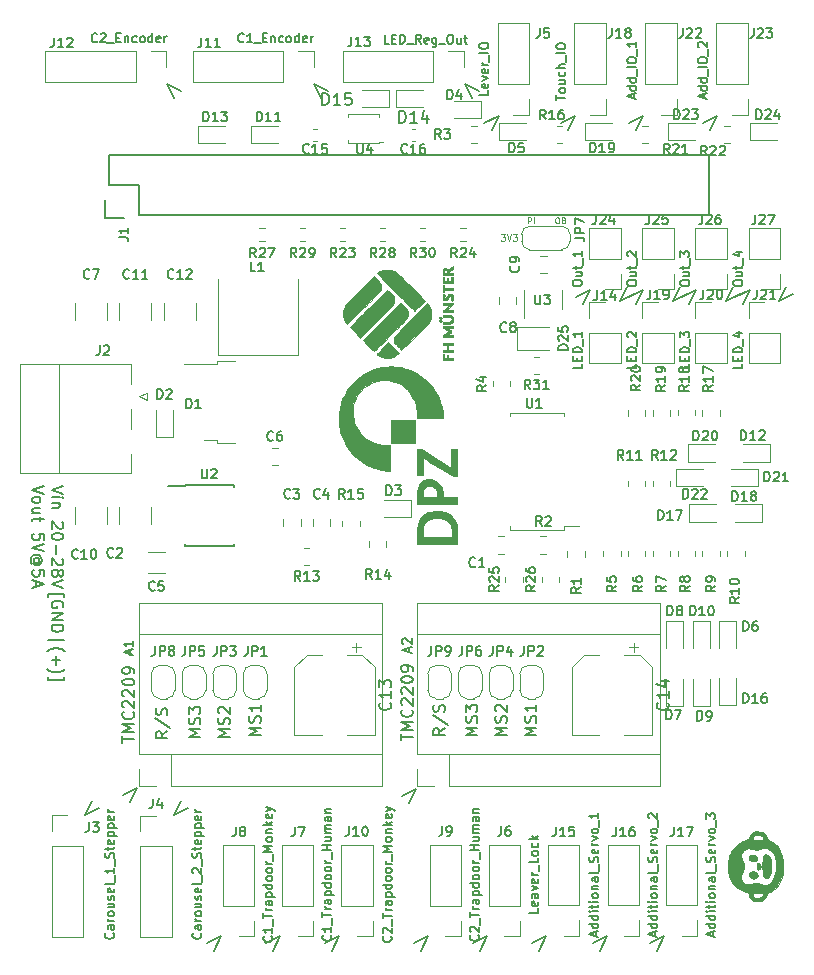
<source format=gbr>
%TF.GenerationSoftware,KiCad,Pcbnew,5.1.9*%
%TF.CreationDate,2021-03-12T16:49:57+01:00*%
%TF.ProjectId,monkey-rpi-header-pcb,6d6f6e6b-6579-42d7-9270-692d68656164,rev?*%
%TF.SameCoordinates,Original*%
%TF.FileFunction,Legend,Top*%
%TF.FilePolarity,Positive*%
%FSLAX46Y46*%
G04 Gerber Fmt 4.6, Leading zero omitted, Abs format (unit mm)*
G04 Created by KiCad (PCBNEW 5.1.9) date 2021-03-12 16:49:57*
%MOMM*%
%LPD*%
G01*
G04 APERTURE LIST*
%ADD10C,0.203200*%
%ADD11C,0.127000*%
%ADD12C,0.152400*%
%ADD13C,0.101600*%
%ADD14C,0.120000*%
%ADD15C,0.010000*%
%ADD16C,0.150000*%
G04 APERTURE END LIST*
D10*
X176407565Y-143841117D02*
X177006249Y-142643750D01*
X175808882Y-143242434D01*
X171557565Y-143841117D02*
X172156249Y-142643750D01*
X170958882Y-143242434D01*
X166407565Y-143841117D02*
X167006249Y-142643750D01*
X165808882Y-143242434D01*
X161407565Y-143841117D02*
X162006249Y-142643750D01*
X160808882Y-143242434D01*
X156407565Y-143841117D02*
X157006249Y-142643750D01*
X155808882Y-143242434D01*
X148907565Y-143841117D02*
X149506249Y-142643750D01*
X148308882Y-143242434D01*
X143907565Y-143841117D02*
X144506249Y-142643750D01*
X143308882Y-143242434D01*
X138907565Y-143841117D02*
X139506249Y-142643750D01*
X138308882Y-143242434D01*
X136092434Y-131158882D02*
X135493750Y-132356249D01*
X136691117Y-131757565D01*
X128592434Y-131158882D02*
X127993750Y-132356249D01*
X129191117Y-131757565D01*
X131807565Y-131291117D02*
X132406249Y-130093750D01*
X131208882Y-130692434D01*
X155407565Y-131341117D02*
X156006249Y-130143750D01*
X154808882Y-130742434D01*
X187342434Y-87658882D02*
X186743750Y-88856249D01*
X187941117Y-88257565D01*
X182842434Y-87658882D02*
X182243750Y-88856249D01*
X183441117Y-88257565D01*
X178342434Y-87658882D02*
X177743750Y-88856249D01*
X178941117Y-88257565D01*
X173842434Y-87658882D02*
X173243750Y-88856249D01*
X174441117Y-88257565D01*
X183657565Y-89091117D02*
X184256249Y-87893750D01*
X183058882Y-88492434D01*
X179157565Y-89091117D02*
X179756249Y-87893750D01*
X178558882Y-88492434D01*
X174657565Y-89091117D02*
X175256249Y-87893750D01*
X174058882Y-88492434D01*
X170157565Y-89091117D02*
X170756249Y-87893750D01*
X169558882Y-88492434D01*
X180907565Y-74341117D02*
X181506249Y-73143750D01*
X180308882Y-73742434D01*
X174657565Y-74341117D02*
X175256249Y-73143750D01*
X174058882Y-73742434D01*
X168907565Y-74341117D02*
X169506249Y-73143750D01*
X168308882Y-73742434D01*
X162407565Y-74341117D02*
X163006249Y-73143750D01*
X161808882Y-73742434D01*
X161341117Y-71092434D02*
X160143750Y-70493750D01*
X160742434Y-71691117D01*
X148591117Y-71092434D02*
X147393750Y-70493750D01*
X147992434Y-71691117D01*
X136091117Y-71092434D02*
X134893750Y-70493750D01*
X135492434Y-71691117D01*
D11*
X169282714Y-87388142D02*
X169282714Y-87243000D01*
X169319000Y-87170428D01*
X169391571Y-87097857D01*
X169536714Y-87061571D01*
X169790714Y-87061571D01*
X169935857Y-87097857D01*
X170008428Y-87170428D01*
X170044714Y-87243000D01*
X170044714Y-87388142D01*
X170008428Y-87460714D01*
X169935857Y-87533285D01*
X169790714Y-87569571D01*
X169536714Y-87569571D01*
X169391571Y-87533285D01*
X169319000Y-87460714D01*
X169282714Y-87388142D01*
X169536714Y-86408428D02*
X170044714Y-86408428D01*
X169536714Y-86735000D02*
X169935857Y-86735000D01*
X170008428Y-86698714D01*
X170044714Y-86626142D01*
X170044714Y-86517285D01*
X170008428Y-86444714D01*
X169972142Y-86408428D01*
X169536714Y-86154428D02*
X169536714Y-85864142D01*
X169282714Y-86045571D02*
X169935857Y-86045571D01*
X170008428Y-86009285D01*
X170044714Y-85936714D01*
X170044714Y-85864142D01*
X170117285Y-85791571D02*
X170117285Y-85211000D01*
X170044714Y-84630428D02*
X170044714Y-85065857D01*
X170044714Y-84848142D02*
X169282714Y-84848142D01*
X169391571Y-84920714D01*
X169464142Y-84993285D01*
X169500428Y-85065857D01*
X173882714Y-87388142D02*
X173882714Y-87243000D01*
X173919000Y-87170428D01*
X173991571Y-87097857D01*
X174136714Y-87061571D01*
X174390714Y-87061571D01*
X174535857Y-87097857D01*
X174608428Y-87170428D01*
X174644714Y-87243000D01*
X174644714Y-87388142D01*
X174608428Y-87460714D01*
X174535857Y-87533285D01*
X174390714Y-87569571D01*
X174136714Y-87569571D01*
X173991571Y-87533285D01*
X173919000Y-87460714D01*
X173882714Y-87388142D01*
X174136714Y-86408428D02*
X174644714Y-86408428D01*
X174136714Y-86735000D02*
X174535857Y-86735000D01*
X174608428Y-86698714D01*
X174644714Y-86626142D01*
X174644714Y-86517285D01*
X174608428Y-86444714D01*
X174572142Y-86408428D01*
X174136714Y-86154428D02*
X174136714Y-85864142D01*
X173882714Y-86045571D02*
X174535857Y-86045571D01*
X174608428Y-86009285D01*
X174644714Y-85936714D01*
X174644714Y-85864142D01*
X174717285Y-85791571D02*
X174717285Y-85211000D01*
X173955285Y-85065857D02*
X173919000Y-85029571D01*
X173882714Y-84957000D01*
X173882714Y-84775571D01*
X173919000Y-84703000D01*
X173955285Y-84666714D01*
X174027857Y-84630428D01*
X174100428Y-84630428D01*
X174209285Y-84666714D01*
X174644714Y-85102142D01*
X174644714Y-84630428D01*
X178382714Y-87388142D02*
X178382714Y-87243000D01*
X178419000Y-87170428D01*
X178491571Y-87097857D01*
X178636714Y-87061571D01*
X178890714Y-87061571D01*
X179035857Y-87097857D01*
X179108428Y-87170428D01*
X179144714Y-87243000D01*
X179144714Y-87388142D01*
X179108428Y-87460714D01*
X179035857Y-87533285D01*
X178890714Y-87569571D01*
X178636714Y-87569571D01*
X178491571Y-87533285D01*
X178419000Y-87460714D01*
X178382714Y-87388142D01*
X178636714Y-86408428D02*
X179144714Y-86408428D01*
X178636714Y-86735000D02*
X179035857Y-86735000D01*
X179108428Y-86698714D01*
X179144714Y-86626142D01*
X179144714Y-86517285D01*
X179108428Y-86444714D01*
X179072142Y-86408428D01*
X178636714Y-86154428D02*
X178636714Y-85864142D01*
X178382714Y-86045571D02*
X179035857Y-86045571D01*
X179108428Y-86009285D01*
X179144714Y-85936714D01*
X179144714Y-85864142D01*
X179217285Y-85791571D02*
X179217285Y-85211000D01*
X178382714Y-85102142D02*
X178382714Y-84630428D01*
X178673000Y-84884428D01*
X178673000Y-84775571D01*
X178709285Y-84703000D01*
X178745571Y-84666714D01*
X178818142Y-84630428D01*
X178999571Y-84630428D01*
X179072142Y-84666714D01*
X179108428Y-84703000D01*
X179144714Y-84775571D01*
X179144714Y-84993285D01*
X179108428Y-85065857D01*
X179072142Y-85102142D01*
X182882714Y-87388142D02*
X182882714Y-87243000D01*
X182919000Y-87170428D01*
X182991571Y-87097857D01*
X183136714Y-87061571D01*
X183390714Y-87061571D01*
X183535857Y-87097857D01*
X183608428Y-87170428D01*
X183644714Y-87243000D01*
X183644714Y-87388142D01*
X183608428Y-87460714D01*
X183535857Y-87533285D01*
X183390714Y-87569571D01*
X183136714Y-87569571D01*
X182991571Y-87533285D01*
X182919000Y-87460714D01*
X182882714Y-87388142D01*
X183136714Y-86408428D02*
X183644714Y-86408428D01*
X183136714Y-86735000D02*
X183535857Y-86735000D01*
X183608428Y-86698714D01*
X183644714Y-86626142D01*
X183644714Y-86517285D01*
X183608428Y-86444714D01*
X183572142Y-86408428D01*
X183136714Y-86154428D02*
X183136714Y-85864142D01*
X182882714Y-86045571D02*
X183535857Y-86045571D01*
X183608428Y-86009285D01*
X183644714Y-85936714D01*
X183644714Y-85864142D01*
X183717285Y-85791571D02*
X183717285Y-85211000D01*
X183136714Y-84703000D02*
X183644714Y-84703000D01*
X182846428Y-84884428D02*
X183390714Y-85065857D01*
X183390714Y-84594142D01*
D12*
X134948128Y-125283985D02*
X134476414Y-125614185D01*
X134948128Y-125850042D02*
X133957528Y-125850042D01*
X133957528Y-125472671D01*
X134004700Y-125378328D01*
X134051871Y-125331157D01*
X134146214Y-125283985D01*
X134287728Y-125283985D01*
X134382071Y-125331157D01*
X134429242Y-125378328D01*
X134476414Y-125472671D01*
X134476414Y-125850042D01*
X133910357Y-124151871D02*
X135183985Y-125000957D01*
X134900957Y-123868842D02*
X134948128Y-123727328D01*
X134948128Y-123491471D01*
X134900957Y-123397128D01*
X134853785Y-123349957D01*
X134759442Y-123302785D01*
X134665100Y-123302785D01*
X134570757Y-123349957D01*
X134523585Y-123397128D01*
X134476414Y-123491471D01*
X134429242Y-123680157D01*
X134382071Y-123774500D01*
X134334900Y-123821671D01*
X134240557Y-123868842D01*
X134146214Y-123868842D01*
X134051871Y-123821671D01*
X134004700Y-123774500D01*
X133957528Y-123680157D01*
X133957528Y-123444300D01*
X134004700Y-123302785D01*
X158448128Y-125033985D02*
X157976414Y-125364185D01*
X158448128Y-125600042D02*
X157457528Y-125600042D01*
X157457528Y-125222671D01*
X157504700Y-125128328D01*
X157551871Y-125081157D01*
X157646214Y-125033985D01*
X157787728Y-125033985D01*
X157882071Y-125081157D01*
X157929242Y-125128328D01*
X157976414Y-125222671D01*
X157976414Y-125600042D01*
X157410357Y-123901871D02*
X158683985Y-124750957D01*
X158400957Y-123618842D02*
X158448128Y-123477328D01*
X158448128Y-123241471D01*
X158400957Y-123147128D01*
X158353785Y-123099957D01*
X158259442Y-123052785D01*
X158165100Y-123052785D01*
X158070757Y-123099957D01*
X158023585Y-123147128D01*
X157976414Y-123241471D01*
X157929242Y-123430157D01*
X157882071Y-123524500D01*
X157834900Y-123571671D01*
X157740557Y-123618842D01*
X157646214Y-123618842D01*
X157551871Y-123571671D01*
X157504700Y-123524500D01*
X157457528Y-123430157D01*
X157457528Y-123194300D01*
X157504700Y-123052785D01*
D13*
X163208152Y-83193990D02*
X163554076Y-83193990D01*
X163367809Y-83406866D01*
X163447638Y-83406866D01*
X163500857Y-83433476D01*
X163527466Y-83460085D01*
X163554076Y-83513304D01*
X163554076Y-83646352D01*
X163527466Y-83699571D01*
X163500857Y-83726180D01*
X163447638Y-83752790D01*
X163287980Y-83752790D01*
X163234761Y-83726180D01*
X163208152Y-83699571D01*
X163713733Y-83193990D02*
X163900000Y-83752790D01*
X164086266Y-83193990D01*
X164219314Y-83193990D02*
X164565238Y-83193990D01*
X164378971Y-83406866D01*
X164458800Y-83406866D01*
X164512019Y-83433476D01*
X164538628Y-83460085D01*
X164565238Y-83513304D01*
X164565238Y-83646352D01*
X164538628Y-83699571D01*
X164512019Y-83726180D01*
X164458800Y-83752790D01*
X164299142Y-83752790D01*
X164245923Y-83726180D01*
X164219314Y-83699571D01*
D12*
X154757528Y-126031242D02*
X154757528Y-125465185D01*
X155748128Y-125748214D02*
X154757528Y-125748214D01*
X155748128Y-125134985D02*
X154757528Y-125134985D01*
X155465100Y-124804785D01*
X154757528Y-124474585D01*
X155748128Y-124474585D01*
X155653785Y-123436814D02*
X155700957Y-123483985D01*
X155748128Y-123625500D01*
X155748128Y-123719842D01*
X155700957Y-123861357D01*
X155606614Y-123955700D01*
X155512271Y-124002871D01*
X155323585Y-124050042D01*
X155182071Y-124050042D01*
X154993385Y-124002871D01*
X154899042Y-123955700D01*
X154804700Y-123861357D01*
X154757528Y-123719842D01*
X154757528Y-123625500D01*
X154804700Y-123483985D01*
X154851871Y-123436814D01*
X154851871Y-123059442D02*
X154804700Y-123012271D01*
X154757528Y-122917928D01*
X154757528Y-122682071D01*
X154804700Y-122587728D01*
X154851871Y-122540557D01*
X154946214Y-122493385D01*
X155040557Y-122493385D01*
X155182071Y-122540557D01*
X155748128Y-123106614D01*
X155748128Y-122493385D01*
X154851871Y-122116014D02*
X154804700Y-122068842D01*
X154757528Y-121974500D01*
X154757528Y-121738642D01*
X154804700Y-121644300D01*
X154851871Y-121597128D01*
X154946214Y-121549957D01*
X155040557Y-121549957D01*
X155182071Y-121597128D01*
X155748128Y-122163185D01*
X155748128Y-121549957D01*
X154757528Y-120936728D02*
X154757528Y-120842385D01*
X154804700Y-120748042D01*
X154851871Y-120700871D01*
X154946214Y-120653700D01*
X155134900Y-120606528D01*
X155370757Y-120606528D01*
X155559442Y-120653700D01*
X155653785Y-120700871D01*
X155700957Y-120748042D01*
X155748128Y-120842385D01*
X155748128Y-120936728D01*
X155700957Y-121031071D01*
X155653785Y-121078242D01*
X155559442Y-121125414D01*
X155370757Y-121172585D01*
X155134900Y-121172585D01*
X154946214Y-121125414D01*
X154851871Y-121078242D01*
X154804700Y-121031071D01*
X154757528Y-120936728D01*
X155748128Y-120134814D02*
X155748128Y-119946128D01*
X155700957Y-119851785D01*
X155653785Y-119804614D01*
X155512271Y-119710271D01*
X155323585Y-119663100D01*
X154946214Y-119663100D01*
X154851871Y-119710271D01*
X154804700Y-119757442D01*
X154757528Y-119851785D01*
X154757528Y-120040471D01*
X154804700Y-120134814D01*
X154851871Y-120181985D01*
X154946214Y-120229157D01*
X155182071Y-120229157D01*
X155276414Y-120181985D01*
X155323585Y-120134814D01*
X155370757Y-120040471D01*
X155370757Y-119851785D01*
X155323585Y-119757442D01*
X155276414Y-119710271D01*
X155182071Y-119663100D01*
X131157528Y-126231242D02*
X131157528Y-125665185D01*
X132148128Y-125948214D02*
X131157528Y-125948214D01*
X132148128Y-125334985D02*
X131157528Y-125334985D01*
X131865100Y-125004785D01*
X131157528Y-124674585D01*
X132148128Y-124674585D01*
X132053785Y-123636814D02*
X132100957Y-123683985D01*
X132148128Y-123825500D01*
X132148128Y-123919842D01*
X132100957Y-124061357D01*
X132006614Y-124155700D01*
X131912271Y-124202871D01*
X131723585Y-124250042D01*
X131582071Y-124250042D01*
X131393385Y-124202871D01*
X131299042Y-124155700D01*
X131204700Y-124061357D01*
X131157528Y-123919842D01*
X131157528Y-123825500D01*
X131204700Y-123683985D01*
X131251871Y-123636814D01*
X131251871Y-123259442D02*
X131204700Y-123212271D01*
X131157528Y-123117928D01*
X131157528Y-122882071D01*
X131204700Y-122787728D01*
X131251871Y-122740557D01*
X131346214Y-122693385D01*
X131440557Y-122693385D01*
X131582071Y-122740557D01*
X132148128Y-123306614D01*
X132148128Y-122693385D01*
X131251871Y-122316014D02*
X131204700Y-122268842D01*
X131157528Y-122174500D01*
X131157528Y-121938642D01*
X131204700Y-121844300D01*
X131251871Y-121797128D01*
X131346214Y-121749957D01*
X131440557Y-121749957D01*
X131582071Y-121797128D01*
X132148128Y-122363185D01*
X132148128Y-121749957D01*
X131157528Y-121136728D02*
X131157528Y-121042385D01*
X131204700Y-120948042D01*
X131251871Y-120900871D01*
X131346214Y-120853700D01*
X131534900Y-120806528D01*
X131770757Y-120806528D01*
X131959442Y-120853700D01*
X132053785Y-120900871D01*
X132100957Y-120948042D01*
X132148128Y-121042385D01*
X132148128Y-121136728D01*
X132100957Y-121231071D01*
X132053785Y-121278242D01*
X131959442Y-121325414D01*
X131770757Y-121372585D01*
X131534900Y-121372585D01*
X131346214Y-121325414D01*
X131251871Y-121278242D01*
X131204700Y-121231071D01*
X131157528Y-121136728D01*
X132148128Y-120334814D02*
X132148128Y-120146128D01*
X132100957Y-120051785D01*
X132053785Y-120004614D01*
X131912271Y-119910271D01*
X131723585Y-119863100D01*
X131346214Y-119863100D01*
X131251871Y-119910271D01*
X131204700Y-119957442D01*
X131157528Y-120051785D01*
X131157528Y-120240471D01*
X131204700Y-120334814D01*
X131251871Y-120381985D01*
X131346214Y-120429157D01*
X131582071Y-120429157D01*
X131676414Y-120381985D01*
X131723585Y-120334814D01*
X131770757Y-120240471D01*
X131770757Y-120051785D01*
X131723585Y-119957442D01*
X131676414Y-119910271D01*
X131582071Y-119863100D01*
X124821671Y-113881028D02*
X124821671Y-113645171D01*
X126236814Y-113645171D01*
X126236814Y-113881028D01*
X126095300Y-114777285D02*
X126142471Y-114682942D01*
X126142471Y-114541428D01*
X126095300Y-114399914D01*
X126000957Y-114305571D01*
X125906614Y-114258400D01*
X125717928Y-114211228D01*
X125576414Y-114211228D01*
X125387728Y-114258400D01*
X125293385Y-114305571D01*
X125199042Y-114399914D01*
X125151871Y-114541428D01*
X125151871Y-114635771D01*
X125199042Y-114777285D01*
X125246214Y-114824457D01*
X125576414Y-114824457D01*
X125576414Y-114635771D01*
X125151871Y-115249000D02*
X126142471Y-115249000D01*
X125151871Y-115815057D01*
X126142471Y-115815057D01*
X125151871Y-116286771D02*
X126142471Y-116286771D01*
X126142471Y-116522628D01*
X126095300Y-116664142D01*
X126000957Y-116758485D01*
X125906614Y-116805657D01*
X125717928Y-116852828D01*
X125576414Y-116852828D01*
X125387728Y-116805657D01*
X125293385Y-116758485D01*
X125199042Y-116664142D01*
X125151871Y-116522628D01*
X125151871Y-116286771D01*
X124821671Y-117513228D02*
X126236814Y-117513228D01*
X124774500Y-118503828D02*
X124821671Y-118456657D01*
X124963185Y-118362314D01*
X125057528Y-118315142D01*
X125199042Y-118267971D01*
X125434900Y-118220800D01*
X125623585Y-118220800D01*
X125859442Y-118267971D01*
X126000957Y-118315142D01*
X126095300Y-118362314D01*
X126236814Y-118456657D01*
X126283985Y-118503828D01*
X125529242Y-118881200D02*
X125529242Y-119635942D01*
X125151871Y-119258571D02*
X125906614Y-119258571D01*
X124774500Y-120013314D02*
X124821671Y-120060485D01*
X124963185Y-120154828D01*
X125057528Y-120202000D01*
X125199042Y-120249171D01*
X125434900Y-120296342D01*
X125623585Y-120296342D01*
X125859442Y-120249171D01*
X126000957Y-120202000D01*
X126095300Y-120154828D01*
X126236814Y-120060485D01*
X126283985Y-120013314D01*
X124821671Y-120673714D02*
X124821671Y-120909571D01*
X126236814Y-120909571D01*
X126236814Y-120673714D01*
X126161621Y-104483814D02*
X125171021Y-104814014D01*
X126161621Y-105144214D01*
X125171021Y-105474414D02*
X125831421Y-105474414D01*
X126161621Y-105474414D02*
X126114450Y-105427242D01*
X126067278Y-105474414D01*
X126114450Y-105521585D01*
X126161621Y-105474414D01*
X126067278Y-105474414D01*
X125831421Y-105946128D02*
X125171021Y-105946128D01*
X125737078Y-105946128D02*
X125784250Y-105993300D01*
X125831421Y-106087642D01*
X125831421Y-106229157D01*
X125784250Y-106323500D01*
X125689907Y-106370671D01*
X125171021Y-106370671D01*
X126067278Y-107549957D02*
X126114450Y-107597128D01*
X126161621Y-107691471D01*
X126161621Y-107927328D01*
X126114450Y-108021671D01*
X126067278Y-108068842D01*
X125972935Y-108116014D01*
X125878592Y-108116014D01*
X125737078Y-108068842D01*
X125171021Y-107502785D01*
X125171021Y-108116014D01*
X126161621Y-108729242D02*
X126161621Y-108823585D01*
X126114450Y-108917928D01*
X126067278Y-108965100D01*
X125972935Y-109012271D01*
X125784250Y-109059442D01*
X125548392Y-109059442D01*
X125359707Y-109012271D01*
X125265364Y-108965100D01*
X125218192Y-108917928D01*
X125171021Y-108823585D01*
X125171021Y-108729242D01*
X125218192Y-108634900D01*
X125265364Y-108587728D01*
X125359707Y-108540557D01*
X125548392Y-108493385D01*
X125784250Y-108493385D01*
X125972935Y-108540557D01*
X126067278Y-108587728D01*
X126114450Y-108634900D01*
X126161621Y-108729242D01*
X125548392Y-109483985D02*
X125548392Y-110238728D01*
X126067278Y-110663271D02*
X126114450Y-110710442D01*
X126161621Y-110804785D01*
X126161621Y-111040642D01*
X126114450Y-111134985D01*
X126067278Y-111182157D01*
X125972935Y-111229328D01*
X125878592Y-111229328D01*
X125737078Y-111182157D01*
X125171021Y-110616100D01*
X125171021Y-111229328D01*
X125737078Y-111795385D02*
X125784250Y-111701042D01*
X125831421Y-111653871D01*
X125925764Y-111606700D01*
X125972935Y-111606700D01*
X126067278Y-111653871D01*
X126114450Y-111701042D01*
X126161621Y-111795385D01*
X126161621Y-111984071D01*
X126114450Y-112078414D01*
X126067278Y-112125585D01*
X125972935Y-112172757D01*
X125925764Y-112172757D01*
X125831421Y-112125585D01*
X125784250Y-112078414D01*
X125737078Y-111984071D01*
X125737078Y-111795385D01*
X125689907Y-111701042D01*
X125642735Y-111653871D01*
X125548392Y-111606700D01*
X125359707Y-111606700D01*
X125265364Y-111653871D01*
X125218192Y-111701042D01*
X125171021Y-111795385D01*
X125171021Y-111984071D01*
X125218192Y-112078414D01*
X125265364Y-112125585D01*
X125359707Y-112172757D01*
X125548392Y-112172757D01*
X125642735Y-112125585D01*
X125689907Y-112078414D01*
X125737078Y-111984071D01*
X126161621Y-112455785D02*
X125171021Y-112785985D01*
X126161621Y-113116185D01*
X124523321Y-104483814D02*
X123532721Y-104814014D01*
X124523321Y-105144214D01*
X123532721Y-105615928D02*
X123579892Y-105521585D01*
X123627064Y-105474414D01*
X123721407Y-105427242D01*
X124004435Y-105427242D01*
X124098778Y-105474414D01*
X124145950Y-105521585D01*
X124193121Y-105615928D01*
X124193121Y-105757442D01*
X124145950Y-105851785D01*
X124098778Y-105898957D01*
X124004435Y-105946128D01*
X123721407Y-105946128D01*
X123627064Y-105898957D01*
X123579892Y-105851785D01*
X123532721Y-105757442D01*
X123532721Y-105615928D01*
X124193121Y-106795214D02*
X123532721Y-106795214D01*
X124193121Y-106370671D02*
X123674235Y-106370671D01*
X123579892Y-106417842D01*
X123532721Y-106512185D01*
X123532721Y-106653700D01*
X123579892Y-106748042D01*
X123627064Y-106795214D01*
X124193121Y-107125414D02*
X124193121Y-107502785D01*
X124523321Y-107266928D02*
X123674235Y-107266928D01*
X123579892Y-107314100D01*
X123532721Y-107408442D01*
X123532721Y-107502785D01*
X124523321Y-109059442D02*
X124523321Y-108587728D01*
X124051607Y-108540557D01*
X124098778Y-108587728D01*
X124145950Y-108682071D01*
X124145950Y-108917928D01*
X124098778Y-109012271D01*
X124051607Y-109059442D01*
X123957264Y-109106614D01*
X123721407Y-109106614D01*
X123627064Y-109059442D01*
X123579892Y-109012271D01*
X123532721Y-108917928D01*
X123532721Y-108682071D01*
X123579892Y-108587728D01*
X123627064Y-108540557D01*
X124523321Y-109389642D02*
X123532721Y-109719842D01*
X124523321Y-110050042D01*
X124004435Y-110993471D02*
X124051607Y-110946300D01*
X124098778Y-110851957D01*
X124098778Y-110757614D01*
X124051607Y-110663271D01*
X124004435Y-110616100D01*
X123910092Y-110568928D01*
X123815750Y-110568928D01*
X123721407Y-110616100D01*
X123674235Y-110663271D01*
X123627064Y-110757614D01*
X123627064Y-110851957D01*
X123674235Y-110946300D01*
X123721407Y-110993471D01*
X124098778Y-110993471D02*
X123721407Y-110993471D01*
X123674235Y-111040642D01*
X123674235Y-111087814D01*
X123721407Y-111182157D01*
X123815750Y-111229328D01*
X124051607Y-111229328D01*
X124193121Y-111134985D01*
X124287464Y-110993471D01*
X124334635Y-110804785D01*
X124287464Y-110616100D01*
X124193121Y-110474585D01*
X124051607Y-110380242D01*
X123862921Y-110333071D01*
X123674235Y-110380242D01*
X123532721Y-110474585D01*
X123438378Y-110616100D01*
X123391207Y-110804785D01*
X123438378Y-110993471D01*
X123532721Y-111134985D01*
X124523321Y-112125585D02*
X124523321Y-111653871D01*
X124051607Y-111606700D01*
X124098778Y-111653871D01*
X124145950Y-111748214D01*
X124145950Y-111984071D01*
X124098778Y-112078414D01*
X124051607Y-112125585D01*
X123957264Y-112172757D01*
X123721407Y-112172757D01*
X123627064Y-112125585D01*
X123579892Y-112078414D01*
X123532721Y-111984071D01*
X123532721Y-111748214D01*
X123579892Y-111653871D01*
X123627064Y-111606700D01*
X123815750Y-112550128D02*
X123815750Y-113021842D01*
X123532721Y-112455785D02*
X124523321Y-112785985D01*
X123532721Y-113116185D01*
D11*
X129014857Y-66872142D02*
X128978571Y-66908428D01*
X128869714Y-66944714D01*
X128797142Y-66944714D01*
X128688285Y-66908428D01*
X128615714Y-66835857D01*
X128579428Y-66763285D01*
X128543142Y-66618142D01*
X128543142Y-66509285D01*
X128579428Y-66364142D01*
X128615714Y-66291571D01*
X128688285Y-66219000D01*
X128797142Y-66182714D01*
X128869714Y-66182714D01*
X128978571Y-66219000D01*
X129014857Y-66255285D01*
X129305142Y-66255285D02*
X129341428Y-66219000D01*
X129414000Y-66182714D01*
X129595428Y-66182714D01*
X129668000Y-66219000D01*
X129704285Y-66255285D01*
X129740571Y-66327857D01*
X129740571Y-66400428D01*
X129704285Y-66509285D01*
X129268857Y-66944714D01*
X129740571Y-66944714D01*
X129885714Y-67017285D02*
X130466285Y-67017285D01*
X130647714Y-66545571D02*
X130901714Y-66545571D01*
X131010571Y-66944714D02*
X130647714Y-66944714D01*
X130647714Y-66182714D01*
X131010571Y-66182714D01*
X131337142Y-66436714D02*
X131337142Y-66944714D01*
X131337142Y-66509285D02*
X131373428Y-66473000D01*
X131446000Y-66436714D01*
X131554857Y-66436714D01*
X131627428Y-66473000D01*
X131663714Y-66545571D01*
X131663714Y-66944714D01*
X132353142Y-66908428D02*
X132280571Y-66944714D01*
X132135428Y-66944714D01*
X132062857Y-66908428D01*
X132026571Y-66872142D01*
X131990285Y-66799571D01*
X131990285Y-66581857D01*
X132026571Y-66509285D01*
X132062857Y-66473000D01*
X132135428Y-66436714D01*
X132280571Y-66436714D01*
X132353142Y-66473000D01*
X132788571Y-66944714D02*
X132716000Y-66908428D01*
X132679714Y-66872142D01*
X132643428Y-66799571D01*
X132643428Y-66581857D01*
X132679714Y-66509285D01*
X132716000Y-66473000D01*
X132788571Y-66436714D01*
X132897428Y-66436714D01*
X132970000Y-66473000D01*
X133006285Y-66509285D01*
X133042571Y-66581857D01*
X133042571Y-66799571D01*
X133006285Y-66872142D01*
X132970000Y-66908428D01*
X132897428Y-66944714D01*
X132788571Y-66944714D01*
X133695714Y-66944714D02*
X133695714Y-66182714D01*
X133695714Y-66908428D02*
X133623142Y-66944714D01*
X133478000Y-66944714D01*
X133405428Y-66908428D01*
X133369142Y-66872142D01*
X133332857Y-66799571D01*
X133332857Y-66581857D01*
X133369142Y-66509285D01*
X133405428Y-66473000D01*
X133478000Y-66436714D01*
X133623142Y-66436714D01*
X133695714Y-66473000D01*
X134348857Y-66908428D02*
X134276285Y-66944714D01*
X134131142Y-66944714D01*
X134058571Y-66908428D01*
X134022285Y-66835857D01*
X134022285Y-66545571D01*
X134058571Y-66473000D01*
X134131142Y-66436714D01*
X134276285Y-66436714D01*
X134348857Y-66473000D01*
X134385142Y-66545571D01*
X134385142Y-66618142D01*
X134022285Y-66690714D01*
X134711714Y-66944714D02*
X134711714Y-66436714D01*
X134711714Y-66581857D02*
X134748000Y-66509285D01*
X134784285Y-66473000D01*
X134856857Y-66436714D01*
X134929428Y-66436714D01*
X141414857Y-66872142D02*
X141378571Y-66908428D01*
X141269714Y-66944714D01*
X141197142Y-66944714D01*
X141088285Y-66908428D01*
X141015714Y-66835857D01*
X140979428Y-66763285D01*
X140943142Y-66618142D01*
X140943142Y-66509285D01*
X140979428Y-66364142D01*
X141015714Y-66291571D01*
X141088285Y-66219000D01*
X141197142Y-66182714D01*
X141269714Y-66182714D01*
X141378571Y-66219000D01*
X141414857Y-66255285D01*
X142140571Y-66944714D02*
X141705142Y-66944714D01*
X141922857Y-66944714D02*
X141922857Y-66182714D01*
X141850285Y-66291571D01*
X141777714Y-66364142D01*
X141705142Y-66400428D01*
X142285714Y-67017285D02*
X142866285Y-67017285D01*
X143047714Y-66545571D02*
X143301714Y-66545571D01*
X143410571Y-66944714D02*
X143047714Y-66944714D01*
X143047714Y-66182714D01*
X143410571Y-66182714D01*
X143737142Y-66436714D02*
X143737142Y-66944714D01*
X143737142Y-66509285D02*
X143773428Y-66473000D01*
X143846000Y-66436714D01*
X143954857Y-66436714D01*
X144027428Y-66473000D01*
X144063714Y-66545571D01*
X144063714Y-66944714D01*
X144753142Y-66908428D02*
X144680571Y-66944714D01*
X144535428Y-66944714D01*
X144462857Y-66908428D01*
X144426571Y-66872142D01*
X144390285Y-66799571D01*
X144390285Y-66581857D01*
X144426571Y-66509285D01*
X144462857Y-66473000D01*
X144535428Y-66436714D01*
X144680571Y-66436714D01*
X144753142Y-66473000D01*
X145188571Y-66944714D02*
X145116000Y-66908428D01*
X145079714Y-66872142D01*
X145043428Y-66799571D01*
X145043428Y-66581857D01*
X145079714Y-66509285D01*
X145116000Y-66473000D01*
X145188571Y-66436714D01*
X145297428Y-66436714D01*
X145370000Y-66473000D01*
X145406285Y-66509285D01*
X145442571Y-66581857D01*
X145442571Y-66799571D01*
X145406285Y-66872142D01*
X145370000Y-66908428D01*
X145297428Y-66944714D01*
X145188571Y-66944714D01*
X146095714Y-66944714D02*
X146095714Y-66182714D01*
X146095714Y-66908428D02*
X146023142Y-66944714D01*
X145878000Y-66944714D01*
X145805428Y-66908428D01*
X145769142Y-66872142D01*
X145732857Y-66799571D01*
X145732857Y-66581857D01*
X145769142Y-66509285D01*
X145805428Y-66473000D01*
X145878000Y-66436714D01*
X146023142Y-66436714D01*
X146095714Y-66473000D01*
X146748857Y-66908428D02*
X146676285Y-66944714D01*
X146531142Y-66944714D01*
X146458571Y-66908428D01*
X146422285Y-66835857D01*
X146422285Y-66545571D01*
X146458571Y-66473000D01*
X146531142Y-66436714D01*
X146676285Y-66436714D01*
X146748857Y-66473000D01*
X146785142Y-66545571D01*
X146785142Y-66618142D01*
X146422285Y-66690714D01*
X147111714Y-66944714D02*
X147111714Y-66436714D01*
X147111714Y-66581857D02*
X147148000Y-66509285D01*
X147184285Y-66473000D01*
X147256857Y-66436714D01*
X147329428Y-66436714D01*
X153715714Y-67044714D02*
X153352857Y-67044714D01*
X153352857Y-66282714D01*
X153969714Y-66645571D02*
X154223714Y-66645571D01*
X154332571Y-67044714D02*
X153969714Y-67044714D01*
X153969714Y-66282714D01*
X154332571Y-66282714D01*
X154659142Y-67044714D02*
X154659142Y-66282714D01*
X154840571Y-66282714D01*
X154949428Y-66319000D01*
X155022000Y-66391571D01*
X155058285Y-66464142D01*
X155094571Y-66609285D01*
X155094571Y-66718142D01*
X155058285Y-66863285D01*
X155022000Y-66935857D01*
X154949428Y-67008428D01*
X154840571Y-67044714D01*
X154659142Y-67044714D01*
X155239714Y-67117285D02*
X155820285Y-67117285D01*
X156437142Y-67044714D02*
X156183142Y-66681857D01*
X156001714Y-67044714D02*
X156001714Y-66282714D01*
X156292000Y-66282714D01*
X156364571Y-66319000D01*
X156400857Y-66355285D01*
X156437142Y-66427857D01*
X156437142Y-66536714D01*
X156400857Y-66609285D01*
X156364571Y-66645571D01*
X156292000Y-66681857D01*
X156001714Y-66681857D01*
X157054000Y-67008428D02*
X156981428Y-67044714D01*
X156836285Y-67044714D01*
X156763714Y-67008428D01*
X156727428Y-66935857D01*
X156727428Y-66645571D01*
X156763714Y-66573000D01*
X156836285Y-66536714D01*
X156981428Y-66536714D01*
X157054000Y-66573000D01*
X157090285Y-66645571D01*
X157090285Y-66718142D01*
X156727428Y-66790714D01*
X157743428Y-66536714D02*
X157743428Y-67153571D01*
X157707142Y-67226142D01*
X157670857Y-67262428D01*
X157598285Y-67298714D01*
X157489428Y-67298714D01*
X157416857Y-67262428D01*
X157743428Y-67008428D02*
X157670857Y-67044714D01*
X157525714Y-67044714D01*
X157453142Y-67008428D01*
X157416857Y-66972142D01*
X157380571Y-66899571D01*
X157380571Y-66681857D01*
X157416857Y-66609285D01*
X157453142Y-66573000D01*
X157525714Y-66536714D01*
X157670857Y-66536714D01*
X157743428Y-66573000D01*
X157924857Y-67117285D02*
X158505428Y-67117285D01*
X158832000Y-66282714D02*
X158977142Y-66282714D01*
X159049714Y-66319000D01*
X159122285Y-66391571D01*
X159158571Y-66536714D01*
X159158571Y-66790714D01*
X159122285Y-66935857D01*
X159049714Y-67008428D01*
X158977142Y-67044714D01*
X158832000Y-67044714D01*
X158759428Y-67008428D01*
X158686857Y-66935857D01*
X158650571Y-66790714D01*
X158650571Y-66536714D01*
X158686857Y-66391571D01*
X158759428Y-66319000D01*
X158832000Y-66282714D01*
X159811714Y-66536714D02*
X159811714Y-67044714D01*
X159485142Y-66536714D02*
X159485142Y-66935857D01*
X159521428Y-67008428D01*
X159594000Y-67044714D01*
X159702857Y-67044714D01*
X159775428Y-67008428D01*
X159811714Y-66972142D01*
X160065714Y-66536714D02*
X160356000Y-66536714D01*
X160174571Y-66282714D02*
X160174571Y-66935857D01*
X160210857Y-67008428D01*
X160283428Y-67044714D01*
X160356000Y-67044714D01*
X167882714Y-71849285D02*
X167882714Y-71413857D01*
X168644714Y-71631571D02*
X167882714Y-71631571D01*
X168644714Y-71051000D02*
X168608428Y-71123571D01*
X168572142Y-71159857D01*
X168499571Y-71196142D01*
X168281857Y-71196142D01*
X168209285Y-71159857D01*
X168173000Y-71123571D01*
X168136714Y-71051000D01*
X168136714Y-70942142D01*
X168173000Y-70869571D01*
X168209285Y-70833285D01*
X168281857Y-70797000D01*
X168499571Y-70797000D01*
X168572142Y-70833285D01*
X168608428Y-70869571D01*
X168644714Y-70942142D01*
X168644714Y-71051000D01*
X168136714Y-70143857D02*
X168644714Y-70143857D01*
X168136714Y-70470428D02*
X168535857Y-70470428D01*
X168608428Y-70434142D01*
X168644714Y-70361571D01*
X168644714Y-70252714D01*
X168608428Y-70180142D01*
X168572142Y-70143857D01*
X168608428Y-69454428D02*
X168644714Y-69527000D01*
X168644714Y-69672142D01*
X168608428Y-69744714D01*
X168572142Y-69781000D01*
X168499571Y-69817285D01*
X168281857Y-69817285D01*
X168209285Y-69781000D01*
X168173000Y-69744714D01*
X168136714Y-69672142D01*
X168136714Y-69527000D01*
X168173000Y-69454428D01*
X168644714Y-69127857D02*
X167882714Y-69127857D01*
X168644714Y-68801285D02*
X168245571Y-68801285D01*
X168173000Y-68837571D01*
X168136714Y-68910142D01*
X168136714Y-69019000D01*
X168173000Y-69091571D01*
X168209285Y-69127857D01*
X168717285Y-68619857D02*
X168717285Y-68039285D01*
X168644714Y-67857857D02*
X167882714Y-67857857D01*
X167882714Y-67349857D02*
X167882714Y-67204714D01*
X167919000Y-67132142D01*
X167991571Y-67059571D01*
X168136714Y-67023285D01*
X168390714Y-67023285D01*
X168535857Y-67059571D01*
X168608428Y-67132142D01*
X168644714Y-67204714D01*
X168644714Y-67349857D01*
X168608428Y-67422428D01*
X168535857Y-67495000D01*
X168390714Y-67531285D01*
X168136714Y-67531285D01*
X167991571Y-67495000D01*
X167919000Y-67422428D01*
X167882714Y-67349857D01*
X180427000Y-71694857D02*
X180427000Y-71332000D01*
X180644714Y-71767428D02*
X179882714Y-71513428D01*
X180644714Y-71259428D01*
X180644714Y-70678857D02*
X179882714Y-70678857D01*
X180608428Y-70678857D02*
X180644714Y-70751428D01*
X180644714Y-70896571D01*
X180608428Y-70969142D01*
X180572142Y-71005428D01*
X180499571Y-71041714D01*
X180281857Y-71041714D01*
X180209285Y-71005428D01*
X180173000Y-70969142D01*
X180136714Y-70896571D01*
X180136714Y-70751428D01*
X180173000Y-70678857D01*
X180644714Y-69989428D02*
X179882714Y-69989428D01*
X180608428Y-69989428D02*
X180644714Y-70062000D01*
X180644714Y-70207142D01*
X180608428Y-70279714D01*
X180572142Y-70316000D01*
X180499571Y-70352285D01*
X180281857Y-70352285D01*
X180209285Y-70316000D01*
X180173000Y-70279714D01*
X180136714Y-70207142D01*
X180136714Y-70062000D01*
X180173000Y-69989428D01*
X180717285Y-69808000D02*
X180717285Y-69227428D01*
X180644714Y-69046000D02*
X179882714Y-69046000D01*
X179882714Y-68538000D02*
X179882714Y-68392857D01*
X179919000Y-68320285D01*
X179991571Y-68247714D01*
X180136714Y-68211428D01*
X180390714Y-68211428D01*
X180535857Y-68247714D01*
X180608428Y-68320285D01*
X180644714Y-68392857D01*
X180644714Y-68538000D01*
X180608428Y-68610571D01*
X180535857Y-68683142D01*
X180390714Y-68719428D01*
X180136714Y-68719428D01*
X179991571Y-68683142D01*
X179919000Y-68610571D01*
X179882714Y-68538000D01*
X180717285Y-68066285D02*
X180717285Y-67485714D01*
X179955285Y-67340571D02*
X179919000Y-67304285D01*
X179882714Y-67231714D01*
X179882714Y-67050285D01*
X179919000Y-66977714D01*
X179955285Y-66941428D01*
X180027857Y-66905142D01*
X180100428Y-66905142D01*
X180209285Y-66941428D01*
X180644714Y-67376857D01*
X180644714Y-66905142D01*
X174427000Y-71694857D02*
X174427000Y-71332000D01*
X174644714Y-71767428D02*
X173882714Y-71513428D01*
X174644714Y-71259428D01*
X174644714Y-70678857D02*
X173882714Y-70678857D01*
X174608428Y-70678857D02*
X174644714Y-70751428D01*
X174644714Y-70896571D01*
X174608428Y-70969142D01*
X174572142Y-71005428D01*
X174499571Y-71041714D01*
X174281857Y-71041714D01*
X174209285Y-71005428D01*
X174173000Y-70969142D01*
X174136714Y-70896571D01*
X174136714Y-70751428D01*
X174173000Y-70678857D01*
X174644714Y-69989428D02*
X173882714Y-69989428D01*
X174608428Y-69989428D02*
X174644714Y-70062000D01*
X174644714Y-70207142D01*
X174608428Y-70279714D01*
X174572142Y-70316000D01*
X174499571Y-70352285D01*
X174281857Y-70352285D01*
X174209285Y-70316000D01*
X174173000Y-70279714D01*
X174136714Y-70207142D01*
X174136714Y-70062000D01*
X174173000Y-69989428D01*
X174717285Y-69808000D02*
X174717285Y-69227428D01*
X174644714Y-69046000D02*
X173882714Y-69046000D01*
X173882714Y-68538000D02*
X173882714Y-68392857D01*
X173919000Y-68320285D01*
X173991571Y-68247714D01*
X174136714Y-68211428D01*
X174390714Y-68211428D01*
X174535857Y-68247714D01*
X174608428Y-68320285D01*
X174644714Y-68392857D01*
X174644714Y-68538000D01*
X174608428Y-68610571D01*
X174535857Y-68683142D01*
X174390714Y-68719428D01*
X174136714Y-68719428D01*
X173991571Y-68683142D01*
X173919000Y-68610571D01*
X173882714Y-68538000D01*
X174717285Y-68066285D02*
X174717285Y-67485714D01*
X174644714Y-66905142D02*
X174644714Y-67340571D01*
X174644714Y-67122857D02*
X173882714Y-67122857D01*
X173991571Y-67195428D01*
X174064142Y-67268000D01*
X174100428Y-67340571D01*
X162144714Y-71014285D02*
X162144714Y-71377142D01*
X161382714Y-71377142D01*
X162108428Y-70470000D02*
X162144714Y-70542571D01*
X162144714Y-70687714D01*
X162108428Y-70760285D01*
X162035857Y-70796571D01*
X161745571Y-70796571D01*
X161673000Y-70760285D01*
X161636714Y-70687714D01*
X161636714Y-70542571D01*
X161673000Y-70470000D01*
X161745571Y-70433714D01*
X161818142Y-70433714D01*
X161890714Y-70796571D01*
X161636714Y-70179714D02*
X162144714Y-69998285D01*
X161636714Y-69816857D01*
X162108428Y-69236285D02*
X162144714Y-69308857D01*
X162144714Y-69454000D01*
X162108428Y-69526571D01*
X162035857Y-69562857D01*
X161745571Y-69562857D01*
X161673000Y-69526571D01*
X161636714Y-69454000D01*
X161636714Y-69308857D01*
X161673000Y-69236285D01*
X161745571Y-69200000D01*
X161818142Y-69200000D01*
X161890714Y-69562857D01*
X162144714Y-68873428D02*
X161636714Y-68873428D01*
X161781857Y-68873428D02*
X161709285Y-68837142D01*
X161673000Y-68800857D01*
X161636714Y-68728285D01*
X161636714Y-68655714D01*
X162217285Y-68583142D02*
X162217285Y-68002571D01*
X162144714Y-67821142D02*
X161382714Y-67821142D01*
X161382714Y-67313142D02*
X161382714Y-67168000D01*
X161419000Y-67095428D01*
X161491571Y-67022857D01*
X161636714Y-66986571D01*
X161890714Y-66986571D01*
X162035857Y-67022857D01*
X162108428Y-67095428D01*
X162144714Y-67168000D01*
X162144714Y-67313142D01*
X162108428Y-67385714D01*
X162035857Y-67458285D01*
X161890714Y-67494571D01*
X161636714Y-67494571D01*
X161491571Y-67458285D01*
X161419000Y-67385714D01*
X161382714Y-67313142D01*
X183644714Y-94143000D02*
X183644714Y-94505857D01*
X182882714Y-94505857D01*
X183245571Y-93889000D02*
X183245571Y-93635000D01*
X183644714Y-93526142D02*
X183644714Y-93889000D01*
X182882714Y-93889000D01*
X182882714Y-93526142D01*
X183644714Y-93199571D02*
X182882714Y-93199571D01*
X182882714Y-93018142D01*
X182919000Y-92909285D01*
X182991571Y-92836714D01*
X183064142Y-92800428D01*
X183209285Y-92764142D01*
X183318142Y-92764142D01*
X183463285Y-92800428D01*
X183535857Y-92836714D01*
X183608428Y-92909285D01*
X183644714Y-93018142D01*
X183644714Y-93199571D01*
X183717285Y-92619000D02*
X183717285Y-92038428D01*
X183136714Y-91530428D02*
X183644714Y-91530428D01*
X182846428Y-91711857D02*
X183390714Y-91893285D01*
X183390714Y-91421571D01*
X179144714Y-94143000D02*
X179144714Y-94505857D01*
X178382714Y-94505857D01*
X178745571Y-93889000D02*
X178745571Y-93635000D01*
X179144714Y-93526142D02*
X179144714Y-93889000D01*
X178382714Y-93889000D01*
X178382714Y-93526142D01*
X179144714Y-93199571D02*
X178382714Y-93199571D01*
X178382714Y-93018142D01*
X178419000Y-92909285D01*
X178491571Y-92836714D01*
X178564142Y-92800428D01*
X178709285Y-92764142D01*
X178818142Y-92764142D01*
X178963285Y-92800428D01*
X179035857Y-92836714D01*
X179108428Y-92909285D01*
X179144714Y-93018142D01*
X179144714Y-93199571D01*
X179217285Y-92619000D02*
X179217285Y-92038428D01*
X178382714Y-91929571D02*
X178382714Y-91457857D01*
X178673000Y-91711857D01*
X178673000Y-91603000D01*
X178709285Y-91530428D01*
X178745571Y-91494142D01*
X178818142Y-91457857D01*
X178999571Y-91457857D01*
X179072142Y-91494142D01*
X179108428Y-91530428D01*
X179144714Y-91603000D01*
X179144714Y-91820714D01*
X179108428Y-91893285D01*
X179072142Y-91929571D01*
X174644714Y-94143000D02*
X174644714Y-94505857D01*
X173882714Y-94505857D01*
X174245571Y-93889000D02*
X174245571Y-93635000D01*
X174644714Y-93526142D02*
X174644714Y-93889000D01*
X173882714Y-93889000D01*
X173882714Y-93526142D01*
X174644714Y-93199571D02*
X173882714Y-93199571D01*
X173882714Y-93018142D01*
X173919000Y-92909285D01*
X173991571Y-92836714D01*
X174064142Y-92800428D01*
X174209285Y-92764142D01*
X174318142Y-92764142D01*
X174463285Y-92800428D01*
X174535857Y-92836714D01*
X174608428Y-92909285D01*
X174644714Y-93018142D01*
X174644714Y-93199571D01*
X174717285Y-92619000D02*
X174717285Y-92038428D01*
X173955285Y-91893285D02*
X173919000Y-91857000D01*
X173882714Y-91784428D01*
X173882714Y-91603000D01*
X173919000Y-91530428D01*
X173955285Y-91494142D01*
X174027857Y-91457857D01*
X174100428Y-91457857D01*
X174209285Y-91494142D01*
X174644714Y-91929571D01*
X174644714Y-91457857D01*
X170044714Y-94143000D02*
X170044714Y-94505857D01*
X169282714Y-94505857D01*
X169645571Y-93889000D02*
X169645571Y-93635000D01*
X170044714Y-93526142D02*
X170044714Y-93889000D01*
X169282714Y-93889000D01*
X169282714Y-93526142D01*
X170044714Y-93199571D02*
X169282714Y-93199571D01*
X169282714Y-93018142D01*
X169319000Y-92909285D01*
X169391571Y-92836714D01*
X169464142Y-92800428D01*
X169609285Y-92764142D01*
X169718142Y-92764142D01*
X169863285Y-92800428D01*
X169935857Y-92836714D01*
X170008428Y-92909285D01*
X170044714Y-93018142D01*
X170044714Y-93199571D01*
X170117285Y-92619000D02*
X170117285Y-92038428D01*
X170044714Y-91457857D02*
X170044714Y-91893285D01*
X170044714Y-91675571D02*
X169282714Y-91675571D01*
X169391571Y-91748142D01*
X169464142Y-91820714D01*
X169500428Y-91893285D01*
X181127000Y-142588857D02*
X181127000Y-142226000D01*
X181344714Y-142661428D02*
X180582714Y-142407428D01*
X181344714Y-142153428D01*
X181344714Y-141572857D02*
X180582714Y-141572857D01*
X181308428Y-141572857D02*
X181344714Y-141645428D01*
X181344714Y-141790571D01*
X181308428Y-141863142D01*
X181272142Y-141899428D01*
X181199571Y-141935714D01*
X180981857Y-141935714D01*
X180909285Y-141899428D01*
X180873000Y-141863142D01*
X180836714Y-141790571D01*
X180836714Y-141645428D01*
X180873000Y-141572857D01*
X181344714Y-140883428D02*
X180582714Y-140883428D01*
X181308428Y-140883428D02*
X181344714Y-140956000D01*
X181344714Y-141101142D01*
X181308428Y-141173714D01*
X181272142Y-141210000D01*
X181199571Y-141246285D01*
X180981857Y-141246285D01*
X180909285Y-141210000D01*
X180873000Y-141173714D01*
X180836714Y-141101142D01*
X180836714Y-140956000D01*
X180873000Y-140883428D01*
X181344714Y-140520571D02*
X180836714Y-140520571D01*
X180582714Y-140520571D02*
X180619000Y-140556857D01*
X180655285Y-140520571D01*
X180619000Y-140484285D01*
X180582714Y-140520571D01*
X180655285Y-140520571D01*
X180836714Y-140266571D02*
X180836714Y-139976285D01*
X180582714Y-140157714D02*
X181235857Y-140157714D01*
X181308428Y-140121428D01*
X181344714Y-140048857D01*
X181344714Y-139976285D01*
X181344714Y-139722285D02*
X180836714Y-139722285D01*
X180582714Y-139722285D02*
X180619000Y-139758571D01*
X180655285Y-139722285D01*
X180619000Y-139686000D01*
X180582714Y-139722285D01*
X180655285Y-139722285D01*
X181344714Y-139250571D02*
X181308428Y-139323142D01*
X181272142Y-139359428D01*
X181199571Y-139395714D01*
X180981857Y-139395714D01*
X180909285Y-139359428D01*
X180873000Y-139323142D01*
X180836714Y-139250571D01*
X180836714Y-139141714D01*
X180873000Y-139069142D01*
X180909285Y-139032857D01*
X180981857Y-138996571D01*
X181199571Y-138996571D01*
X181272142Y-139032857D01*
X181308428Y-139069142D01*
X181344714Y-139141714D01*
X181344714Y-139250571D01*
X180836714Y-138670000D02*
X181344714Y-138670000D01*
X180909285Y-138670000D02*
X180873000Y-138633714D01*
X180836714Y-138561142D01*
X180836714Y-138452285D01*
X180873000Y-138379714D01*
X180945571Y-138343428D01*
X181344714Y-138343428D01*
X181344714Y-137654000D02*
X180945571Y-137654000D01*
X180873000Y-137690285D01*
X180836714Y-137762857D01*
X180836714Y-137908000D01*
X180873000Y-137980571D01*
X181308428Y-137654000D02*
X181344714Y-137726571D01*
X181344714Y-137908000D01*
X181308428Y-137980571D01*
X181235857Y-138016857D01*
X181163285Y-138016857D01*
X181090714Y-137980571D01*
X181054428Y-137908000D01*
X181054428Y-137726571D01*
X181018142Y-137654000D01*
X181344714Y-137182285D02*
X181308428Y-137254857D01*
X181235857Y-137291142D01*
X180582714Y-137291142D01*
X181417285Y-137073428D02*
X181417285Y-136492857D01*
X181308428Y-136347714D02*
X181344714Y-136238857D01*
X181344714Y-136057428D01*
X181308428Y-135984857D01*
X181272142Y-135948571D01*
X181199571Y-135912285D01*
X181127000Y-135912285D01*
X181054428Y-135948571D01*
X181018142Y-135984857D01*
X180981857Y-136057428D01*
X180945571Y-136202571D01*
X180909285Y-136275142D01*
X180873000Y-136311428D01*
X180800428Y-136347714D01*
X180727857Y-136347714D01*
X180655285Y-136311428D01*
X180619000Y-136275142D01*
X180582714Y-136202571D01*
X180582714Y-136021142D01*
X180619000Y-135912285D01*
X181308428Y-135295428D02*
X181344714Y-135368000D01*
X181344714Y-135513142D01*
X181308428Y-135585714D01*
X181235857Y-135622000D01*
X180945571Y-135622000D01*
X180873000Y-135585714D01*
X180836714Y-135513142D01*
X180836714Y-135368000D01*
X180873000Y-135295428D01*
X180945571Y-135259142D01*
X181018142Y-135259142D01*
X181090714Y-135622000D01*
X181344714Y-134932571D02*
X180836714Y-134932571D01*
X180981857Y-134932571D02*
X180909285Y-134896285D01*
X180873000Y-134860000D01*
X180836714Y-134787428D01*
X180836714Y-134714857D01*
X180836714Y-134533428D02*
X181344714Y-134352000D01*
X180836714Y-134170571D01*
X181344714Y-133771428D02*
X181308428Y-133844000D01*
X181272142Y-133880285D01*
X181199571Y-133916571D01*
X180981857Y-133916571D01*
X180909285Y-133880285D01*
X180873000Y-133844000D01*
X180836714Y-133771428D01*
X180836714Y-133662571D01*
X180873000Y-133590000D01*
X180909285Y-133553714D01*
X180981857Y-133517428D01*
X181199571Y-133517428D01*
X181272142Y-133553714D01*
X181308428Y-133590000D01*
X181344714Y-133662571D01*
X181344714Y-133771428D01*
X181417285Y-133372285D02*
X181417285Y-132791714D01*
X180582714Y-132682857D02*
X180582714Y-132211142D01*
X180873000Y-132465142D01*
X180873000Y-132356285D01*
X180909285Y-132283714D01*
X180945571Y-132247428D01*
X181018142Y-132211142D01*
X181199571Y-132211142D01*
X181272142Y-132247428D01*
X181308428Y-132283714D01*
X181344714Y-132356285D01*
X181344714Y-132574000D01*
X181308428Y-132646571D01*
X181272142Y-132682857D01*
X176227000Y-142588857D02*
X176227000Y-142226000D01*
X176444714Y-142661428D02*
X175682714Y-142407428D01*
X176444714Y-142153428D01*
X176444714Y-141572857D02*
X175682714Y-141572857D01*
X176408428Y-141572857D02*
X176444714Y-141645428D01*
X176444714Y-141790571D01*
X176408428Y-141863142D01*
X176372142Y-141899428D01*
X176299571Y-141935714D01*
X176081857Y-141935714D01*
X176009285Y-141899428D01*
X175973000Y-141863142D01*
X175936714Y-141790571D01*
X175936714Y-141645428D01*
X175973000Y-141572857D01*
X176444714Y-140883428D02*
X175682714Y-140883428D01*
X176408428Y-140883428D02*
X176444714Y-140956000D01*
X176444714Y-141101142D01*
X176408428Y-141173714D01*
X176372142Y-141210000D01*
X176299571Y-141246285D01*
X176081857Y-141246285D01*
X176009285Y-141210000D01*
X175973000Y-141173714D01*
X175936714Y-141101142D01*
X175936714Y-140956000D01*
X175973000Y-140883428D01*
X176444714Y-140520571D02*
X175936714Y-140520571D01*
X175682714Y-140520571D02*
X175719000Y-140556857D01*
X175755285Y-140520571D01*
X175719000Y-140484285D01*
X175682714Y-140520571D01*
X175755285Y-140520571D01*
X175936714Y-140266571D02*
X175936714Y-139976285D01*
X175682714Y-140157714D02*
X176335857Y-140157714D01*
X176408428Y-140121428D01*
X176444714Y-140048857D01*
X176444714Y-139976285D01*
X176444714Y-139722285D02*
X175936714Y-139722285D01*
X175682714Y-139722285D02*
X175719000Y-139758571D01*
X175755285Y-139722285D01*
X175719000Y-139686000D01*
X175682714Y-139722285D01*
X175755285Y-139722285D01*
X176444714Y-139250571D02*
X176408428Y-139323142D01*
X176372142Y-139359428D01*
X176299571Y-139395714D01*
X176081857Y-139395714D01*
X176009285Y-139359428D01*
X175973000Y-139323142D01*
X175936714Y-139250571D01*
X175936714Y-139141714D01*
X175973000Y-139069142D01*
X176009285Y-139032857D01*
X176081857Y-138996571D01*
X176299571Y-138996571D01*
X176372142Y-139032857D01*
X176408428Y-139069142D01*
X176444714Y-139141714D01*
X176444714Y-139250571D01*
X175936714Y-138670000D02*
X176444714Y-138670000D01*
X176009285Y-138670000D02*
X175973000Y-138633714D01*
X175936714Y-138561142D01*
X175936714Y-138452285D01*
X175973000Y-138379714D01*
X176045571Y-138343428D01*
X176444714Y-138343428D01*
X176444714Y-137654000D02*
X176045571Y-137654000D01*
X175973000Y-137690285D01*
X175936714Y-137762857D01*
X175936714Y-137908000D01*
X175973000Y-137980571D01*
X176408428Y-137654000D02*
X176444714Y-137726571D01*
X176444714Y-137908000D01*
X176408428Y-137980571D01*
X176335857Y-138016857D01*
X176263285Y-138016857D01*
X176190714Y-137980571D01*
X176154428Y-137908000D01*
X176154428Y-137726571D01*
X176118142Y-137654000D01*
X176444714Y-137182285D02*
X176408428Y-137254857D01*
X176335857Y-137291142D01*
X175682714Y-137291142D01*
X176517285Y-137073428D02*
X176517285Y-136492857D01*
X176408428Y-136347714D02*
X176444714Y-136238857D01*
X176444714Y-136057428D01*
X176408428Y-135984857D01*
X176372142Y-135948571D01*
X176299571Y-135912285D01*
X176227000Y-135912285D01*
X176154428Y-135948571D01*
X176118142Y-135984857D01*
X176081857Y-136057428D01*
X176045571Y-136202571D01*
X176009285Y-136275142D01*
X175973000Y-136311428D01*
X175900428Y-136347714D01*
X175827857Y-136347714D01*
X175755285Y-136311428D01*
X175719000Y-136275142D01*
X175682714Y-136202571D01*
X175682714Y-136021142D01*
X175719000Y-135912285D01*
X176408428Y-135295428D02*
X176444714Y-135368000D01*
X176444714Y-135513142D01*
X176408428Y-135585714D01*
X176335857Y-135622000D01*
X176045571Y-135622000D01*
X175973000Y-135585714D01*
X175936714Y-135513142D01*
X175936714Y-135368000D01*
X175973000Y-135295428D01*
X176045571Y-135259142D01*
X176118142Y-135259142D01*
X176190714Y-135622000D01*
X176444714Y-134932571D02*
X175936714Y-134932571D01*
X176081857Y-134932571D02*
X176009285Y-134896285D01*
X175973000Y-134860000D01*
X175936714Y-134787428D01*
X175936714Y-134714857D01*
X175936714Y-134533428D02*
X176444714Y-134352000D01*
X175936714Y-134170571D01*
X176444714Y-133771428D02*
X176408428Y-133844000D01*
X176372142Y-133880285D01*
X176299571Y-133916571D01*
X176081857Y-133916571D01*
X176009285Y-133880285D01*
X175973000Y-133844000D01*
X175936714Y-133771428D01*
X175936714Y-133662571D01*
X175973000Y-133590000D01*
X176009285Y-133553714D01*
X176081857Y-133517428D01*
X176299571Y-133517428D01*
X176372142Y-133553714D01*
X176408428Y-133590000D01*
X176444714Y-133662571D01*
X176444714Y-133771428D01*
X176517285Y-133372285D02*
X176517285Y-132791714D01*
X175755285Y-132646571D02*
X175719000Y-132610285D01*
X175682714Y-132537714D01*
X175682714Y-132356285D01*
X175719000Y-132283714D01*
X175755285Y-132247428D01*
X175827857Y-132211142D01*
X175900428Y-132211142D01*
X176009285Y-132247428D01*
X176444714Y-132682857D01*
X176444714Y-132211142D01*
X171227000Y-142588857D02*
X171227000Y-142226000D01*
X171444714Y-142661428D02*
X170682714Y-142407428D01*
X171444714Y-142153428D01*
X171444714Y-141572857D02*
X170682714Y-141572857D01*
X171408428Y-141572857D02*
X171444714Y-141645428D01*
X171444714Y-141790571D01*
X171408428Y-141863142D01*
X171372142Y-141899428D01*
X171299571Y-141935714D01*
X171081857Y-141935714D01*
X171009285Y-141899428D01*
X170973000Y-141863142D01*
X170936714Y-141790571D01*
X170936714Y-141645428D01*
X170973000Y-141572857D01*
X171444714Y-140883428D02*
X170682714Y-140883428D01*
X171408428Y-140883428D02*
X171444714Y-140956000D01*
X171444714Y-141101142D01*
X171408428Y-141173714D01*
X171372142Y-141210000D01*
X171299571Y-141246285D01*
X171081857Y-141246285D01*
X171009285Y-141210000D01*
X170973000Y-141173714D01*
X170936714Y-141101142D01*
X170936714Y-140956000D01*
X170973000Y-140883428D01*
X171444714Y-140520571D02*
X170936714Y-140520571D01*
X170682714Y-140520571D02*
X170719000Y-140556857D01*
X170755285Y-140520571D01*
X170719000Y-140484285D01*
X170682714Y-140520571D01*
X170755285Y-140520571D01*
X170936714Y-140266571D02*
X170936714Y-139976285D01*
X170682714Y-140157714D02*
X171335857Y-140157714D01*
X171408428Y-140121428D01*
X171444714Y-140048857D01*
X171444714Y-139976285D01*
X171444714Y-139722285D02*
X170936714Y-139722285D01*
X170682714Y-139722285D02*
X170719000Y-139758571D01*
X170755285Y-139722285D01*
X170719000Y-139686000D01*
X170682714Y-139722285D01*
X170755285Y-139722285D01*
X171444714Y-139250571D02*
X171408428Y-139323142D01*
X171372142Y-139359428D01*
X171299571Y-139395714D01*
X171081857Y-139395714D01*
X171009285Y-139359428D01*
X170973000Y-139323142D01*
X170936714Y-139250571D01*
X170936714Y-139141714D01*
X170973000Y-139069142D01*
X171009285Y-139032857D01*
X171081857Y-138996571D01*
X171299571Y-138996571D01*
X171372142Y-139032857D01*
X171408428Y-139069142D01*
X171444714Y-139141714D01*
X171444714Y-139250571D01*
X170936714Y-138670000D02*
X171444714Y-138670000D01*
X171009285Y-138670000D02*
X170973000Y-138633714D01*
X170936714Y-138561142D01*
X170936714Y-138452285D01*
X170973000Y-138379714D01*
X171045571Y-138343428D01*
X171444714Y-138343428D01*
X171444714Y-137654000D02*
X171045571Y-137654000D01*
X170973000Y-137690285D01*
X170936714Y-137762857D01*
X170936714Y-137908000D01*
X170973000Y-137980571D01*
X171408428Y-137654000D02*
X171444714Y-137726571D01*
X171444714Y-137908000D01*
X171408428Y-137980571D01*
X171335857Y-138016857D01*
X171263285Y-138016857D01*
X171190714Y-137980571D01*
X171154428Y-137908000D01*
X171154428Y-137726571D01*
X171118142Y-137654000D01*
X171444714Y-137182285D02*
X171408428Y-137254857D01*
X171335857Y-137291142D01*
X170682714Y-137291142D01*
X171517285Y-137073428D02*
X171517285Y-136492857D01*
X171408428Y-136347714D02*
X171444714Y-136238857D01*
X171444714Y-136057428D01*
X171408428Y-135984857D01*
X171372142Y-135948571D01*
X171299571Y-135912285D01*
X171227000Y-135912285D01*
X171154428Y-135948571D01*
X171118142Y-135984857D01*
X171081857Y-136057428D01*
X171045571Y-136202571D01*
X171009285Y-136275142D01*
X170973000Y-136311428D01*
X170900428Y-136347714D01*
X170827857Y-136347714D01*
X170755285Y-136311428D01*
X170719000Y-136275142D01*
X170682714Y-136202571D01*
X170682714Y-136021142D01*
X170719000Y-135912285D01*
X171408428Y-135295428D02*
X171444714Y-135368000D01*
X171444714Y-135513142D01*
X171408428Y-135585714D01*
X171335857Y-135622000D01*
X171045571Y-135622000D01*
X170973000Y-135585714D01*
X170936714Y-135513142D01*
X170936714Y-135368000D01*
X170973000Y-135295428D01*
X171045571Y-135259142D01*
X171118142Y-135259142D01*
X171190714Y-135622000D01*
X171444714Y-134932571D02*
X170936714Y-134932571D01*
X171081857Y-134932571D02*
X171009285Y-134896285D01*
X170973000Y-134860000D01*
X170936714Y-134787428D01*
X170936714Y-134714857D01*
X170936714Y-134533428D02*
X171444714Y-134352000D01*
X170936714Y-134170571D01*
X171444714Y-133771428D02*
X171408428Y-133844000D01*
X171372142Y-133880285D01*
X171299571Y-133916571D01*
X171081857Y-133916571D01*
X171009285Y-133880285D01*
X170973000Y-133844000D01*
X170936714Y-133771428D01*
X170936714Y-133662571D01*
X170973000Y-133590000D01*
X171009285Y-133553714D01*
X171081857Y-133517428D01*
X171299571Y-133517428D01*
X171372142Y-133553714D01*
X171408428Y-133590000D01*
X171444714Y-133662571D01*
X171444714Y-133771428D01*
X171517285Y-133372285D02*
X171517285Y-132791714D01*
X171444714Y-132211142D02*
X171444714Y-132646571D01*
X171444714Y-132428857D02*
X170682714Y-132428857D01*
X170791571Y-132501428D01*
X170864142Y-132574000D01*
X170900428Y-132646571D01*
X166344714Y-140266571D02*
X166344714Y-140629428D01*
X165582714Y-140629428D01*
X166308428Y-139722285D02*
X166344714Y-139794857D01*
X166344714Y-139940000D01*
X166308428Y-140012571D01*
X166235857Y-140048857D01*
X165945571Y-140048857D01*
X165873000Y-140012571D01*
X165836714Y-139940000D01*
X165836714Y-139794857D01*
X165873000Y-139722285D01*
X165945571Y-139686000D01*
X166018142Y-139686000D01*
X166090714Y-140048857D01*
X166344714Y-139032857D02*
X165945571Y-139032857D01*
X165873000Y-139069142D01*
X165836714Y-139141714D01*
X165836714Y-139286857D01*
X165873000Y-139359428D01*
X166308428Y-139032857D02*
X166344714Y-139105428D01*
X166344714Y-139286857D01*
X166308428Y-139359428D01*
X166235857Y-139395714D01*
X166163285Y-139395714D01*
X166090714Y-139359428D01*
X166054428Y-139286857D01*
X166054428Y-139105428D01*
X166018142Y-139032857D01*
X165836714Y-138742571D02*
X166344714Y-138561142D01*
X165836714Y-138379714D01*
X166308428Y-137799142D02*
X166344714Y-137871714D01*
X166344714Y-138016857D01*
X166308428Y-138089428D01*
X166235857Y-138125714D01*
X165945571Y-138125714D01*
X165873000Y-138089428D01*
X165836714Y-138016857D01*
X165836714Y-137871714D01*
X165873000Y-137799142D01*
X165945571Y-137762857D01*
X166018142Y-137762857D01*
X166090714Y-138125714D01*
X166344714Y-137436285D02*
X165836714Y-137436285D01*
X165981857Y-137436285D02*
X165909285Y-137400000D01*
X165873000Y-137363714D01*
X165836714Y-137291142D01*
X165836714Y-137218571D01*
X166417285Y-137146000D02*
X166417285Y-136565428D01*
X166344714Y-136021142D02*
X166344714Y-136384000D01*
X165582714Y-136384000D01*
X166344714Y-135658285D02*
X166308428Y-135730857D01*
X166272142Y-135767142D01*
X166199571Y-135803428D01*
X165981857Y-135803428D01*
X165909285Y-135767142D01*
X165873000Y-135730857D01*
X165836714Y-135658285D01*
X165836714Y-135549428D01*
X165873000Y-135476857D01*
X165909285Y-135440571D01*
X165981857Y-135404285D01*
X166199571Y-135404285D01*
X166272142Y-135440571D01*
X166308428Y-135476857D01*
X166344714Y-135549428D01*
X166344714Y-135658285D01*
X166308428Y-134751142D02*
X166344714Y-134823714D01*
X166344714Y-134968857D01*
X166308428Y-135041428D01*
X166272142Y-135077714D01*
X166199571Y-135114000D01*
X165981857Y-135114000D01*
X165909285Y-135077714D01*
X165873000Y-135041428D01*
X165836714Y-134968857D01*
X165836714Y-134823714D01*
X165873000Y-134751142D01*
X166344714Y-134424571D02*
X165582714Y-134424571D01*
X166054428Y-134352000D02*
X166344714Y-134134285D01*
X165836714Y-134134285D02*
X166127000Y-134424571D01*
X161272142Y-142534428D02*
X161308428Y-142570714D01*
X161344714Y-142679571D01*
X161344714Y-142752142D01*
X161308428Y-142861000D01*
X161235857Y-142933571D01*
X161163285Y-142969857D01*
X161018142Y-143006142D01*
X160909285Y-143006142D01*
X160764142Y-142969857D01*
X160691571Y-142933571D01*
X160619000Y-142861000D01*
X160582714Y-142752142D01*
X160582714Y-142679571D01*
X160619000Y-142570714D01*
X160655285Y-142534428D01*
X160655285Y-142244142D02*
X160619000Y-142207857D01*
X160582714Y-142135285D01*
X160582714Y-141953857D01*
X160619000Y-141881285D01*
X160655285Y-141845000D01*
X160727857Y-141808714D01*
X160800428Y-141808714D01*
X160909285Y-141845000D01*
X161344714Y-142280428D01*
X161344714Y-141808714D01*
X161417285Y-141663571D02*
X161417285Y-141083000D01*
X160582714Y-141010428D02*
X160582714Y-140575000D01*
X161344714Y-140792714D02*
X160582714Y-140792714D01*
X161344714Y-140321000D02*
X160836714Y-140321000D01*
X160981857Y-140321000D02*
X160909285Y-140284714D01*
X160873000Y-140248428D01*
X160836714Y-140175857D01*
X160836714Y-140103285D01*
X161344714Y-139522714D02*
X160945571Y-139522714D01*
X160873000Y-139559000D01*
X160836714Y-139631571D01*
X160836714Y-139776714D01*
X160873000Y-139849285D01*
X161308428Y-139522714D02*
X161344714Y-139595285D01*
X161344714Y-139776714D01*
X161308428Y-139849285D01*
X161235857Y-139885571D01*
X161163285Y-139885571D01*
X161090714Y-139849285D01*
X161054428Y-139776714D01*
X161054428Y-139595285D01*
X161018142Y-139522714D01*
X160836714Y-139159857D02*
X161598714Y-139159857D01*
X160873000Y-139159857D02*
X160836714Y-139087285D01*
X160836714Y-138942142D01*
X160873000Y-138869571D01*
X160909285Y-138833285D01*
X160981857Y-138797000D01*
X161199571Y-138797000D01*
X161272142Y-138833285D01*
X161308428Y-138869571D01*
X161344714Y-138942142D01*
X161344714Y-139087285D01*
X161308428Y-139159857D01*
X161344714Y-138143857D02*
X160582714Y-138143857D01*
X161308428Y-138143857D02*
X161344714Y-138216428D01*
X161344714Y-138361571D01*
X161308428Y-138434142D01*
X161272142Y-138470428D01*
X161199571Y-138506714D01*
X160981857Y-138506714D01*
X160909285Y-138470428D01*
X160873000Y-138434142D01*
X160836714Y-138361571D01*
X160836714Y-138216428D01*
X160873000Y-138143857D01*
X161344714Y-137672142D02*
X161308428Y-137744714D01*
X161272142Y-137781000D01*
X161199571Y-137817285D01*
X160981857Y-137817285D01*
X160909285Y-137781000D01*
X160873000Y-137744714D01*
X160836714Y-137672142D01*
X160836714Y-137563285D01*
X160873000Y-137490714D01*
X160909285Y-137454428D01*
X160981857Y-137418142D01*
X161199571Y-137418142D01*
X161272142Y-137454428D01*
X161308428Y-137490714D01*
X161344714Y-137563285D01*
X161344714Y-137672142D01*
X161344714Y-136982714D02*
X161308428Y-137055285D01*
X161272142Y-137091571D01*
X161199571Y-137127857D01*
X160981857Y-137127857D01*
X160909285Y-137091571D01*
X160873000Y-137055285D01*
X160836714Y-136982714D01*
X160836714Y-136873857D01*
X160873000Y-136801285D01*
X160909285Y-136765000D01*
X160981857Y-136728714D01*
X161199571Y-136728714D01*
X161272142Y-136765000D01*
X161308428Y-136801285D01*
X161344714Y-136873857D01*
X161344714Y-136982714D01*
X161344714Y-136402142D02*
X160836714Y-136402142D01*
X160981857Y-136402142D02*
X160909285Y-136365857D01*
X160873000Y-136329571D01*
X160836714Y-136257000D01*
X160836714Y-136184428D01*
X161417285Y-136111857D02*
X161417285Y-135531285D01*
X161344714Y-135349857D02*
X160582714Y-135349857D01*
X160945571Y-135349857D02*
X160945571Y-134914428D01*
X161344714Y-134914428D02*
X160582714Y-134914428D01*
X160836714Y-134225000D02*
X161344714Y-134225000D01*
X160836714Y-134551571D02*
X161235857Y-134551571D01*
X161308428Y-134515285D01*
X161344714Y-134442714D01*
X161344714Y-134333857D01*
X161308428Y-134261285D01*
X161272142Y-134225000D01*
X161344714Y-133862142D02*
X160836714Y-133862142D01*
X160909285Y-133862142D02*
X160873000Y-133825857D01*
X160836714Y-133753285D01*
X160836714Y-133644428D01*
X160873000Y-133571857D01*
X160945571Y-133535571D01*
X161344714Y-133535571D01*
X160945571Y-133535571D02*
X160873000Y-133499285D01*
X160836714Y-133426714D01*
X160836714Y-133317857D01*
X160873000Y-133245285D01*
X160945571Y-133209000D01*
X161344714Y-133209000D01*
X161344714Y-132519571D02*
X160945571Y-132519571D01*
X160873000Y-132555857D01*
X160836714Y-132628428D01*
X160836714Y-132773571D01*
X160873000Y-132846142D01*
X161308428Y-132519571D02*
X161344714Y-132592142D01*
X161344714Y-132773571D01*
X161308428Y-132846142D01*
X161235857Y-132882428D01*
X161163285Y-132882428D01*
X161090714Y-132846142D01*
X161054428Y-132773571D01*
X161054428Y-132592142D01*
X161018142Y-132519571D01*
X160836714Y-132156714D02*
X161344714Y-132156714D01*
X160909285Y-132156714D02*
X160873000Y-132120428D01*
X160836714Y-132047857D01*
X160836714Y-131939000D01*
X160873000Y-131866428D01*
X160945571Y-131830142D01*
X161344714Y-131830142D01*
X153872142Y-142643285D02*
X153908428Y-142679571D01*
X153944714Y-142788428D01*
X153944714Y-142861000D01*
X153908428Y-142969857D01*
X153835857Y-143042428D01*
X153763285Y-143078714D01*
X153618142Y-143115000D01*
X153509285Y-143115000D01*
X153364142Y-143078714D01*
X153291571Y-143042428D01*
X153219000Y-142969857D01*
X153182714Y-142861000D01*
X153182714Y-142788428D01*
X153219000Y-142679571D01*
X153255285Y-142643285D01*
X153255285Y-142353000D02*
X153219000Y-142316714D01*
X153182714Y-142244142D01*
X153182714Y-142062714D01*
X153219000Y-141990142D01*
X153255285Y-141953857D01*
X153327857Y-141917571D01*
X153400428Y-141917571D01*
X153509285Y-141953857D01*
X153944714Y-142389285D01*
X153944714Y-141917571D01*
X154017285Y-141772428D02*
X154017285Y-141191857D01*
X153182714Y-141119285D02*
X153182714Y-140683857D01*
X153944714Y-140901571D02*
X153182714Y-140901571D01*
X153944714Y-140429857D02*
X153436714Y-140429857D01*
X153581857Y-140429857D02*
X153509285Y-140393571D01*
X153473000Y-140357285D01*
X153436714Y-140284714D01*
X153436714Y-140212142D01*
X153944714Y-139631571D02*
X153545571Y-139631571D01*
X153473000Y-139667857D01*
X153436714Y-139740428D01*
X153436714Y-139885571D01*
X153473000Y-139958142D01*
X153908428Y-139631571D02*
X153944714Y-139704142D01*
X153944714Y-139885571D01*
X153908428Y-139958142D01*
X153835857Y-139994428D01*
X153763285Y-139994428D01*
X153690714Y-139958142D01*
X153654428Y-139885571D01*
X153654428Y-139704142D01*
X153618142Y-139631571D01*
X153436714Y-139268714D02*
X154198714Y-139268714D01*
X153473000Y-139268714D02*
X153436714Y-139196142D01*
X153436714Y-139051000D01*
X153473000Y-138978428D01*
X153509285Y-138942142D01*
X153581857Y-138905857D01*
X153799571Y-138905857D01*
X153872142Y-138942142D01*
X153908428Y-138978428D01*
X153944714Y-139051000D01*
X153944714Y-139196142D01*
X153908428Y-139268714D01*
X153944714Y-138252714D02*
X153182714Y-138252714D01*
X153908428Y-138252714D02*
X153944714Y-138325285D01*
X153944714Y-138470428D01*
X153908428Y-138543000D01*
X153872142Y-138579285D01*
X153799571Y-138615571D01*
X153581857Y-138615571D01*
X153509285Y-138579285D01*
X153473000Y-138543000D01*
X153436714Y-138470428D01*
X153436714Y-138325285D01*
X153473000Y-138252714D01*
X153944714Y-137781000D02*
X153908428Y-137853571D01*
X153872142Y-137889857D01*
X153799571Y-137926142D01*
X153581857Y-137926142D01*
X153509285Y-137889857D01*
X153473000Y-137853571D01*
X153436714Y-137781000D01*
X153436714Y-137672142D01*
X153473000Y-137599571D01*
X153509285Y-137563285D01*
X153581857Y-137527000D01*
X153799571Y-137527000D01*
X153872142Y-137563285D01*
X153908428Y-137599571D01*
X153944714Y-137672142D01*
X153944714Y-137781000D01*
X153944714Y-137091571D02*
X153908428Y-137164142D01*
X153872142Y-137200428D01*
X153799571Y-137236714D01*
X153581857Y-137236714D01*
X153509285Y-137200428D01*
X153473000Y-137164142D01*
X153436714Y-137091571D01*
X153436714Y-136982714D01*
X153473000Y-136910142D01*
X153509285Y-136873857D01*
X153581857Y-136837571D01*
X153799571Y-136837571D01*
X153872142Y-136873857D01*
X153908428Y-136910142D01*
X153944714Y-136982714D01*
X153944714Y-137091571D01*
X153944714Y-136511000D02*
X153436714Y-136511000D01*
X153581857Y-136511000D02*
X153509285Y-136474714D01*
X153473000Y-136438428D01*
X153436714Y-136365857D01*
X153436714Y-136293285D01*
X154017285Y-136220714D02*
X154017285Y-135640142D01*
X153944714Y-135458714D02*
X153182714Y-135458714D01*
X153727000Y-135204714D01*
X153182714Y-134950714D01*
X153944714Y-134950714D01*
X153944714Y-134479000D02*
X153908428Y-134551571D01*
X153872142Y-134587857D01*
X153799571Y-134624142D01*
X153581857Y-134624142D01*
X153509285Y-134587857D01*
X153473000Y-134551571D01*
X153436714Y-134479000D01*
X153436714Y-134370142D01*
X153473000Y-134297571D01*
X153509285Y-134261285D01*
X153581857Y-134225000D01*
X153799571Y-134225000D01*
X153872142Y-134261285D01*
X153908428Y-134297571D01*
X153944714Y-134370142D01*
X153944714Y-134479000D01*
X153436714Y-133898428D02*
X153944714Y-133898428D01*
X153509285Y-133898428D02*
X153473000Y-133862142D01*
X153436714Y-133789571D01*
X153436714Y-133680714D01*
X153473000Y-133608142D01*
X153545571Y-133571857D01*
X153944714Y-133571857D01*
X153944714Y-133209000D02*
X153182714Y-133209000D01*
X153654428Y-133136428D02*
X153944714Y-132918714D01*
X153436714Y-132918714D02*
X153727000Y-133209000D01*
X153908428Y-132301857D02*
X153944714Y-132374428D01*
X153944714Y-132519571D01*
X153908428Y-132592142D01*
X153835857Y-132628428D01*
X153545571Y-132628428D01*
X153473000Y-132592142D01*
X153436714Y-132519571D01*
X153436714Y-132374428D01*
X153473000Y-132301857D01*
X153545571Y-132265571D01*
X153618142Y-132265571D01*
X153690714Y-132628428D01*
X153436714Y-132011571D02*
X153944714Y-131830142D01*
X153436714Y-131648714D02*
X153944714Y-131830142D01*
X154126142Y-131902714D01*
X154162428Y-131939000D01*
X154198714Y-132011571D01*
X148772142Y-142534428D02*
X148808428Y-142570714D01*
X148844714Y-142679571D01*
X148844714Y-142752142D01*
X148808428Y-142861000D01*
X148735857Y-142933571D01*
X148663285Y-142969857D01*
X148518142Y-143006142D01*
X148409285Y-143006142D01*
X148264142Y-142969857D01*
X148191571Y-142933571D01*
X148119000Y-142861000D01*
X148082714Y-142752142D01*
X148082714Y-142679571D01*
X148119000Y-142570714D01*
X148155285Y-142534428D01*
X148844714Y-141808714D02*
X148844714Y-142244142D01*
X148844714Y-142026428D02*
X148082714Y-142026428D01*
X148191571Y-142099000D01*
X148264142Y-142171571D01*
X148300428Y-142244142D01*
X148917285Y-141663571D02*
X148917285Y-141083000D01*
X148082714Y-141010428D02*
X148082714Y-140575000D01*
X148844714Y-140792714D02*
X148082714Y-140792714D01*
X148844714Y-140321000D02*
X148336714Y-140321000D01*
X148481857Y-140321000D02*
X148409285Y-140284714D01*
X148373000Y-140248428D01*
X148336714Y-140175857D01*
X148336714Y-140103285D01*
X148844714Y-139522714D02*
X148445571Y-139522714D01*
X148373000Y-139559000D01*
X148336714Y-139631571D01*
X148336714Y-139776714D01*
X148373000Y-139849285D01*
X148808428Y-139522714D02*
X148844714Y-139595285D01*
X148844714Y-139776714D01*
X148808428Y-139849285D01*
X148735857Y-139885571D01*
X148663285Y-139885571D01*
X148590714Y-139849285D01*
X148554428Y-139776714D01*
X148554428Y-139595285D01*
X148518142Y-139522714D01*
X148336714Y-139159857D02*
X149098714Y-139159857D01*
X148373000Y-139159857D02*
X148336714Y-139087285D01*
X148336714Y-138942142D01*
X148373000Y-138869571D01*
X148409285Y-138833285D01*
X148481857Y-138797000D01*
X148699571Y-138797000D01*
X148772142Y-138833285D01*
X148808428Y-138869571D01*
X148844714Y-138942142D01*
X148844714Y-139087285D01*
X148808428Y-139159857D01*
X148844714Y-138143857D02*
X148082714Y-138143857D01*
X148808428Y-138143857D02*
X148844714Y-138216428D01*
X148844714Y-138361571D01*
X148808428Y-138434142D01*
X148772142Y-138470428D01*
X148699571Y-138506714D01*
X148481857Y-138506714D01*
X148409285Y-138470428D01*
X148373000Y-138434142D01*
X148336714Y-138361571D01*
X148336714Y-138216428D01*
X148373000Y-138143857D01*
X148844714Y-137672142D02*
X148808428Y-137744714D01*
X148772142Y-137781000D01*
X148699571Y-137817285D01*
X148481857Y-137817285D01*
X148409285Y-137781000D01*
X148373000Y-137744714D01*
X148336714Y-137672142D01*
X148336714Y-137563285D01*
X148373000Y-137490714D01*
X148409285Y-137454428D01*
X148481857Y-137418142D01*
X148699571Y-137418142D01*
X148772142Y-137454428D01*
X148808428Y-137490714D01*
X148844714Y-137563285D01*
X148844714Y-137672142D01*
X148844714Y-136982714D02*
X148808428Y-137055285D01*
X148772142Y-137091571D01*
X148699571Y-137127857D01*
X148481857Y-137127857D01*
X148409285Y-137091571D01*
X148373000Y-137055285D01*
X148336714Y-136982714D01*
X148336714Y-136873857D01*
X148373000Y-136801285D01*
X148409285Y-136765000D01*
X148481857Y-136728714D01*
X148699571Y-136728714D01*
X148772142Y-136765000D01*
X148808428Y-136801285D01*
X148844714Y-136873857D01*
X148844714Y-136982714D01*
X148844714Y-136402142D02*
X148336714Y-136402142D01*
X148481857Y-136402142D02*
X148409285Y-136365857D01*
X148373000Y-136329571D01*
X148336714Y-136257000D01*
X148336714Y-136184428D01*
X148917285Y-136111857D02*
X148917285Y-135531285D01*
X148844714Y-135349857D02*
X148082714Y-135349857D01*
X148445571Y-135349857D02*
X148445571Y-134914428D01*
X148844714Y-134914428D02*
X148082714Y-134914428D01*
X148336714Y-134225000D02*
X148844714Y-134225000D01*
X148336714Y-134551571D02*
X148735857Y-134551571D01*
X148808428Y-134515285D01*
X148844714Y-134442714D01*
X148844714Y-134333857D01*
X148808428Y-134261285D01*
X148772142Y-134225000D01*
X148844714Y-133862142D02*
X148336714Y-133862142D01*
X148409285Y-133862142D02*
X148373000Y-133825857D01*
X148336714Y-133753285D01*
X148336714Y-133644428D01*
X148373000Y-133571857D01*
X148445571Y-133535571D01*
X148844714Y-133535571D01*
X148445571Y-133535571D02*
X148373000Y-133499285D01*
X148336714Y-133426714D01*
X148336714Y-133317857D01*
X148373000Y-133245285D01*
X148445571Y-133209000D01*
X148844714Y-133209000D01*
X148844714Y-132519571D02*
X148445571Y-132519571D01*
X148373000Y-132555857D01*
X148336714Y-132628428D01*
X148336714Y-132773571D01*
X148373000Y-132846142D01*
X148808428Y-132519571D02*
X148844714Y-132592142D01*
X148844714Y-132773571D01*
X148808428Y-132846142D01*
X148735857Y-132882428D01*
X148663285Y-132882428D01*
X148590714Y-132846142D01*
X148554428Y-132773571D01*
X148554428Y-132592142D01*
X148518142Y-132519571D01*
X148336714Y-132156714D02*
X148844714Y-132156714D01*
X148409285Y-132156714D02*
X148373000Y-132120428D01*
X148336714Y-132047857D01*
X148336714Y-131939000D01*
X148373000Y-131866428D01*
X148445571Y-131830142D01*
X148844714Y-131830142D01*
X143772142Y-142643285D02*
X143808428Y-142679571D01*
X143844714Y-142788428D01*
X143844714Y-142861000D01*
X143808428Y-142969857D01*
X143735857Y-143042428D01*
X143663285Y-143078714D01*
X143518142Y-143115000D01*
X143409285Y-143115000D01*
X143264142Y-143078714D01*
X143191571Y-143042428D01*
X143119000Y-142969857D01*
X143082714Y-142861000D01*
X143082714Y-142788428D01*
X143119000Y-142679571D01*
X143155285Y-142643285D01*
X143844714Y-141917571D02*
X143844714Y-142353000D01*
X143844714Y-142135285D02*
X143082714Y-142135285D01*
X143191571Y-142207857D01*
X143264142Y-142280428D01*
X143300428Y-142353000D01*
X143917285Y-141772428D02*
X143917285Y-141191857D01*
X143082714Y-141119285D02*
X143082714Y-140683857D01*
X143844714Y-140901571D02*
X143082714Y-140901571D01*
X143844714Y-140429857D02*
X143336714Y-140429857D01*
X143481857Y-140429857D02*
X143409285Y-140393571D01*
X143373000Y-140357285D01*
X143336714Y-140284714D01*
X143336714Y-140212142D01*
X143844714Y-139631571D02*
X143445571Y-139631571D01*
X143373000Y-139667857D01*
X143336714Y-139740428D01*
X143336714Y-139885571D01*
X143373000Y-139958142D01*
X143808428Y-139631571D02*
X143844714Y-139704142D01*
X143844714Y-139885571D01*
X143808428Y-139958142D01*
X143735857Y-139994428D01*
X143663285Y-139994428D01*
X143590714Y-139958142D01*
X143554428Y-139885571D01*
X143554428Y-139704142D01*
X143518142Y-139631571D01*
X143336714Y-139268714D02*
X144098714Y-139268714D01*
X143373000Y-139268714D02*
X143336714Y-139196142D01*
X143336714Y-139051000D01*
X143373000Y-138978428D01*
X143409285Y-138942142D01*
X143481857Y-138905857D01*
X143699571Y-138905857D01*
X143772142Y-138942142D01*
X143808428Y-138978428D01*
X143844714Y-139051000D01*
X143844714Y-139196142D01*
X143808428Y-139268714D01*
X143844714Y-138252714D02*
X143082714Y-138252714D01*
X143808428Y-138252714D02*
X143844714Y-138325285D01*
X143844714Y-138470428D01*
X143808428Y-138543000D01*
X143772142Y-138579285D01*
X143699571Y-138615571D01*
X143481857Y-138615571D01*
X143409285Y-138579285D01*
X143373000Y-138543000D01*
X143336714Y-138470428D01*
X143336714Y-138325285D01*
X143373000Y-138252714D01*
X143844714Y-137781000D02*
X143808428Y-137853571D01*
X143772142Y-137889857D01*
X143699571Y-137926142D01*
X143481857Y-137926142D01*
X143409285Y-137889857D01*
X143373000Y-137853571D01*
X143336714Y-137781000D01*
X143336714Y-137672142D01*
X143373000Y-137599571D01*
X143409285Y-137563285D01*
X143481857Y-137527000D01*
X143699571Y-137527000D01*
X143772142Y-137563285D01*
X143808428Y-137599571D01*
X143844714Y-137672142D01*
X143844714Y-137781000D01*
X143844714Y-137091571D02*
X143808428Y-137164142D01*
X143772142Y-137200428D01*
X143699571Y-137236714D01*
X143481857Y-137236714D01*
X143409285Y-137200428D01*
X143373000Y-137164142D01*
X143336714Y-137091571D01*
X143336714Y-136982714D01*
X143373000Y-136910142D01*
X143409285Y-136873857D01*
X143481857Y-136837571D01*
X143699571Y-136837571D01*
X143772142Y-136873857D01*
X143808428Y-136910142D01*
X143844714Y-136982714D01*
X143844714Y-137091571D01*
X143844714Y-136511000D02*
X143336714Y-136511000D01*
X143481857Y-136511000D02*
X143409285Y-136474714D01*
X143373000Y-136438428D01*
X143336714Y-136365857D01*
X143336714Y-136293285D01*
X143917285Y-136220714D02*
X143917285Y-135640142D01*
X143844714Y-135458714D02*
X143082714Y-135458714D01*
X143627000Y-135204714D01*
X143082714Y-134950714D01*
X143844714Y-134950714D01*
X143844714Y-134479000D02*
X143808428Y-134551571D01*
X143772142Y-134587857D01*
X143699571Y-134624142D01*
X143481857Y-134624142D01*
X143409285Y-134587857D01*
X143373000Y-134551571D01*
X143336714Y-134479000D01*
X143336714Y-134370142D01*
X143373000Y-134297571D01*
X143409285Y-134261285D01*
X143481857Y-134225000D01*
X143699571Y-134225000D01*
X143772142Y-134261285D01*
X143808428Y-134297571D01*
X143844714Y-134370142D01*
X143844714Y-134479000D01*
X143336714Y-133898428D02*
X143844714Y-133898428D01*
X143409285Y-133898428D02*
X143373000Y-133862142D01*
X143336714Y-133789571D01*
X143336714Y-133680714D01*
X143373000Y-133608142D01*
X143445571Y-133571857D01*
X143844714Y-133571857D01*
X143844714Y-133209000D02*
X143082714Y-133209000D01*
X143554428Y-133136428D02*
X143844714Y-132918714D01*
X143336714Y-132918714D02*
X143627000Y-133209000D01*
X143808428Y-132301857D02*
X143844714Y-132374428D01*
X143844714Y-132519571D01*
X143808428Y-132592142D01*
X143735857Y-132628428D01*
X143445571Y-132628428D01*
X143373000Y-132592142D01*
X143336714Y-132519571D01*
X143336714Y-132374428D01*
X143373000Y-132301857D01*
X143445571Y-132265571D01*
X143518142Y-132265571D01*
X143590714Y-132628428D01*
X143336714Y-132011571D02*
X143844714Y-131830142D01*
X143336714Y-131648714D02*
X143844714Y-131830142D01*
X144026142Y-131902714D01*
X144062428Y-131939000D01*
X144098714Y-132011571D01*
X137772142Y-142371142D02*
X137808428Y-142407428D01*
X137844714Y-142516285D01*
X137844714Y-142588857D01*
X137808428Y-142697714D01*
X137735857Y-142770285D01*
X137663285Y-142806571D01*
X137518142Y-142842857D01*
X137409285Y-142842857D01*
X137264142Y-142806571D01*
X137191571Y-142770285D01*
X137119000Y-142697714D01*
X137082714Y-142588857D01*
X137082714Y-142516285D01*
X137119000Y-142407428D01*
X137155285Y-142371142D01*
X137844714Y-141718000D02*
X137445571Y-141718000D01*
X137373000Y-141754285D01*
X137336714Y-141826857D01*
X137336714Y-141972000D01*
X137373000Y-142044571D01*
X137808428Y-141718000D02*
X137844714Y-141790571D01*
X137844714Y-141972000D01*
X137808428Y-142044571D01*
X137735857Y-142080857D01*
X137663285Y-142080857D01*
X137590714Y-142044571D01*
X137554428Y-141972000D01*
X137554428Y-141790571D01*
X137518142Y-141718000D01*
X137844714Y-141355142D02*
X137336714Y-141355142D01*
X137481857Y-141355142D02*
X137409285Y-141318857D01*
X137373000Y-141282571D01*
X137336714Y-141210000D01*
X137336714Y-141137428D01*
X137844714Y-140774571D02*
X137808428Y-140847142D01*
X137772142Y-140883428D01*
X137699571Y-140919714D01*
X137481857Y-140919714D01*
X137409285Y-140883428D01*
X137373000Y-140847142D01*
X137336714Y-140774571D01*
X137336714Y-140665714D01*
X137373000Y-140593142D01*
X137409285Y-140556857D01*
X137481857Y-140520571D01*
X137699571Y-140520571D01*
X137772142Y-140556857D01*
X137808428Y-140593142D01*
X137844714Y-140665714D01*
X137844714Y-140774571D01*
X137336714Y-139867428D02*
X137844714Y-139867428D01*
X137336714Y-140194000D02*
X137735857Y-140194000D01*
X137808428Y-140157714D01*
X137844714Y-140085142D01*
X137844714Y-139976285D01*
X137808428Y-139903714D01*
X137772142Y-139867428D01*
X137808428Y-139540857D02*
X137844714Y-139468285D01*
X137844714Y-139323142D01*
X137808428Y-139250571D01*
X137735857Y-139214285D01*
X137699571Y-139214285D01*
X137627000Y-139250571D01*
X137590714Y-139323142D01*
X137590714Y-139432000D01*
X137554428Y-139504571D01*
X137481857Y-139540857D01*
X137445571Y-139540857D01*
X137373000Y-139504571D01*
X137336714Y-139432000D01*
X137336714Y-139323142D01*
X137373000Y-139250571D01*
X137808428Y-138597428D02*
X137844714Y-138670000D01*
X137844714Y-138815142D01*
X137808428Y-138887714D01*
X137735857Y-138924000D01*
X137445571Y-138924000D01*
X137373000Y-138887714D01*
X137336714Y-138815142D01*
X137336714Y-138670000D01*
X137373000Y-138597428D01*
X137445571Y-138561142D01*
X137518142Y-138561142D01*
X137590714Y-138924000D01*
X137844714Y-138125714D02*
X137808428Y-138198285D01*
X137735857Y-138234571D01*
X137082714Y-138234571D01*
X137917285Y-138016857D02*
X137917285Y-137436285D01*
X137155285Y-137291142D02*
X137119000Y-137254857D01*
X137082714Y-137182285D01*
X137082714Y-137000857D01*
X137119000Y-136928285D01*
X137155285Y-136892000D01*
X137227857Y-136855714D01*
X137300428Y-136855714D01*
X137409285Y-136892000D01*
X137844714Y-137327428D01*
X137844714Y-136855714D01*
X137917285Y-136710571D02*
X137917285Y-136130000D01*
X137808428Y-135984857D02*
X137844714Y-135876000D01*
X137844714Y-135694571D01*
X137808428Y-135622000D01*
X137772142Y-135585714D01*
X137699571Y-135549428D01*
X137627000Y-135549428D01*
X137554428Y-135585714D01*
X137518142Y-135622000D01*
X137481857Y-135694571D01*
X137445571Y-135839714D01*
X137409285Y-135912285D01*
X137373000Y-135948571D01*
X137300428Y-135984857D01*
X137227857Y-135984857D01*
X137155285Y-135948571D01*
X137119000Y-135912285D01*
X137082714Y-135839714D01*
X137082714Y-135658285D01*
X137119000Y-135549428D01*
X137336714Y-135331714D02*
X137336714Y-135041428D01*
X137082714Y-135222857D02*
X137735857Y-135222857D01*
X137808428Y-135186571D01*
X137844714Y-135114000D01*
X137844714Y-135041428D01*
X137808428Y-134497142D02*
X137844714Y-134569714D01*
X137844714Y-134714857D01*
X137808428Y-134787428D01*
X137735857Y-134823714D01*
X137445571Y-134823714D01*
X137373000Y-134787428D01*
X137336714Y-134714857D01*
X137336714Y-134569714D01*
X137373000Y-134497142D01*
X137445571Y-134460857D01*
X137518142Y-134460857D01*
X137590714Y-134823714D01*
X137336714Y-134134285D02*
X138098714Y-134134285D01*
X137373000Y-134134285D02*
X137336714Y-134061714D01*
X137336714Y-133916571D01*
X137373000Y-133844000D01*
X137409285Y-133807714D01*
X137481857Y-133771428D01*
X137699571Y-133771428D01*
X137772142Y-133807714D01*
X137808428Y-133844000D01*
X137844714Y-133916571D01*
X137844714Y-134061714D01*
X137808428Y-134134285D01*
X137336714Y-133444857D02*
X138098714Y-133444857D01*
X137373000Y-133444857D02*
X137336714Y-133372285D01*
X137336714Y-133227142D01*
X137373000Y-133154571D01*
X137409285Y-133118285D01*
X137481857Y-133082000D01*
X137699571Y-133082000D01*
X137772142Y-133118285D01*
X137808428Y-133154571D01*
X137844714Y-133227142D01*
X137844714Y-133372285D01*
X137808428Y-133444857D01*
X137808428Y-132465142D02*
X137844714Y-132537714D01*
X137844714Y-132682857D01*
X137808428Y-132755428D01*
X137735857Y-132791714D01*
X137445571Y-132791714D01*
X137373000Y-132755428D01*
X137336714Y-132682857D01*
X137336714Y-132537714D01*
X137373000Y-132465142D01*
X137445571Y-132428857D01*
X137518142Y-132428857D01*
X137590714Y-132791714D01*
X137844714Y-132102285D02*
X137336714Y-132102285D01*
X137481857Y-132102285D02*
X137409285Y-132066000D01*
X137373000Y-132029714D01*
X137336714Y-131957142D01*
X137336714Y-131884571D01*
X130372142Y-142371142D02*
X130408428Y-142407428D01*
X130444714Y-142516285D01*
X130444714Y-142588857D01*
X130408428Y-142697714D01*
X130335857Y-142770285D01*
X130263285Y-142806571D01*
X130118142Y-142842857D01*
X130009285Y-142842857D01*
X129864142Y-142806571D01*
X129791571Y-142770285D01*
X129719000Y-142697714D01*
X129682714Y-142588857D01*
X129682714Y-142516285D01*
X129719000Y-142407428D01*
X129755285Y-142371142D01*
X130444714Y-141718000D02*
X130045571Y-141718000D01*
X129973000Y-141754285D01*
X129936714Y-141826857D01*
X129936714Y-141972000D01*
X129973000Y-142044571D01*
X130408428Y-141718000D02*
X130444714Y-141790571D01*
X130444714Y-141972000D01*
X130408428Y-142044571D01*
X130335857Y-142080857D01*
X130263285Y-142080857D01*
X130190714Y-142044571D01*
X130154428Y-141972000D01*
X130154428Y-141790571D01*
X130118142Y-141718000D01*
X130444714Y-141355142D02*
X129936714Y-141355142D01*
X130081857Y-141355142D02*
X130009285Y-141318857D01*
X129973000Y-141282571D01*
X129936714Y-141210000D01*
X129936714Y-141137428D01*
X130444714Y-140774571D02*
X130408428Y-140847142D01*
X130372142Y-140883428D01*
X130299571Y-140919714D01*
X130081857Y-140919714D01*
X130009285Y-140883428D01*
X129973000Y-140847142D01*
X129936714Y-140774571D01*
X129936714Y-140665714D01*
X129973000Y-140593142D01*
X130009285Y-140556857D01*
X130081857Y-140520571D01*
X130299571Y-140520571D01*
X130372142Y-140556857D01*
X130408428Y-140593142D01*
X130444714Y-140665714D01*
X130444714Y-140774571D01*
X129936714Y-139867428D02*
X130444714Y-139867428D01*
X129936714Y-140194000D02*
X130335857Y-140194000D01*
X130408428Y-140157714D01*
X130444714Y-140085142D01*
X130444714Y-139976285D01*
X130408428Y-139903714D01*
X130372142Y-139867428D01*
X130408428Y-139540857D02*
X130444714Y-139468285D01*
X130444714Y-139323142D01*
X130408428Y-139250571D01*
X130335857Y-139214285D01*
X130299571Y-139214285D01*
X130227000Y-139250571D01*
X130190714Y-139323142D01*
X130190714Y-139432000D01*
X130154428Y-139504571D01*
X130081857Y-139540857D01*
X130045571Y-139540857D01*
X129973000Y-139504571D01*
X129936714Y-139432000D01*
X129936714Y-139323142D01*
X129973000Y-139250571D01*
X130408428Y-138597428D02*
X130444714Y-138670000D01*
X130444714Y-138815142D01*
X130408428Y-138887714D01*
X130335857Y-138924000D01*
X130045571Y-138924000D01*
X129973000Y-138887714D01*
X129936714Y-138815142D01*
X129936714Y-138670000D01*
X129973000Y-138597428D01*
X130045571Y-138561142D01*
X130118142Y-138561142D01*
X130190714Y-138924000D01*
X130444714Y-138125714D02*
X130408428Y-138198285D01*
X130335857Y-138234571D01*
X129682714Y-138234571D01*
X130517285Y-138016857D02*
X130517285Y-137436285D01*
X130444714Y-136855714D02*
X130444714Y-137291142D01*
X130444714Y-137073428D02*
X129682714Y-137073428D01*
X129791571Y-137146000D01*
X129864142Y-137218571D01*
X129900428Y-137291142D01*
X130517285Y-136710571D02*
X130517285Y-136130000D01*
X130408428Y-135984857D02*
X130444714Y-135876000D01*
X130444714Y-135694571D01*
X130408428Y-135622000D01*
X130372142Y-135585714D01*
X130299571Y-135549428D01*
X130227000Y-135549428D01*
X130154428Y-135585714D01*
X130118142Y-135622000D01*
X130081857Y-135694571D01*
X130045571Y-135839714D01*
X130009285Y-135912285D01*
X129973000Y-135948571D01*
X129900428Y-135984857D01*
X129827857Y-135984857D01*
X129755285Y-135948571D01*
X129719000Y-135912285D01*
X129682714Y-135839714D01*
X129682714Y-135658285D01*
X129719000Y-135549428D01*
X129936714Y-135331714D02*
X129936714Y-135041428D01*
X129682714Y-135222857D02*
X130335857Y-135222857D01*
X130408428Y-135186571D01*
X130444714Y-135114000D01*
X130444714Y-135041428D01*
X130408428Y-134497142D02*
X130444714Y-134569714D01*
X130444714Y-134714857D01*
X130408428Y-134787428D01*
X130335857Y-134823714D01*
X130045571Y-134823714D01*
X129973000Y-134787428D01*
X129936714Y-134714857D01*
X129936714Y-134569714D01*
X129973000Y-134497142D01*
X130045571Y-134460857D01*
X130118142Y-134460857D01*
X130190714Y-134823714D01*
X129936714Y-134134285D02*
X130698714Y-134134285D01*
X129973000Y-134134285D02*
X129936714Y-134061714D01*
X129936714Y-133916571D01*
X129973000Y-133844000D01*
X130009285Y-133807714D01*
X130081857Y-133771428D01*
X130299571Y-133771428D01*
X130372142Y-133807714D01*
X130408428Y-133844000D01*
X130444714Y-133916571D01*
X130444714Y-134061714D01*
X130408428Y-134134285D01*
X129936714Y-133444857D02*
X130698714Y-133444857D01*
X129973000Y-133444857D02*
X129936714Y-133372285D01*
X129936714Y-133227142D01*
X129973000Y-133154571D01*
X130009285Y-133118285D01*
X130081857Y-133082000D01*
X130299571Y-133082000D01*
X130372142Y-133118285D01*
X130408428Y-133154571D01*
X130444714Y-133227142D01*
X130444714Y-133372285D01*
X130408428Y-133444857D01*
X130408428Y-132465142D02*
X130444714Y-132537714D01*
X130444714Y-132682857D01*
X130408428Y-132755428D01*
X130335857Y-132791714D01*
X130045571Y-132791714D01*
X129973000Y-132755428D01*
X129936714Y-132682857D01*
X129936714Y-132537714D01*
X129973000Y-132465142D01*
X130045571Y-132428857D01*
X130118142Y-132428857D01*
X130190714Y-132791714D01*
X130444714Y-132102285D02*
X129936714Y-132102285D01*
X130081857Y-132102285D02*
X130009285Y-132066000D01*
X129973000Y-132029714D01*
X129936714Y-131957142D01*
X129936714Y-131884571D01*
D12*
X137748128Y-125773628D02*
X136757528Y-125773628D01*
X137465100Y-125443428D01*
X136757528Y-125113228D01*
X137748128Y-125113228D01*
X137700957Y-124688685D02*
X137748128Y-124547171D01*
X137748128Y-124311314D01*
X137700957Y-124216971D01*
X137653785Y-124169800D01*
X137559442Y-124122628D01*
X137465100Y-124122628D01*
X137370757Y-124169800D01*
X137323585Y-124216971D01*
X137276414Y-124311314D01*
X137229242Y-124500000D01*
X137182071Y-124594342D01*
X137134900Y-124641514D01*
X137040557Y-124688685D01*
X136946214Y-124688685D01*
X136851871Y-124641514D01*
X136804700Y-124594342D01*
X136757528Y-124500000D01*
X136757528Y-124264142D01*
X136804700Y-124122628D01*
X136757528Y-123792428D02*
X136757528Y-123179200D01*
X137134900Y-123509400D01*
X137134900Y-123367885D01*
X137182071Y-123273542D01*
X137229242Y-123226371D01*
X137323585Y-123179200D01*
X137559442Y-123179200D01*
X137653785Y-123226371D01*
X137700957Y-123273542D01*
X137748128Y-123367885D01*
X137748128Y-123650914D01*
X137700957Y-123745257D01*
X137653785Y-123792428D01*
X140248128Y-125773628D02*
X139257528Y-125773628D01*
X139965100Y-125443428D01*
X139257528Y-125113228D01*
X140248128Y-125113228D01*
X140200957Y-124688685D02*
X140248128Y-124547171D01*
X140248128Y-124311314D01*
X140200957Y-124216971D01*
X140153785Y-124169800D01*
X140059442Y-124122628D01*
X139965100Y-124122628D01*
X139870757Y-124169800D01*
X139823585Y-124216971D01*
X139776414Y-124311314D01*
X139729242Y-124500000D01*
X139682071Y-124594342D01*
X139634900Y-124641514D01*
X139540557Y-124688685D01*
X139446214Y-124688685D01*
X139351871Y-124641514D01*
X139304700Y-124594342D01*
X139257528Y-124500000D01*
X139257528Y-124264142D01*
X139304700Y-124122628D01*
X139351871Y-123745257D02*
X139304700Y-123698085D01*
X139257528Y-123603742D01*
X139257528Y-123367885D01*
X139304700Y-123273542D01*
X139351871Y-123226371D01*
X139446214Y-123179200D01*
X139540557Y-123179200D01*
X139682071Y-123226371D01*
X140248128Y-123792428D01*
X140248128Y-123179200D01*
X142848128Y-125623628D02*
X141857528Y-125623628D01*
X142565100Y-125293428D01*
X141857528Y-124963228D01*
X142848128Y-124963228D01*
X142800957Y-124538685D02*
X142848128Y-124397171D01*
X142848128Y-124161314D01*
X142800957Y-124066971D01*
X142753785Y-124019800D01*
X142659442Y-123972628D01*
X142565100Y-123972628D01*
X142470757Y-124019800D01*
X142423585Y-124066971D01*
X142376414Y-124161314D01*
X142329242Y-124350000D01*
X142282071Y-124444342D01*
X142234900Y-124491514D01*
X142140557Y-124538685D01*
X142046214Y-124538685D01*
X141951871Y-124491514D01*
X141904700Y-124444342D01*
X141857528Y-124350000D01*
X141857528Y-124114142D01*
X141904700Y-123972628D01*
X142848128Y-123029200D02*
X142848128Y-123595257D01*
X142848128Y-123312228D02*
X141857528Y-123312228D01*
X141999042Y-123406571D01*
X142093385Y-123500914D01*
X142140557Y-123595257D01*
X161198128Y-125623628D02*
X160207528Y-125623628D01*
X160915100Y-125293428D01*
X160207528Y-124963228D01*
X161198128Y-124963228D01*
X161150957Y-124538685D02*
X161198128Y-124397171D01*
X161198128Y-124161314D01*
X161150957Y-124066971D01*
X161103785Y-124019800D01*
X161009442Y-123972628D01*
X160915100Y-123972628D01*
X160820757Y-124019800D01*
X160773585Y-124066971D01*
X160726414Y-124161314D01*
X160679242Y-124350000D01*
X160632071Y-124444342D01*
X160584900Y-124491514D01*
X160490557Y-124538685D01*
X160396214Y-124538685D01*
X160301871Y-124491514D01*
X160254700Y-124444342D01*
X160207528Y-124350000D01*
X160207528Y-124114142D01*
X160254700Y-123972628D01*
X160207528Y-123642428D02*
X160207528Y-123029200D01*
X160584900Y-123359400D01*
X160584900Y-123217885D01*
X160632071Y-123123542D01*
X160679242Y-123076371D01*
X160773585Y-123029200D01*
X161009442Y-123029200D01*
X161103785Y-123076371D01*
X161150957Y-123123542D01*
X161198128Y-123217885D01*
X161198128Y-123500914D01*
X161150957Y-123595257D01*
X161103785Y-123642428D01*
X163698128Y-125623628D02*
X162707528Y-125623628D01*
X163415100Y-125293428D01*
X162707528Y-124963228D01*
X163698128Y-124963228D01*
X163650957Y-124538685D02*
X163698128Y-124397171D01*
X163698128Y-124161314D01*
X163650957Y-124066971D01*
X163603785Y-124019800D01*
X163509442Y-123972628D01*
X163415100Y-123972628D01*
X163320757Y-124019800D01*
X163273585Y-124066971D01*
X163226414Y-124161314D01*
X163179242Y-124350000D01*
X163132071Y-124444342D01*
X163084900Y-124491514D01*
X162990557Y-124538685D01*
X162896214Y-124538685D01*
X162801871Y-124491514D01*
X162754700Y-124444342D01*
X162707528Y-124350000D01*
X162707528Y-124114142D01*
X162754700Y-123972628D01*
X162801871Y-123595257D02*
X162754700Y-123548085D01*
X162707528Y-123453742D01*
X162707528Y-123217885D01*
X162754700Y-123123542D01*
X162801871Y-123076371D01*
X162896214Y-123029200D01*
X162990557Y-123029200D01*
X163132071Y-123076371D01*
X163698128Y-123642428D01*
X163698128Y-123029200D01*
X166198128Y-125623628D02*
X165207528Y-125623628D01*
X165915100Y-125293428D01*
X165207528Y-124963228D01*
X166198128Y-124963228D01*
X166150957Y-124538685D02*
X166198128Y-124397171D01*
X166198128Y-124161314D01*
X166150957Y-124066971D01*
X166103785Y-124019800D01*
X166009442Y-123972628D01*
X165915100Y-123972628D01*
X165820757Y-124019800D01*
X165773585Y-124066971D01*
X165726414Y-124161314D01*
X165679242Y-124350000D01*
X165632071Y-124444342D01*
X165584900Y-124491514D01*
X165490557Y-124538685D01*
X165396214Y-124538685D01*
X165301871Y-124491514D01*
X165254700Y-124444342D01*
X165207528Y-124350000D01*
X165207528Y-124114142D01*
X165254700Y-123972628D01*
X166198128Y-123029200D02*
X166198128Y-123595257D01*
X166198128Y-123312228D02*
X165207528Y-123312228D01*
X165349042Y-123406571D01*
X165443385Y-123500914D01*
X165490557Y-123595257D01*
D14*
%TO.C,C14*%
X174841250Y-118156250D02*
X174053750Y-118156250D01*
X174447500Y-117762500D02*
X174447500Y-118550000D01*
X170254437Y-118790000D02*
X169190000Y-119854437D01*
X174945563Y-118790000D02*
X176010000Y-119854437D01*
X174945563Y-118790000D02*
X173660000Y-118790000D01*
X170254437Y-118790000D02*
X171540000Y-118790000D01*
X169190000Y-119854437D02*
X169190000Y-125610000D01*
X176010000Y-119854437D02*
X176010000Y-125610000D01*
X176010000Y-125610000D02*
X173660000Y-125610000D01*
X169190000Y-125610000D02*
X171540000Y-125610000D01*
%TO.C,C13*%
X151341250Y-118156250D02*
X150553750Y-118156250D01*
X150947500Y-117762500D02*
X150947500Y-118550000D01*
X146754437Y-118790000D02*
X145690000Y-119854437D01*
X151445563Y-118790000D02*
X152510000Y-119854437D01*
X151445563Y-118790000D02*
X150160000Y-118790000D01*
X146754437Y-118790000D02*
X148040000Y-118790000D01*
X145690000Y-119854437D02*
X145690000Y-125610000D01*
X152510000Y-119854437D02*
X152510000Y-125610000D01*
X152510000Y-125610000D02*
X150160000Y-125610000D01*
X145690000Y-125610000D02*
X148040000Y-125610000D01*
%TO.C,D15*%
X151400000Y-72435000D02*
X153685000Y-72435000D01*
X153685000Y-72435000D02*
X153685000Y-70965000D01*
X153685000Y-70965000D02*
X151400000Y-70965000D01*
%TO.C,D14*%
X156600000Y-70965000D02*
X154315000Y-70965000D01*
X154315000Y-70965000D02*
X154315000Y-72435000D01*
X154315000Y-72435000D02*
X156600000Y-72435000D01*
D15*
%TO.C,Ref\u002A\u002A*%
G36*
X182406653Y-136547758D02*
G01*
X182429597Y-136289135D01*
X182476848Y-136048950D01*
X182550250Y-135817935D01*
X182651648Y-135586822D01*
X182656376Y-135577316D01*
X182802168Y-135331781D01*
X182982948Y-135105265D01*
X183194278Y-134901376D01*
X183431717Y-134723723D01*
X183690825Y-134575914D01*
X183967163Y-134461559D01*
X184068256Y-134429780D01*
X184147339Y-134403889D01*
X184193359Y-134378013D01*
X184214892Y-134344541D01*
X184220516Y-134295863D01*
X184220525Y-134294667D01*
X184233553Y-134229365D01*
X184267462Y-134144880D01*
X184315486Y-134054085D01*
X184370860Y-133969854D01*
X184423735Y-133908004D01*
X184527892Y-133828548D01*
X184650869Y-133776417D01*
X184799251Y-133749432D01*
X184918241Y-133744334D01*
X185124346Y-133760564D01*
X185303317Y-133809279D01*
X185455208Y-133890515D01*
X185580076Y-134004309D01*
X185677974Y-134150698D01*
X185737019Y-134291624D01*
X185783831Y-134432250D01*
X185993409Y-134538084D01*
X186155915Y-134625505D01*
X186289016Y-134710522D01*
X186404234Y-134801544D01*
X186513094Y-134906982D01*
X186543192Y-134939343D01*
X186703779Y-135145088D01*
X186836942Y-135380861D01*
X186943343Y-135647996D01*
X187007280Y-135875181D01*
X187025410Y-135955218D01*
X187039261Y-136028232D01*
X187049528Y-136102296D01*
X187056906Y-136185481D01*
X187062091Y-136285858D01*
X187065779Y-136411497D01*
X187068665Y-136570470D01*
X187068977Y-136591250D01*
X187070581Y-136802694D01*
X187068436Y-136976639D01*
X187062392Y-137117769D01*
X187052295Y-137230767D01*
X187046973Y-137269891D01*
X186982059Y-137593305D01*
X186890810Y-137884666D01*
X186773470Y-138143624D01*
X186630284Y-138369828D01*
X186461497Y-138562929D01*
X186267353Y-138722576D01*
X186048096Y-138848420D01*
X185902315Y-138908367D01*
X185832115Y-138935038D01*
X185790990Y-138958880D01*
X185767769Y-138990200D01*
X185751283Y-139039304D01*
X185748250Y-139050523D01*
X185679571Y-139234536D01*
X185581392Y-139389982D01*
X185576510Y-139394876D01*
X185576510Y-138282788D01*
X185669311Y-138280796D01*
X185740424Y-138270025D01*
X185810289Y-138245849D01*
X185876756Y-138214867D01*
X186026564Y-138117648D01*
X186157409Y-137983321D01*
X186268764Y-137812887D01*
X186360100Y-137607347D01*
X186430889Y-137367702D01*
X186480603Y-137094952D01*
X186484804Y-137062636D01*
X186497915Y-136902056D01*
X186501105Y-136721380D01*
X186495027Y-136533667D01*
X186480333Y-136351971D01*
X186457675Y-136189350D01*
X186436198Y-136089096D01*
X186369295Y-135883028D01*
X186281679Y-135692657D01*
X186177490Y-135524756D01*
X186060868Y-135386100D01*
X185949320Y-135292337D01*
X185833689Y-135227143D01*
X185705097Y-135176834D01*
X185579926Y-135147038D01*
X185509941Y-135141334D01*
X185431160Y-135150123D01*
X185431160Y-134453417D01*
X185419520Y-134381709D01*
X185399895Y-134319647D01*
X185364473Y-134249169D01*
X185349174Y-134225287D01*
X185267468Y-134129307D01*
X185174588Y-134066985D01*
X185060875Y-134033284D01*
X184963214Y-134024005D01*
X184873103Y-134022810D01*
X184809920Y-134029230D01*
X184758548Y-134045917D01*
X184718310Y-134066978D01*
X184633357Y-134138666D01*
X184569926Y-134236830D01*
X184536508Y-134347665D01*
X184534511Y-134365687D01*
X184527750Y-134447290D01*
X184979455Y-134450353D01*
X185431160Y-134453417D01*
X185431160Y-135150123D01*
X185425770Y-135150725D01*
X185308625Y-135178137D01*
X185163280Y-135222432D01*
X185145610Y-135228341D01*
X185034862Y-135264414D01*
X184944382Y-135288942D01*
X184864260Y-135302019D01*
X184784586Y-135303738D01*
X184695450Y-135294192D01*
X184586942Y-135273474D01*
X184449153Y-135241676D01*
X184421929Y-135235133D01*
X184280528Y-135204736D01*
X184172397Y-135190127D01*
X184091840Y-135190547D01*
X184090002Y-135190759D01*
X183946416Y-135228319D01*
X183812447Y-135302930D01*
X183694995Y-135409398D01*
X183600957Y-135542528D01*
X183586601Y-135569817D01*
X183549107Y-135657622D01*
X183528498Y-135742902D01*
X183525669Y-135832453D01*
X183541511Y-135933071D01*
X183576920Y-136051553D01*
X183632786Y-136194692D01*
X183684213Y-136312465D01*
X183749240Y-136466177D01*
X183791417Y-136593587D01*
X183810601Y-136704121D01*
X183806654Y-136807202D01*
X183779433Y-136912257D01*
X183728799Y-137028710D01*
X183671931Y-137135354D01*
X183590013Y-137292908D01*
X183536075Y-137426884D01*
X183509134Y-137544576D01*
X183508202Y-137653277D01*
X183532294Y-137760281D01*
X183573969Y-137859968D01*
X183648969Y-137991645D01*
X183731687Y-138092209D01*
X183826698Y-138163209D01*
X183938579Y-138206192D01*
X184071903Y-138222709D01*
X184231247Y-138214309D01*
X184421185Y-138182540D01*
X184485416Y-138168547D01*
X184637686Y-138136282D01*
X184760479Y-138117394D01*
X184864644Y-138112378D01*
X184961031Y-138121726D01*
X185060488Y-138145932D01*
X185173864Y-138185492D01*
X185215666Y-138201796D01*
X185321127Y-138241369D01*
X185404063Y-138265723D01*
X185479934Y-138278328D01*
X185564201Y-138282654D01*
X185576510Y-138282788D01*
X185576510Y-139394876D01*
X185456967Y-139514718D01*
X185309549Y-139606599D01*
X185142391Y-139663482D01*
X184958748Y-139683221D01*
X184929916Y-139680998D01*
X184929916Y-139403917D01*
X185077797Y-139387922D01*
X185199850Y-139338921D01*
X185298727Y-139255171D01*
X185377081Y-139134926D01*
X185393945Y-139098563D01*
X185423039Y-139023899D01*
X185427787Y-138978972D01*
X185403495Y-138957806D01*
X185345467Y-138954431D01*
X185284458Y-138959237D01*
X185209763Y-138965354D01*
X185105351Y-138972277D01*
X184983809Y-138979244D01*
X184857726Y-138985495D01*
X184828569Y-138986788D01*
X184717855Y-138992656D01*
X184622858Y-138999743D01*
X184551283Y-139007316D01*
X184510834Y-139014638D01*
X184504830Y-139017669D01*
X184501701Y-139055122D01*
X184515926Y-139114692D01*
X184542563Y-139182515D01*
X184576665Y-139244725D01*
X184594327Y-139268632D01*
X184667147Y-139338651D01*
X184749740Y-139381261D01*
X184853529Y-139401065D01*
X184929916Y-139403917D01*
X184929916Y-139680998D01*
X184806131Y-139671449D01*
X184713669Y-139652690D01*
X184623105Y-139626982D01*
X184561131Y-139602982D01*
X184432310Y-139518242D01*
X184324379Y-139401561D01*
X184242428Y-139260268D01*
X184191545Y-139101695D01*
X184184249Y-139060031D01*
X184167916Y-138948284D01*
X183956250Y-138879456D01*
X183681220Y-138775448D01*
X183437501Y-138651118D01*
X183217083Y-138501829D01*
X183038184Y-138348176D01*
X182873685Y-138175134D01*
X182740025Y-137994116D01*
X182626307Y-137790056D01*
X182610264Y-137756461D01*
X182531664Y-137569142D01*
X182474342Y-137383838D01*
X182435651Y-137188589D01*
X182412946Y-136971436D01*
X182406170Y-136834087D01*
X182406653Y-136547758D01*
G37*
X182406653Y-136547758D02*
X182429597Y-136289135D01*
X182476848Y-136048950D01*
X182550250Y-135817935D01*
X182651648Y-135586822D01*
X182656376Y-135577316D01*
X182802168Y-135331781D01*
X182982948Y-135105265D01*
X183194278Y-134901376D01*
X183431717Y-134723723D01*
X183690825Y-134575914D01*
X183967163Y-134461559D01*
X184068256Y-134429780D01*
X184147339Y-134403889D01*
X184193359Y-134378013D01*
X184214892Y-134344541D01*
X184220516Y-134295863D01*
X184220525Y-134294667D01*
X184233553Y-134229365D01*
X184267462Y-134144880D01*
X184315486Y-134054085D01*
X184370860Y-133969854D01*
X184423735Y-133908004D01*
X184527892Y-133828548D01*
X184650869Y-133776417D01*
X184799251Y-133749432D01*
X184918241Y-133744334D01*
X185124346Y-133760564D01*
X185303317Y-133809279D01*
X185455208Y-133890515D01*
X185580076Y-134004309D01*
X185677974Y-134150698D01*
X185737019Y-134291624D01*
X185783831Y-134432250D01*
X185993409Y-134538084D01*
X186155915Y-134625505D01*
X186289016Y-134710522D01*
X186404234Y-134801544D01*
X186513094Y-134906982D01*
X186543192Y-134939343D01*
X186703779Y-135145088D01*
X186836942Y-135380861D01*
X186943343Y-135647996D01*
X187007280Y-135875181D01*
X187025410Y-135955218D01*
X187039261Y-136028232D01*
X187049528Y-136102296D01*
X187056906Y-136185481D01*
X187062091Y-136285858D01*
X187065779Y-136411497D01*
X187068665Y-136570470D01*
X187068977Y-136591250D01*
X187070581Y-136802694D01*
X187068436Y-136976639D01*
X187062392Y-137117769D01*
X187052295Y-137230767D01*
X187046973Y-137269891D01*
X186982059Y-137593305D01*
X186890810Y-137884666D01*
X186773470Y-138143624D01*
X186630284Y-138369828D01*
X186461497Y-138562929D01*
X186267353Y-138722576D01*
X186048096Y-138848420D01*
X185902315Y-138908367D01*
X185832115Y-138935038D01*
X185790990Y-138958880D01*
X185767769Y-138990200D01*
X185751283Y-139039304D01*
X185748250Y-139050523D01*
X185679571Y-139234536D01*
X185581392Y-139389982D01*
X185576510Y-139394876D01*
X185576510Y-138282788D01*
X185669311Y-138280796D01*
X185740424Y-138270025D01*
X185810289Y-138245849D01*
X185876756Y-138214867D01*
X186026564Y-138117648D01*
X186157409Y-137983321D01*
X186268764Y-137812887D01*
X186360100Y-137607347D01*
X186430889Y-137367702D01*
X186480603Y-137094952D01*
X186484804Y-137062636D01*
X186497915Y-136902056D01*
X186501105Y-136721380D01*
X186495027Y-136533667D01*
X186480333Y-136351971D01*
X186457675Y-136189350D01*
X186436198Y-136089096D01*
X186369295Y-135883028D01*
X186281679Y-135692657D01*
X186177490Y-135524756D01*
X186060868Y-135386100D01*
X185949320Y-135292337D01*
X185833689Y-135227143D01*
X185705097Y-135176834D01*
X185579926Y-135147038D01*
X185509941Y-135141334D01*
X185431160Y-135150123D01*
X185431160Y-134453417D01*
X185419520Y-134381709D01*
X185399895Y-134319647D01*
X185364473Y-134249169D01*
X185349174Y-134225287D01*
X185267468Y-134129307D01*
X185174588Y-134066985D01*
X185060875Y-134033284D01*
X184963214Y-134024005D01*
X184873103Y-134022810D01*
X184809920Y-134029230D01*
X184758548Y-134045917D01*
X184718310Y-134066978D01*
X184633357Y-134138666D01*
X184569926Y-134236830D01*
X184536508Y-134347665D01*
X184534511Y-134365687D01*
X184527750Y-134447290D01*
X184979455Y-134450353D01*
X185431160Y-134453417D01*
X185431160Y-135150123D01*
X185425770Y-135150725D01*
X185308625Y-135178137D01*
X185163280Y-135222432D01*
X185145610Y-135228341D01*
X185034862Y-135264414D01*
X184944382Y-135288942D01*
X184864260Y-135302019D01*
X184784586Y-135303738D01*
X184695450Y-135294192D01*
X184586942Y-135273474D01*
X184449153Y-135241676D01*
X184421929Y-135235133D01*
X184280528Y-135204736D01*
X184172397Y-135190127D01*
X184091840Y-135190547D01*
X184090002Y-135190759D01*
X183946416Y-135228319D01*
X183812447Y-135302930D01*
X183694995Y-135409398D01*
X183600957Y-135542528D01*
X183586601Y-135569817D01*
X183549107Y-135657622D01*
X183528498Y-135742902D01*
X183525669Y-135832453D01*
X183541511Y-135933071D01*
X183576920Y-136051553D01*
X183632786Y-136194692D01*
X183684213Y-136312465D01*
X183749240Y-136466177D01*
X183791417Y-136593587D01*
X183810601Y-136704121D01*
X183806654Y-136807202D01*
X183779433Y-136912257D01*
X183728799Y-137028710D01*
X183671931Y-137135354D01*
X183590013Y-137292908D01*
X183536075Y-137426884D01*
X183509134Y-137544576D01*
X183508202Y-137653277D01*
X183532294Y-137760281D01*
X183573969Y-137859968D01*
X183648969Y-137991645D01*
X183731687Y-138092209D01*
X183826698Y-138163209D01*
X183938579Y-138206192D01*
X184071903Y-138222709D01*
X184231247Y-138214309D01*
X184421185Y-138182540D01*
X184485416Y-138168547D01*
X184637686Y-138136282D01*
X184760479Y-138117394D01*
X184864644Y-138112378D01*
X184961031Y-138121726D01*
X185060488Y-138145932D01*
X185173864Y-138185492D01*
X185215666Y-138201796D01*
X185321127Y-138241369D01*
X185404063Y-138265723D01*
X185479934Y-138278328D01*
X185564201Y-138282654D01*
X185576510Y-138282788D01*
X185576510Y-139394876D01*
X185456967Y-139514718D01*
X185309549Y-139606599D01*
X185142391Y-139663482D01*
X184958748Y-139683221D01*
X184929916Y-139680998D01*
X184929916Y-139403917D01*
X185077797Y-139387922D01*
X185199850Y-139338921D01*
X185298727Y-139255171D01*
X185377081Y-139134926D01*
X185393945Y-139098563D01*
X185423039Y-139023899D01*
X185427787Y-138978972D01*
X185403495Y-138957806D01*
X185345467Y-138954431D01*
X185284458Y-138959237D01*
X185209763Y-138965354D01*
X185105351Y-138972277D01*
X184983809Y-138979244D01*
X184857726Y-138985495D01*
X184828569Y-138986788D01*
X184717855Y-138992656D01*
X184622858Y-138999743D01*
X184551283Y-139007316D01*
X184510834Y-139014638D01*
X184504830Y-139017669D01*
X184501701Y-139055122D01*
X184515926Y-139114692D01*
X184542563Y-139182515D01*
X184576665Y-139244725D01*
X184594327Y-139268632D01*
X184667147Y-139338651D01*
X184749740Y-139381261D01*
X184853529Y-139401065D01*
X184929916Y-139403917D01*
X184929916Y-139680998D01*
X184806131Y-139671449D01*
X184713669Y-139652690D01*
X184623105Y-139626982D01*
X184561131Y-139602982D01*
X184432310Y-139518242D01*
X184324379Y-139401561D01*
X184242428Y-139260268D01*
X184191545Y-139101695D01*
X184184249Y-139060031D01*
X184167916Y-138948284D01*
X183956250Y-138879456D01*
X183681220Y-138775448D01*
X183437501Y-138651118D01*
X183217083Y-138501829D01*
X183038184Y-138348176D01*
X182873685Y-138175134D01*
X182740025Y-137994116D01*
X182626307Y-137790056D01*
X182610264Y-137756461D01*
X182531664Y-137569142D01*
X182474342Y-137383838D01*
X182435651Y-137188589D01*
X182412946Y-136971436D01*
X182406170Y-136834087D01*
X182406653Y-136547758D01*
G36*
X185341542Y-136561704D02*
G01*
X185345771Y-136405006D01*
X185353935Y-136267941D01*
X185363493Y-136178500D01*
X185391700Y-136012163D01*
X185425277Y-135884553D01*
X185466179Y-135792202D01*
X185516363Y-135731641D01*
X185577784Y-135699402D01*
X185637976Y-135691667D01*
X185729607Y-135712269D01*
X185816636Y-135771918D01*
X185896565Y-135867381D01*
X185966895Y-135995424D01*
X186025125Y-136152814D01*
X186042328Y-136214794D01*
X186068083Y-136348709D01*
X186085661Y-136508924D01*
X186094254Y-136680052D01*
X186093056Y-136846706D01*
X186082613Y-136982834D01*
X186048663Y-137177538D01*
X185998198Y-137350357D01*
X185933386Y-137496728D01*
X185856395Y-137612089D01*
X185769391Y-137691879D01*
X185736839Y-137710625D01*
X185681985Y-137734594D01*
X185643111Y-137738601D01*
X185599375Y-137723569D01*
X185585996Y-137717305D01*
X185521573Y-137664549D01*
X185464238Y-137572408D01*
X185415210Y-137443423D01*
X185375711Y-137280133D01*
X185375483Y-137278942D01*
X185361724Y-137178683D01*
X185351338Y-137046523D01*
X185344437Y-136892769D01*
X185341135Y-136727727D01*
X185341542Y-136561704D01*
G37*
X185341542Y-136561704D02*
X185345771Y-136405006D01*
X185353935Y-136267941D01*
X185363493Y-136178500D01*
X185391700Y-136012163D01*
X185425277Y-135884553D01*
X185466179Y-135792202D01*
X185516363Y-135731641D01*
X185577784Y-135699402D01*
X185637976Y-135691667D01*
X185729607Y-135712269D01*
X185816636Y-135771918D01*
X185896565Y-135867381D01*
X185966895Y-135995424D01*
X186025125Y-136152814D01*
X186042328Y-136214794D01*
X186068083Y-136348709D01*
X186085661Y-136508924D01*
X186094254Y-136680052D01*
X186093056Y-136846706D01*
X186082613Y-136982834D01*
X186048663Y-137177538D01*
X185998198Y-137350357D01*
X185933386Y-137496728D01*
X185856395Y-137612089D01*
X185769391Y-137691879D01*
X185736839Y-137710625D01*
X185681985Y-137734594D01*
X185643111Y-137738601D01*
X185599375Y-137723569D01*
X185585996Y-137717305D01*
X185521573Y-137664549D01*
X185464238Y-137572408D01*
X185415210Y-137443423D01*
X185375711Y-137280133D01*
X185375483Y-137278942D01*
X185361724Y-137178683D01*
X185351338Y-137046523D01*
X185344437Y-136892769D01*
X185341135Y-136727727D01*
X185341542Y-136561704D01*
G36*
X184879134Y-136595053D02*
G01*
X184884927Y-136517459D01*
X184894379Y-136463938D01*
X184898911Y-136452276D01*
X184937017Y-136417237D01*
X184990010Y-136414030D01*
X185049656Y-136439022D01*
X185107721Y-136488585D01*
X185155970Y-136559086D01*
X185160065Y-136567415D01*
X185190368Y-136668568D01*
X185180994Y-136767329D01*
X185151403Y-136838638D01*
X185098134Y-136914512D01*
X185036223Y-136964159D01*
X184973482Y-136983853D01*
X184917726Y-136969866D01*
X184902400Y-136957434D01*
X184891037Y-136925193D01*
X184882953Y-136861787D01*
X184878224Y-136778264D01*
X184876925Y-136685670D01*
X184879134Y-136595053D01*
G37*
X184879134Y-136595053D02*
X184884927Y-136517459D01*
X184894379Y-136463938D01*
X184898911Y-136452276D01*
X184937017Y-136417237D01*
X184990010Y-136414030D01*
X185049656Y-136439022D01*
X185107721Y-136488585D01*
X185155970Y-136559086D01*
X185160065Y-136567415D01*
X185190368Y-136668568D01*
X185180994Y-136767329D01*
X185151403Y-136838638D01*
X185098134Y-136914512D01*
X185036223Y-136964159D01*
X184973482Y-136983853D01*
X184917726Y-136969866D01*
X184902400Y-136957434D01*
X184891037Y-136925193D01*
X184882953Y-136861787D01*
X184878224Y-136778264D01*
X184876925Y-136685670D01*
X184879134Y-136595053D01*
G36*
X184218915Y-137346256D02*
G01*
X184235014Y-137306325D01*
X184295012Y-137225781D01*
X184381330Y-137169358D01*
X184484769Y-137138144D01*
X184596131Y-137133227D01*
X184706217Y-137155695D01*
X184805829Y-137206634D01*
X184840195Y-137234772D01*
X184893571Y-137291603D01*
X184920956Y-137344512D01*
X184931798Y-137406956D01*
X184932847Y-137475047D01*
X184925467Y-137531270D01*
X184921322Y-137543750D01*
X184881064Y-137602404D01*
X184818103Y-137662716D01*
X184748797Y-137710022D01*
X184722163Y-137722321D01*
X184630561Y-137741862D01*
X184522320Y-137743284D01*
X184417510Y-137727598D01*
X184349902Y-137703556D01*
X184269494Y-137640677D01*
X184219185Y-137554375D01*
X184201487Y-137453339D01*
X184218915Y-137346256D01*
G37*
X184218915Y-137346256D02*
X184235014Y-137306325D01*
X184295012Y-137225781D01*
X184381330Y-137169358D01*
X184484769Y-137138144D01*
X184596131Y-137133227D01*
X184706217Y-137155695D01*
X184805829Y-137206634D01*
X184840195Y-137234772D01*
X184893571Y-137291603D01*
X184920956Y-137344512D01*
X184931798Y-137406956D01*
X184932847Y-137475047D01*
X184925467Y-137531270D01*
X184921322Y-137543750D01*
X184881064Y-137602404D01*
X184818103Y-137662716D01*
X184748797Y-137710022D01*
X184722163Y-137722321D01*
X184630561Y-137741862D01*
X184522320Y-137743284D01*
X184417510Y-137727598D01*
X184349902Y-137703556D01*
X184269494Y-137640677D01*
X184219185Y-137554375D01*
X184201487Y-137453339D01*
X184218915Y-137346256D01*
G36*
X184203134Y-135894633D02*
G01*
X184228820Y-135836183D01*
X184292855Y-135774402D01*
X184383022Y-135734162D01*
X184488857Y-135715724D01*
X184599895Y-135719350D01*
X184705674Y-135745302D01*
X184795727Y-135793841D01*
X184826542Y-135821234D01*
X184870622Y-135893005D01*
X184893191Y-135983912D01*
X184892398Y-136077124D01*
X184866394Y-136155809D01*
X184863782Y-136160026D01*
X184794606Y-136231115D01*
X184701614Y-136276301D01*
X184594346Y-136295748D01*
X184482339Y-136289625D01*
X184375133Y-136258097D01*
X184282265Y-136201332D01*
X184232616Y-136148998D01*
X184200383Y-136075927D01*
X184190481Y-135985043D01*
X184203134Y-135894633D01*
G37*
X184203134Y-135894633D02*
X184228820Y-135836183D01*
X184292855Y-135774402D01*
X184383022Y-135734162D01*
X184488857Y-135715724D01*
X184599895Y-135719350D01*
X184705674Y-135745302D01*
X184795727Y-135793841D01*
X184826542Y-135821234D01*
X184870622Y-135893005D01*
X184893191Y-135983912D01*
X184892398Y-136077124D01*
X184866394Y-136155809D01*
X184863782Y-136160026D01*
X184794606Y-136231115D01*
X184701614Y-136276301D01*
X184594346Y-136295748D01*
X184482339Y-136289625D01*
X184375133Y-136258097D01*
X184282265Y-136201332D01*
X184232616Y-136148998D01*
X184200383Y-136075927D01*
X184190481Y-135985043D01*
X184203134Y-135894633D01*
D14*
%TO.C,U4*%
X152850000Y-73050000D02*
X152850000Y-73250000D01*
X152850000Y-75350000D02*
X153250000Y-75350000D01*
X152850000Y-75450000D02*
X152850000Y-75350000D01*
X150250000Y-75450000D02*
X152850000Y-75450000D01*
X150250000Y-75250000D02*
X150250000Y-75450000D01*
X150250000Y-73050000D02*
X150250000Y-73250000D01*
X152850000Y-73050000D02*
X150250000Y-73050000D01*
%TO.C,C16*%
X155915580Y-75335000D02*
X155634420Y-75335000D01*
X155915580Y-74315000D02*
X155634420Y-74315000D01*
%TO.C,C15*%
X147590580Y-75260000D02*
X147309420Y-75260000D01*
X147590580Y-74240000D02*
X147309420Y-74240000D01*
%TO.C,JP4*%
X163500000Y-122500000D02*
X162900000Y-122500000D01*
X164200000Y-120400000D02*
X164200000Y-121800000D01*
X162900000Y-119700000D02*
X163500000Y-119700000D01*
X162200000Y-121800000D02*
X162200000Y-120400000D01*
X162900000Y-122500000D02*
G75*
G02*
X162200000Y-121800000I0J700000D01*
G01*
X164200000Y-121800000D02*
G75*
G02*
X163500000Y-122500000I-700000J0D01*
G01*
X163500000Y-119700000D02*
G75*
G02*
X164200000Y-120400000I0J-700000D01*
G01*
X162200000Y-120400000D02*
G75*
G02*
X162900000Y-119700000I700000J0D01*
G01*
%TO.C,JP3*%
X140100000Y-122500000D02*
X139500000Y-122500000D01*
X140800000Y-120400000D02*
X140800000Y-121800000D01*
X139500000Y-119700000D02*
X140100000Y-119700000D01*
X138800000Y-121800000D02*
X138800000Y-120400000D01*
X139500000Y-122500000D02*
G75*
G02*
X138800000Y-121800000I0J700000D01*
G01*
X140800000Y-121800000D02*
G75*
G02*
X140100000Y-122500000I-700000J0D01*
G01*
X140100000Y-119700000D02*
G75*
G02*
X140800000Y-120400000I0J-700000D01*
G01*
X138800000Y-120400000D02*
G75*
G02*
X139500000Y-119700000I700000J0D01*
G01*
%TO.C,JP2*%
X166100000Y-122500000D02*
X165500000Y-122500000D01*
X166800000Y-120400000D02*
X166800000Y-121800000D01*
X165500000Y-119700000D02*
X166100000Y-119700000D01*
X164800000Y-121800000D02*
X164800000Y-120400000D01*
X165500000Y-122500000D02*
G75*
G02*
X164800000Y-121800000I0J700000D01*
G01*
X166800000Y-121800000D02*
G75*
G02*
X166100000Y-122500000I-700000J0D01*
G01*
X166100000Y-119700000D02*
G75*
G02*
X166800000Y-120400000I0J-700000D01*
G01*
X164800000Y-120400000D02*
G75*
G02*
X165500000Y-119700000I700000J0D01*
G01*
%TO.C,JP1*%
X142700000Y-122500000D02*
X142100000Y-122500000D01*
X143400000Y-120400000D02*
X143400000Y-121800000D01*
X142100000Y-119700000D02*
X142700000Y-119700000D01*
X141400000Y-121800000D02*
X141400000Y-120400000D01*
X142100000Y-122500000D02*
G75*
G02*
X141400000Y-121800000I0J700000D01*
G01*
X143400000Y-121800000D02*
G75*
G02*
X142700000Y-122500000I-700000J0D01*
G01*
X142700000Y-119700000D02*
G75*
G02*
X143400000Y-120400000I0J-700000D01*
G01*
X141400000Y-120400000D02*
G75*
G02*
X142100000Y-119700000I700000J0D01*
G01*
%TO.C,R26*%
X166665000Y-112627064D02*
X166665000Y-112172936D01*
X168135000Y-112627064D02*
X168135000Y-112172936D01*
%TO.C,R25*%
X163565000Y-112627064D02*
X163565000Y-112172936D01*
X165035000Y-112627064D02*
X165035000Y-112172936D01*
%TO.C,R31*%
X166439564Y-95035000D02*
X165985436Y-95035000D01*
X166439564Y-93565000D02*
X165985436Y-93565000D01*
%TO.C,JP9*%
X157700000Y-119700000D02*
X158300000Y-119700000D01*
X157000000Y-121800000D02*
X157000000Y-120400000D01*
X158300000Y-122500000D02*
X157700000Y-122500000D01*
X159000000Y-120400000D02*
X159000000Y-121800000D01*
X158300000Y-119700000D02*
G75*
G02*
X159000000Y-120400000I0J-700000D01*
G01*
X157000000Y-120400000D02*
G75*
G02*
X157700000Y-119700000I700000J0D01*
G01*
X157700000Y-122500000D02*
G75*
G02*
X157000000Y-121800000I0J700000D01*
G01*
X159000000Y-121800000D02*
G75*
G02*
X158300000Y-122500000I-700000J0D01*
G01*
%TO.C,JP8*%
X134300000Y-119700000D02*
X134900000Y-119700000D01*
X133600000Y-121800000D02*
X133600000Y-120400000D01*
X134900000Y-122500000D02*
X134300000Y-122500000D01*
X135600000Y-120400000D02*
X135600000Y-121800000D01*
X134900000Y-119700000D02*
G75*
G02*
X135600000Y-120400000I0J-700000D01*
G01*
X133600000Y-120400000D02*
G75*
G02*
X134300000Y-119700000I700000J0D01*
G01*
X134300000Y-122500000D02*
G75*
G02*
X133600000Y-121800000I0J700000D01*
G01*
X135600000Y-121800000D02*
G75*
G02*
X134900000Y-122500000I-700000J0D01*
G01*
%TO.C,J27*%
X186830000Y-82670000D02*
X184170000Y-82670000D01*
X186830000Y-85270000D02*
X186830000Y-82670000D01*
X184170000Y-85270000D02*
X184170000Y-82670000D01*
X186830000Y-85270000D02*
X184170000Y-85270000D01*
X186830000Y-86540000D02*
X186830000Y-87870000D01*
X186830000Y-87870000D02*
X185500000Y-87870000D01*
%TO.C,J26*%
X182330000Y-82670000D02*
X179670000Y-82670000D01*
X182330000Y-85270000D02*
X182330000Y-82670000D01*
X179670000Y-85270000D02*
X179670000Y-82670000D01*
X182330000Y-85270000D02*
X179670000Y-85270000D01*
X182330000Y-86540000D02*
X182330000Y-87870000D01*
X182330000Y-87870000D02*
X181000000Y-87870000D01*
%TO.C,J25*%
X177830000Y-82670000D02*
X175170000Y-82670000D01*
X177830000Y-85270000D02*
X177830000Y-82670000D01*
X175170000Y-85270000D02*
X175170000Y-82670000D01*
X177830000Y-85270000D02*
X175170000Y-85270000D01*
X177830000Y-86540000D02*
X177830000Y-87870000D01*
X177830000Y-87870000D02*
X176500000Y-87870000D01*
%TO.C,J24*%
X173330000Y-82670000D02*
X170670000Y-82670000D01*
X173330000Y-85270000D02*
X173330000Y-82670000D01*
X170670000Y-85270000D02*
X170670000Y-82670000D01*
X173330000Y-85270000D02*
X170670000Y-85270000D01*
X173330000Y-86540000D02*
X173330000Y-87870000D01*
X173330000Y-87870000D02*
X172000000Y-87870000D01*
%TO.C,J23*%
X184080000Y-65340000D02*
X181420000Y-65340000D01*
X184080000Y-70480000D02*
X184080000Y-65340000D01*
X181420000Y-70480000D02*
X181420000Y-65340000D01*
X184080000Y-70480000D02*
X181420000Y-70480000D01*
X184080000Y-71750000D02*
X184080000Y-73080000D01*
X184080000Y-73080000D02*
X182750000Y-73080000D01*
%TO.C,J22*%
X178080000Y-65340000D02*
X175420000Y-65340000D01*
X178080000Y-70480000D02*
X178080000Y-65340000D01*
X175420000Y-70480000D02*
X175420000Y-65340000D01*
X178080000Y-70480000D02*
X175420000Y-70480000D01*
X178080000Y-71750000D02*
X178080000Y-73080000D01*
X178080000Y-73080000D02*
X176750000Y-73080000D01*
%TO.C,J18*%
X172080000Y-65340000D02*
X169420000Y-65340000D01*
X172080000Y-70480000D02*
X172080000Y-65340000D01*
X169420000Y-70480000D02*
X169420000Y-65340000D01*
X172080000Y-70480000D02*
X169420000Y-70480000D01*
X172080000Y-71750000D02*
X172080000Y-73080000D01*
X172080000Y-73080000D02*
X170750000Y-73080000D01*
%TO.C,J5*%
X165580000Y-65340000D02*
X162920000Y-65340000D01*
X165580000Y-70480000D02*
X165580000Y-65340000D01*
X162920000Y-70480000D02*
X162920000Y-65340000D01*
X165580000Y-70480000D02*
X162920000Y-70480000D01*
X165580000Y-71750000D02*
X165580000Y-73080000D01*
X165580000Y-73080000D02*
X164250000Y-73080000D01*
%TO.C,D25*%
X167262500Y-91040000D02*
X164577500Y-91040000D01*
X164577500Y-91040000D02*
X164577500Y-92960000D01*
X164577500Y-92960000D02*
X167262500Y-92960000D01*
%TO.C,D22*%
X178002500Y-104535000D02*
X180287500Y-104535000D01*
X178002500Y-103065000D02*
X178002500Y-104535000D01*
X180287500Y-103065000D02*
X178002500Y-103065000D01*
%TO.C,D21*%
X184997500Y-103065000D02*
X182712500Y-103065000D01*
X184997500Y-104535000D02*
X184997500Y-103065000D01*
X182712500Y-104535000D02*
X184997500Y-104535000D01*
%TO.C,D20*%
X179002500Y-102435000D02*
X181287500Y-102435000D01*
X179002500Y-100965000D02*
X179002500Y-102435000D01*
X181287500Y-100965000D02*
X179002500Y-100965000D01*
%TO.C,D13*%
X139837500Y-74015000D02*
X137552500Y-74015000D01*
X137552500Y-74015000D02*
X137552500Y-75485000D01*
X137552500Y-75485000D02*
X139837500Y-75485000D01*
%TO.C,D12*%
X185972500Y-100965000D02*
X183687500Y-100965000D01*
X185972500Y-102435000D02*
X185972500Y-100965000D01*
X183687500Y-102435000D02*
X185972500Y-102435000D01*
%TO.C,D11*%
X142052500Y-75485000D02*
X144337500Y-75485000D01*
X142052500Y-74015000D02*
X142052500Y-75485000D01*
X144337500Y-74015000D02*
X142052500Y-74015000D01*
%TO.C,D4*%
X159250000Y-73385000D02*
X161535000Y-73385000D01*
X161535000Y-73385000D02*
X161535000Y-71915000D01*
X161535000Y-71915000D02*
X159250000Y-71915000D01*
%TO.C,D3*%
X155585000Y-105665000D02*
X153300000Y-105665000D01*
X155585000Y-107135000D02*
X155585000Y-105665000D01*
X153300000Y-107135000D02*
X155585000Y-107135000D01*
%TO.C,D2*%
X135435000Y-100372500D02*
X135435000Y-98087500D01*
X133965000Y-100372500D02*
X135435000Y-100372500D01*
X133965000Y-98087500D02*
X133965000Y-100372500D01*
%TO.C,R30*%
X156337742Y-82677500D02*
X156812258Y-82677500D01*
X156337742Y-83722500D02*
X156812258Y-83722500D01*
%TO.C,R29*%
X146162742Y-82677500D02*
X146637258Y-82677500D01*
X146162742Y-83722500D02*
X146637258Y-83722500D01*
%TO.C,R28*%
X152937742Y-82677500D02*
X153412258Y-82677500D01*
X152937742Y-83722500D02*
X153412258Y-83722500D01*
%TO.C,R27*%
X142737742Y-82677500D02*
X143212258Y-82677500D01*
X142737742Y-83722500D02*
X143212258Y-83722500D01*
%TO.C,R24*%
X159762742Y-82677500D02*
X160237258Y-82677500D01*
X159762742Y-83722500D02*
X160237258Y-83722500D01*
%TO.C,R23*%
X149562742Y-82677500D02*
X150037258Y-82677500D01*
X149562742Y-83722500D02*
X150037258Y-83722500D01*
%TO.C,JP7*%
X168400000Y-84500000D02*
X165600000Y-84500000D01*
X164950000Y-83800000D02*
X164950000Y-83200000D01*
X165600000Y-82500000D02*
X168400000Y-82500000D01*
X169050000Y-83200000D02*
X169050000Y-83800000D01*
X169050000Y-83800000D02*
G75*
G02*
X168350000Y-84500000I-700000J0D01*
G01*
X168350000Y-82500000D02*
G75*
G02*
X169050000Y-83200000I0J-700000D01*
G01*
X164950000Y-83200000D02*
G75*
G02*
X165650000Y-82500000I700000J0D01*
G01*
X165650000Y-84500000D02*
G75*
G02*
X164950000Y-83800000I0J700000D01*
G01*
%TO.C,JP6*%
X159600000Y-121800000D02*
X159600000Y-120400000D01*
X160300000Y-119700000D02*
X160900000Y-119700000D01*
X161600000Y-120400000D02*
X161600000Y-121800000D01*
X160900000Y-122500000D02*
X160300000Y-122500000D01*
X160300000Y-122500000D02*
G75*
G02*
X159600000Y-121800000I0J700000D01*
G01*
X161600000Y-121800000D02*
G75*
G02*
X160900000Y-122500000I-700000J0D01*
G01*
X160900000Y-119700000D02*
G75*
G02*
X161600000Y-120400000I0J-700000D01*
G01*
X159600000Y-120400000D02*
G75*
G02*
X160300000Y-119700000I700000J0D01*
G01*
%TO.C,JP5*%
X136200000Y-121800000D02*
X136200000Y-120400000D01*
X136900000Y-119700000D02*
X137500000Y-119700000D01*
X138200000Y-120400000D02*
X138200000Y-121800000D01*
X137500000Y-122500000D02*
X136900000Y-122500000D01*
X136900000Y-122500000D02*
G75*
G02*
X136200000Y-121800000I0J700000D01*
G01*
X138200000Y-121800000D02*
G75*
G02*
X137500000Y-122500000I-700000J0D01*
G01*
X137500000Y-119700000D02*
G75*
G02*
X138200000Y-120400000I0J-700000D01*
G01*
X136200000Y-120400000D02*
G75*
G02*
X136900000Y-119700000I700000J0D01*
G01*
%TO.C,R22*%
X182110436Y-75485000D02*
X182564564Y-75485000D01*
X182110436Y-74015000D02*
X182564564Y-74015000D01*
%TO.C,R21*%
X175185436Y-75485000D02*
X175639564Y-75485000D01*
X175185436Y-74015000D02*
X175639564Y-74015000D01*
%TO.C,R16*%
X167935436Y-75485000D02*
X168389564Y-75485000D01*
X167935436Y-74015000D02*
X168389564Y-74015000D01*
%TO.C,D24*%
X184302500Y-75235000D02*
X186587500Y-75235000D01*
X184302500Y-73765000D02*
X184302500Y-75235000D01*
X186587500Y-73765000D02*
X184302500Y-73765000D01*
%TO.C,D23*%
X177360001Y-75235000D02*
X179645001Y-75235000D01*
X177360001Y-73765000D02*
X177360001Y-75235000D01*
X179645001Y-73765000D02*
X177360001Y-73765000D01*
%TO.C,D19*%
X170302500Y-75235000D02*
X172587500Y-75235000D01*
X170302500Y-73765000D02*
X170302500Y-75235000D01*
X172587500Y-73765000D02*
X170302500Y-73765000D01*
%TO.C,J21*%
X184170000Y-88920000D02*
X185500000Y-88920000D01*
X184170000Y-90250000D02*
X184170000Y-88920000D01*
X184170000Y-91520000D02*
X186830000Y-91520000D01*
X186830000Y-91520000D02*
X186830000Y-94120000D01*
X184170000Y-91520000D02*
X184170000Y-94120000D01*
X184170000Y-94120000D02*
X186830000Y-94120000D01*
%TO.C,J20*%
X179670000Y-88920000D02*
X181000000Y-88920000D01*
X179670000Y-90250000D02*
X179670000Y-88920000D01*
X179670000Y-91520000D02*
X182330000Y-91520000D01*
X182330000Y-91520000D02*
X182330000Y-94120000D01*
X179670000Y-91520000D02*
X179670000Y-94120000D01*
X179670000Y-94120000D02*
X182330000Y-94120000D01*
%TO.C,J19*%
X175170000Y-88920000D02*
X176500000Y-88920000D01*
X175170000Y-90250000D02*
X175170000Y-88920000D01*
X175170000Y-91520000D02*
X177830000Y-91520000D01*
X177830000Y-91520000D02*
X177830000Y-94120000D01*
X175170000Y-91520000D02*
X175170000Y-94120000D01*
X175170000Y-94120000D02*
X177830000Y-94120000D01*
%TO.C,R20*%
X175435000Y-98539564D02*
X175435000Y-98085436D01*
X173965000Y-98539564D02*
X173965000Y-98085436D01*
%TO.C,R19*%
X177535000Y-98539564D02*
X177535000Y-98085436D01*
X176065000Y-98539564D02*
X176065000Y-98085436D01*
%TO.C,R18*%
X179635000Y-98527064D02*
X179635000Y-98072936D01*
X178165000Y-98527064D02*
X178165000Y-98072936D01*
%TO.C,R17*%
X181735000Y-98539564D02*
X181735000Y-98085436D01*
X180265000Y-98539564D02*
X180265000Y-98085436D01*
%TO.C,R10*%
X183835000Y-110439564D02*
X183835000Y-109985436D01*
X182365000Y-110439564D02*
X182365000Y-109985436D01*
%TO.C,R9*%
X181735000Y-110439564D02*
X181735000Y-109985436D01*
X180265000Y-110439564D02*
X180265000Y-109985436D01*
%TO.C,R8*%
X179635000Y-110439564D02*
X179635000Y-109985436D01*
X178165000Y-110439564D02*
X178165000Y-109985436D01*
%TO.C,R7*%
X177535000Y-110439564D02*
X177535000Y-109985436D01*
X176065000Y-110439564D02*
X176065000Y-109985436D01*
%TO.C,R6*%
X175435000Y-110439564D02*
X175435000Y-109985436D01*
X173965000Y-110439564D02*
X173965000Y-109985436D01*
%TO.C,R5*%
X173335000Y-110439564D02*
X173335000Y-109985436D01*
X171865000Y-110439564D02*
X171865000Y-109985436D01*
%TO.C,R3*%
X160685436Y-75485000D02*
X161139564Y-75485000D01*
X160685436Y-74015000D02*
X161139564Y-74015000D01*
%TO.C,D10*%
X180935000Y-118187500D02*
X180935000Y-115902500D01*
X180935000Y-115902500D02*
X179465000Y-115902500D01*
X179465000Y-115902500D02*
X179465000Y-118187500D01*
%TO.C,D9*%
X179465000Y-120812500D02*
X179465000Y-123097500D01*
X179465000Y-123097500D02*
X180935000Y-123097500D01*
X180935000Y-123097500D02*
X180935000Y-120812500D01*
%TO.C,D8*%
X178635000Y-118200000D02*
X178635000Y-115915000D01*
X178635000Y-115915000D02*
X177165000Y-115915000D01*
X177165000Y-115915000D02*
X177165000Y-118200000D01*
%TO.C,D7*%
X177165000Y-120812500D02*
X177165000Y-123097500D01*
X177165000Y-123097500D02*
X178635000Y-123097500D01*
X178635000Y-123097500D02*
X178635000Y-120812500D01*
%TO.C,D6*%
X183135000Y-118187500D02*
X183135000Y-115902500D01*
X183135000Y-115902500D02*
X181665000Y-115902500D01*
X181665000Y-115902500D02*
X181665000Y-118187500D01*
%TO.C,R12*%
X177535000Y-104539564D02*
X177535000Y-104085436D01*
X176065000Y-104539564D02*
X176065000Y-104085436D01*
%TO.C,R11*%
X175435000Y-104539564D02*
X175435000Y-104085436D01*
X173965000Y-104539564D02*
X173965000Y-104085436D01*
%TO.C,J17*%
X179830000Y-142610000D02*
X178500000Y-142610000D01*
X179830000Y-141280000D02*
X179830000Y-142610000D01*
X179830000Y-140010000D02*
X177170000Y-140010000D01*
X177170000Y-140010000D02*
X177170000Y-134870000D01*
X179830000Y-140010000D02*
X179830000Y-134870000D01*
X179830000Y-134870000D02*
X177170000Y-134870000D01*
%TO.C,J16*%
X174930000Y-142610000D02*
X173600000Y-142610000D01*
X174930000Y-141280000D02*
X174930000Y-142610000D01*
X174930000Y-140010000D02*
X172270000Y-140010000D01*
X172270000Y-140010000D02*
X172270000Y-134870000D01*
X174930000Y-140010000D02*
X174930000Y-134870000D01*
X174930000Y-134870000D02*
X172270000Y-134870000D01*
%TO.C,J15*%
X169830000Y-142610000D02*
X168500000Y-142610000D01*
X169830000Y-141280000D02*
X169830000Y-142610000D01*
X169830000Y-140010000D02*
X167170000Y-140010000D01*
X167170000Y-140010000D02*
X167170000Y-134870000D01*
X169830000Y-140010000D02*
X169830000Y-134870000D01*
X169830000Y-134870000D02*
X167170000Y-134870000D01*
%TO.C,D18*%
X185272500Y-106065000D02*
X182987500Y-106065000D01*
X185272500Y-107535000D02*
X185272500Y-106065000D01*
X182987500Y-107535000D02*
X185272500Y-107535000D01*
%TO.C,D17*%
X179115000Y-107535000D02*
X181400000Y-107535000D01*
X179115000Y-106065000D02*
X179115000Y-107535000D01*
X181400000Y-106065000D02*
X179115000Y-106065000D01*
%TO.C,D16*%
X183135000Y-123085000D02*
X183135000Y-120800000D01*
X181665000Y-123085000D02*
X183135000Y-123085000D01*
X181665000Y-120800000D02*
X181665000Y-123085000D01*
%TO.C,A1*%
X132560000Y-114400000D02*
X132560000Y-127230000D01*
X153140000Y-114400000D02*
X132560000Y-114400000D01*
X153140000Y-129900000D02*
X153140000Y-114400000D01*
X135230000Y-129900000D02*
X153140000Y-129900000D01*
X135230000Y-127230000D02*
X135230000Y-129900000D01*
X132560000Y-127230000D02*
X135230000Y-127230000D01*
X132560000Y-129900000D02*
X133960000Y-129900000D01*
X132560000Y-128500000D02*
X132560000Y-129900000D01*
X135230000Y-127230000D02*
X153140000Y-127230000D01*
X132560000Y-117070000D02*
X153140000Y-117070000D01*
D15*
%TO.C,Ref\u002A\u002A*%
G36*
X149846554Y-89724891D02*
G01*
X149861249Y-89638334D01*
X149887278Y-89542652D01*
X149926434Y-89430709D01*
X149971293Y-89323253D01*
X149982457Y-89299667D01*
X149998894Y-89266447D01*
X150015469Y-89235255D01*
X150034263Y-89203853D01*
X150057359Y-89170004D01*
X150086840Y-89131468D01*
X150124786Y-89086008D01*
X150173281Y-89031386D01*
X150234407Y-88965364D01*
X150310246Y-88885703D01*
X150402880Y-88790166D01*
X150514392Y-88676514D01*
X150646863Y-88542509D01*
X150802377Y-88385914D01*
X150983014Y-88204490D01*
X151190858Y-87995999D01*
X151257681Y-87928988D01*
X152445146Y-86738226D01*
X152682270Y-86974678D01*
X152799403Y-87094445D01*
X152888121Y-87193795D01*
X152952356Y-87279619D01*
X152996041Y-87358811D01*
X153023106Y-87438263D01*
X153037483Y-87524867D01*
X153042572Y-87606334D01*
X153041414Y-87735747D01*
X153027559Y-87834752D01*
X153013917Y-87880582D01*
X153003930Y-87900948D01*
X152985500Y-87928640D01*
X152956929Y-87965447D01*
X152916515Y-88013157D01*
X152862559Y-88073559D01*
X152793362Y-88148442D01*
X152707224Y-88239594D01*
X152602445Y-88348804D01*
X152477327Y-88477861D01*
X152330168Y-88628553D01*
X152159270Y-88802669D01*
X151962932Y-89001998D01*
X151739456Y-89228329D01*
X151580881Y-89388707D01*
X151379340Y-89592279D01*
X151186160Y-89787071D01*
X151003425Y-89971002D01*
X150833218Y-90141989D01*
X150677624Y-90297949D01*
X150538728Y-90436800D01*
X150418612Y-90556459D01*
X150319361Y-90654844D01*
X150243059Y-90729872D01*
X150191789Y-90779461D01*
X150167637Y-90801528D01*
X150166068Y-90802500D01*
X150144137Y-90785980D01*
X150107693Y-90743005D01*
X150063950Y-90683449D01*
X150020122Y-90617190D01*
X149983423Y-90554104D01*
X149980427Y-90548357D01*
X149904360Y-90360479D01*
X149855552Y-90151903D01*
X149835714Y-89935688D01*
X149846554Y-89724891D01*
G37*
X149846554Y-89724891D02*
X149861249Y-89638334D01*
X149887278Y-89542652D01*
X149926434Y-89430709D01*
X149971293Y-89323253D01*
X149982457Y-89299667D01*
X149998894Y-89266447D01*
X150015469Y-89235255D01*
X150034263Y-89203853D01*
X150057359Y-89170004D01*
X150086840Y-89131468D01*
X150124786Y-89086008D01*
X150173281Y-89031386D01*
X150234407Y-88965364D01*
X150310246Y-88885703D01*
X150402880Y-88790166D01*
X150514392Y-88676514D01*
X150646863Y-88542509D01*
X150802377Y-88385914D01*
X150983014Y-88204490D01*
X151190858Y-87995999D01*
X151257681Y-87928988D01*
X152445146Y-86738226D01*
X152682270Y-86974678D01*
X152799403Y-87094445D01*
X152888121Y-87193795D01*
X152952356Y-87279619D01*
X152996041Y-87358811D01*
X153023106Y-87438263D01*
X153037483Y-87524867D01*
X153042572Y-87606334D01*
X153041414Y-87735747D01*
X153027559Y-87834752D01*
X153013917Y-87880582D01*
X153003930Y-87900948D01*
X152985500Y-87928640D01*
X152956929Y-87965447D01*
X152916515Y-88013157D01*
X152862559Y-88073559D01*
X152793362Y-88148442D01*
X152707224Y-88239594D01*
X152602445Y-88348804D01*
X152477327Y-88477861D01*
X152330168Y-88628553D01*
X152159270Y-88802669D01*
X151962932Y-89001998D01*
X151739456Y-89228329D01*
X151580881Y-89388707D01*
X151379340Y-89592279D01*
X151186160Y-89787071D01*
X151003425Y-89971002D01*
X150833218Y-90141989D01*
X150677624Y-90297949D01*
X150538728Y-90436800D01*
X150418612Y-90556459D01*
X150319361Y-90654844D01*
X150243059Y-90729872D01*
X150191789Y-90779461D01*
X150167637Y-90801528D01*
X150166068Y-90802500D01*
X150144137Y-90785980D01*
X150107693Y-90743005D01*
X150063950Y-90683449D01*
X150020122Y-90617190D01*
X149983423Y-90554104D01*
X149980427Y-90548357D01*
X149904360Y-90360479D01*
X149855552Y-90151903D01*
X149835714Y-89935688D01*
X149846554Y-89724891D01*
G36*
X150439331Y-91028475D02*
G01*
X150482018Y-90982993D01*
X150550773Y-90911589D01*
X150643637Y-90816247D01*
X150758655Y-90698949D01*
X150893869Y-90561681D01*
X151047323Y-90406423D01*
X151217060Y-90235160D01*
X151401122Y-90049875D01*
X151597554Y-89852552D01*
X151804399Y-89645172D01*
X152001444Y-89447973D01*
X153578222Y-87871302D01*
X153831533Y-88123953D01*
X153942351Y-88237172D01*
X154024804Y-88328029D01*
X154082946Y-88401392D01*
X154120829Y-88462125D01*
X154131054Y-88483594D01*
X154165123Y-88593665D01*
X154183003Y-88718997D01*
X154183473Y-88842316D01*
X154165316Y-88946348D01*
X154164002Y-88950417D01*
X154135320Y-89026777D01*
X154102295Y-89101494D01*
X154098486Y-89109167D01*
X154078284Y-89134737D01*
X154030256Y-89187947D01*
X153956572Y-89266567D01*
X153859403Y-89368366D01*
X153740921Y-89491113D01*
X153603296Y-89632578D01*
X153448699Y-89790531D01*
X153279301Y-89962739D01*
X153097273Y-90146973D01*
X152904786Y-90341003D01*
X152704010Y-90542597D01*
X152682256Y-90564393D01*
X151303487Y-91945535D01*
X150864077Y-91506499D01*
X150752542Y-91394356D01*
X150651430Y-91291340D01*
X150564469Y-91201362D01*
X150495392Y-91128330D01*
X150447929Y-91076154D01*
X150425810Y-91048742D01*
X150424667Y-91046053D01*
X150439331Y-91028475D01*
G37*
X150439331Y-91028475D02*
X150482018Y-90982993D01*
X150550773Y-90911589D01*
X150643637Y-90816247D01*
X150758655Y-90698949D01*
X150893869Y-90561681D01*
X151047323Y-90406423D01*
X151217060Y-90235160D01*
X151401122Y-90049875D01*
X151597554Y-89852552D01*
X151804399Y-89645172D01*
X152001444Y-89447973D01*
X153578222Y-87871302D01*
X153831533Y-88123953D01*
X153942351Y-88237172D01*
X154024804Y-88328029D01*
X154082946Y-88401392D01*
X154120829Y-88462125D01*
X154131054Y-88483594D01*
X154165123Y-88593665D01*
X154183003Y-88718997D01*
X154183473Y-88842316D01*
X154165316Y-88946348D01*
X154164002Y-88950417D01*
X154135320Y-89026777D01*
X154102295Y-89101494D01*
X154098486Y-89109167D01*
X154078284Y-89134737D01*
X154030256Y-89187947D01*
X153956572Y-89266567D01*
X153859403Y-89368366D01*
X153740921Y-89491113D01*
X153603296Y-89632578D01*
X153448699Y-89790531D01*
X153279301Y-89962739D01*
X153097273Y-90146973D01*
X152904786Y-90341003D01*
X152704010Y-90542597D01*
X152682256Y-90564393D01*
X151303487Y-91945535D01*
X150864077Y-91506499D01*
X150752542Y-91394356D01*
X150651430Y-91291340D01*
X150564469Y-91201362D01*
X150495392Y-91128330D01*
X150447929Y-91076154D01*
X150425810Y-91048742D01*
X150424667Y-91046053D01*
X150439331Y-91028475D01*
G36*
X152720255Y-93321624D02*
G01*
X152740494Y-93280750D01*
X152781420Y-93227281D01*
X152844779Y-93157509D01*
X152932321Y-93067723D01*
X153045794Y-92954215D01*
X153166715Y-92833535D01*
X153284386Y-92716162D01*
X153392555Y-92608997D01*
X153487598Y-92515574D01*
X153565889Y-92439428D01*
X153623803Y-92384094D01*
X153657715Y-92353105D01*
X153665064Y-92347667D01*
X153682440Y-92362319D01*
X153725372Y-92403766D01*
X153790120Y-92468243D01*
X153872943Y-92551985D01*
X153970103Y-92651226D01*
X154077858Y-92762203D01*
X154113203Y-92798788D01*
X154548517Y-93249910D01*
X154439217Y-93339143D01*
X154242955Y-93473796D01*
X154031791Y-93571892D01*
X153810681Y-93633028D01*
X153584582Y-93656800D01*
X153358449Y-93642806D01*
X153137240Y-93590642D01*
X152925910Y-93499906D01*
X152868138Y-93466901D01*
X152811179Y-93433360D01*
X152766163Y-93405772D01*
X152734838Y-93380426D01*
X152718952Y-93353613D01*
X152720255Y-93321624D01*
G37*
X152720255Y-93321624D02*
X152740494Y-93280750D01*
X152781420Y-93227281D01*
X152844779Y-93157509D01*
X152932321Y-93067723D01*
X153045794Y-92954215D01*
X153166715Y-92833535D01*
X153284386Y-92716162D01*
X153392555Y-92608997D01*
X153487598Y-92515574D01*
X153565889Y-92439428D01*
X153623803Y-92384094D01*
X153657715Y-92353105D01*
X153665064Y-92347667D01*
X153682440Y-92362319D01*
X153725372Y-92403766D01*
X153790120Y-92468243D01*
X153872943Y-92551985D01*
X153970103Y-92651226D01*
X154077858Y-92762203D01*
X154113203Y-92798788D01*
X154548517Y-93249910D01*
X154439217Y-93339143D01*
X154242955Y-93473796D01*
X154031791Y-93571892D01*
X153810681Y-93633028D01*
X153584582Y-93656800D01*
X153358449Y-93642806D01*
X153137240Y-93590642D01*
X152925910Y-93499906D01*
X152868138Y-93466901D01*
X152811179Y-93433360D01*
X152766163Y-93405772D01*
X152734838Y-93380426D01*
X152718952Y-93353613D01*
X152720255Y-93321624D01*
G36*
X154721207Y-89014316D02*
G01*
X154966333Y-89257533D01*
X155083584Y-89376788D01*
X155172405Y-89475605D01*
X155236749Y-89560810D01*
X155280570Y-89639232D01*
X155307821Y-89717699D01*
X155322455Y-89803036D01*
X155327769Y-89881750D01*
X155328685Y-89969407D01*
X155325284Y-90046559D01*
X155318291Y-90098603D01*
X155316765Y-90104000D01*
X155304819Y-90137915D01*
X155290555Y-90171549D01*
X155272114Y-90206927D01*
X155247637Y-90246076D01*
X155215265Y-90291024D01*
X155173138Y-90343795D01*
X155119398Y-90406416D01*
X155052185Y-90480915D01*
X154969640Y-90569316D01*
X154869904Y-90673647D01*
X154751118Y-90795934D01*
X154611422Y-90938204D01*
X154448958Y-91102482D01*
X154261865Y-91290795D01*
X154048286Y-91505170D01*
X153835979Y-91717959D01*
X153636145Y-91917937D01*
X153444627Y-92109144D01*
X153263559Y-92289475D01*
X153095070Y-92456829D01*
X152941294Y-92609103D01*
X152804361Y-92744195D01*
X152686403Y-92860002D01*
X152589551Y-92954422D01*
X152515938Y-93025352D01*
X152467694Y-93070690D01*
X152446952Y-93088334D01*
X152446460Y-93088495D01*
X152426826Y-93073837D01*
X152381731Y-93032376D01*
X152315001Y-92967876D01*
X152230462Y-92884103D01*
X152131941Y-92784819D01*
X152023264Y-92673790D01*
X151987457Y-92636901D01*
X151549997Y-92185314D01*
X154721207Y-89014316D01*
G37*
X154721207Y-89014316D02*
X154966333Y-89257533D01*
X155083584Y-89376788D01*
X155172405Y-89475605D01*
X155236749Y-89560810D01*
X155280570Y-89639232D01*
X155307821Y-89717699D01*
X155322455Y-89803036D01*
X155327769Y-89881750D01*
X155328685Y-89969407D01*
X155325284Y-90046559D01*
X155318291Y-90098603D01*
X155316765Y-90104000D01*
X155304819Y-90137915D01*
X155290555Y-90171549D01*
X155272114Y-90206927D01*
X155247637Y-90246076D01*
X155215265Y-90291024D01*
X155173138Y-90343795D01*
X155119398Y-90406416D01*
X155052185Y-90480915D01*
X154969640Y-90569316D01*
X154869904Y-90673647D01*
X154751118Y-90795934D01*
X154611422Y-90938204D01*
X154448958Y-91102482D01*
X154261865Y-91290795D01*
X154048286Y-91505170D01*
X153835979Y-91717959D01*
X153636145Y-91917937D01*
X153444627Y-92109144D01*
X153263559Y-92289475D01*
X153095070Y-92456829D01*
X152941294Y-92609103D01*
X152804361Y-92744195D01*
X152686403Y-92860002D01*
X152589551Y-92954422D01*
X152515938Y-93025352D01*
X152467694Y-93070690D01*
X152446952Y-93088334D01*
X152446460Y-93088495D01*
X152426826Y-93073837D01*
X152381731Y-93032376D01*
X152315001Y-92967876D01*
X152230462Y-92884103D01*
X152131941Y-92784819D01*
X152023264Y-92673790D01*
X151987457Y-92636901D01*
X151549997Y-92185314D01*
X154721207Y-89014316D01*
G36*
X152742417Y-86453364D02*
G01*
X152831996Y-86391284D01*
X152946295Y-86327836D01*
X153068792Y-86271203D01*
X153182964Y-86229569D01*
X153208998Y-86222275D01*
X153451350Y-86179972D01*
X153688106Y-86179619D01*
X153919572Y-86221246D01*
X154146057Y-86304883D01*
X154171167Y-86316887D01*
X154204252Y-86333304D01*
X154235331Y-86349860D01*
X154266631Y-86368630D01*
X154300373Y-86391688D01*
X154338784Y-86421106D01*
X154384088Y-86458960D01*
X154438508Y-86507323D01*
X154504270Y-86568268D01*
X154583598Y-86643870D01*
X154678715Y-86736203D01*
X154791848Y-86847340D01*
X154925219Y-86979355D01*
X155081054Y-87134322D01*
X155261577Y-87314314D01*
X155469013Y-87521407D01*
X155551289Y-87603575D01*
X156751495Y-88802250D01*
X156323872Y-89242253D01*
X156213997Y-89354557D01*
X156113121Y-89456228D01*
X156025123Y-89543469D01*
X155953885Y-89612484D01*
X155903286Y-89659474D01*
X155877207Y-89680644D01*
X155875030Y-89681461D01*
X155857487Y-89666687D01*
X155812030Y-89623885D01*
X155740637Y-89555007D01*
X155645283Y-89462003D01*
X155527943Y-89346825D01*
X155390595Y-89211423D01*
X155235214Y-89057751D01*
X155063776Y-88887757D01*
X154878258Y-88703395D01*
X154680635Y-88506614D01*
X154472883Y-88299367D01*
X154266364Y-88092991D01*
X152678917Y-86505315D01*
X152742417Y-86453364D01*
G37*
X152742417Y-86453364D02*
X152831996Y-86391284D01*
X152946295Y-86327836D01*
X153068792Y-86271203D01*
X153182964Y-86229569D01*
X153208998Y-86222275D01*
X153451350Y-86179972D01*
X153688106Y-86179619D01*
X153919572Y-86221246D01*
X154146057Y-86304883D01*
X154171167Y-86316887D01*
X154204252Y-86333304D01*
X154235331Y-86349860D01*
X154266631Y-86368630D01*
X154300373Y-86391688D01*
X154338784Y-86421106D01*
X154384088Y-86458960D01*
X154438508Y-86507323D01*
X154504270Y-86568268D01*
X154583598Y-86643870D01*
X154678715Y-86736203D01*
X154791848Y-86847340D01*
X154925219Y-86979355D01*
X155081054Y-87134322D01*
X155261577Y-87314314D01*
X155469013Y-87521407D01*
X155551289Y-87603575D01*
X156751495Y-88802250D01*
X156323872Y-89242253D01*
X156213997Y-89354557D01*
X156113121Y-89456228D01*
X156025123Y-89543469D01*
X155953885Y-89612484D01*
X155903286Y-89659474D01*
X155877207Y-89680644D01*
X155875030Y-89681461D01*
X155857487Y-89666687D01*
X155812030Y-89623885D01*
X155740637Y-89555007D01*
X155645283Y-89462003D01*
X155527943Y-89346825D01*
X155390595Y-89211423D01*
X155235214Y-89057751D01*
X155063776Y-88887757D01*
X154878258Y-88703395D01*
X154680635Y-88506614D01*
X154472883Y-88299367D01*
X154266364Y-88092991D01*
X152678917Y-86505315D01*
X152742417Y-86453364D01*
G36*
X154183722Y-91957003D02*
G01*
X154235555Y-91815165D01*
X154258262Y-91783305D01*
X154307290Y-91726103D01*
X154383102Y-91643082D01*
X154486157Y-91533765D01*
X154616917Y-91397675D01*
X154775841Y-91234335D01*
X154963390Y-91043268D01*
X155180026Y-90823997D01*
X155426209Y-90576045D01*
X155628691Y-90372799D01*
X156975750Y-89022347D01*
X157035082Y-89092215D01*
X157090676Y-89171232D01*
X157149639Y-89277236D01*
X157205187Y-89396114D01*
X157250536Y-89513755D01*
X157271765Y-89584573D01*
X157289508Y-89688299D01*
X157299258Y-89818321D01*
X157300989Y-89959354D01*
X157294672Y-90096118D01*
X157280281Y-90213328D01*
X157272956Y-90248464D01*
X157250796Y-90319449D01*
X157215165Y-90411766D01*
X157172429Y-90509352D01*
X157155492Y-90544797D01*
X157138365Y-90579228D01*
X157121273Y-90611351D01*
X157102085Y-90643464D01*
X157078674Y-90677863D01*
X157048909Y-90716843D01*
X157010664Y-90762701D01*
X156961807Y-90817734D01*
X156900211Y-90884237D01*
X156823747Y-90964507D01*
X156730285Y-91060841D01*
X156617697Y-91175534D01*
X156483854Y-91310882D01*
X156326627Y-91469183D01*
X156143886Y-91652732D01*
X155933503Y-91863826D01*
X155920421Y-91876950D01*
X154775536Y-93025483D01*
X154528807Y-92779397D01*
X154441433Y-92689502D01*
X154361767Y-92602460D01*
X154296225Y-92525662D01*
X154251225Y-92466500D01*
X154237231Y-92443514D01*
X154181411Y-92286542D01*
X154163566Y-92121305D01*
X154183722Y-91957003D01*
G37*
X154183722Y-91957003D02*
X154235555Y-91815165D01*
X154258262Y-91783305D01*
X154307290Y-91726103D01*
X154383102Y-91643082D01*
X154486157Y-91533765D01*
X154616917Y-91397675D01*
X154775841Y-91234335D01*
X154963390Y-91043268D01*
X155180026Y-90823997D01*
X155426209Y-90576045D01*
X155628691Y-90372799D01*
X156975750Y-89022347D01*
X157035082Y-89092215D01*
X157090676Y-89171232D01*
X157149639Y-89277236D01*
X157205187Y-89396114D01*
X157250536Y-89513755D01*
X157271765Y-89584573D01*
X157289508Y-89688299D01*
X157299258Y-89818321D01*
X157300989Y-89959354D01*
X157294672Y-90096118D01*
X157280281Y-90213328D01*
X157272956Y-90248464D01*
X157250796Y-90319449D01*
X157215165Y-90411766D01*
X157172429Y-90509352D01*
X157155492Y-90544797D01*
X157138365Y-90579228D01*
X157121273Y-90611351D01*
X157102085Y-90643464D01*
X157078674Y-90677863D01*
X157048909Y-90716843D01*
X157010664Y-90762701D01*
X156961807Y-90817734D01*
X156900211Y-90884237D01*
X156823747Y-90964507D01*
X156730285Y-91060841D01*
X156617697Y-91175534D01*
X156483854Y-91310882D01*
X156326627Y-91469183D01*
X156143886Y-91652732D01*
X155933503Y-91863826D01*
X155920421Y-91876950D01*
X154775536Y-93025483D01*
X154528807Y-92779397D01*
X154441433Y-92689502D01*
X154361767Y-92602460D01*
X154296225Y-92525662D01*
X154251225Y-92466500D01*
X154237231Y-92443514D01*
X154181411Y-92286542D01*
X154163566Y-92121305D01*
X154183722Y-91957003D01*
G36*
X157998332Y-90215933D02*
G01*
X158040141Y-90177037D01*
X158076417Y-90167500D01*
X158126458Y-90183641D01*
X158149755Y-90208442D01*
X158169729Y-90260982D01*
X158158954Y-90300805D01*
X158138405Y-90324739D01*
X158099430Y-90351727D01*
X158076417Y-90358000D01*
X158038041Y-90342904D01*
X158000187Y-90308924D01*
X157981305Y-90273024D01*
X157981167Y-90270430D01*
X157998332Y-90215933D01*
G37*
X157998332Y-90215933D02*
X158040141Y-90177037D01*
X158076417Y-90167500D01*
X158126458Y-90183641D01*
X158149755Y-90208442D01*
X158169729Y-90260982D01*
X158158954Y-90300805D01*
X158138405Y-90324739D01*
X158099430Y-90351727D01*
X158076417Y-90358000D01*
X158038041Y-90342904D01*
X158000187Y-90308924D01*
X157981305Y-90273024D01*
X157981167Y-90270430D01*
X157998332Y-90215933D01*
G36*
X157994020Y-90490292D02*
G01*
X158035560Y-90454654D01*
X158087642Y-90446546D01*
X158136200Y-90463035D01*
X158167171Y-90501188D01*
X158171667Y-90527334D01*
X158156401Y-90572124D01*
X158141082Y-90589867D01*
X158092506Y-90610079D01*
X158042638Y-90602330D01*
X158002597Y-90574148D01*
X157983502Y-90533061D01*
X157994020Y-90490292D01*
G37*
X157994020Y-90490292D02*
X158035560Y-90454654D01*
X158087642Y-90446546D01*
X158136200Y-90463035D01*
X158167171Y-90501188D01*
X158171667Y-90527334D01*
X158156401Y-90572124D01*
X158141082Y-90589867D01*
X158092506Y-90610079D01*
X158042638Y-90602330D01*
X158002597Y-90574148D01*
X157983502Y-90533061D01*
X157994020Y-90490292D01*
G36*
X158261883Y-86305376D02*
G01*
X158279848Y-86204443D01*
X158312201Y-86132841D01*
X158360915Y-86084722D01*
X158380615Y-86073156D01*
X158483145Y-86041122D01*
X158581965Y-86050165D01*
X158671239Y-86099085D01*
X158713475Y-86141721D01*
X158757868Y-86195675D01*
X158939756Y-86043754D01*
X159013537Y-85982960D01*
X159075158Y-85933748D01*
X159117606Y-85901616D01*
X159133488Y-85891834D01*
X159140229Y-85910823D01*
X159144074Y-85959128D01*
X159144453Y-85992375D01*
X159143573Y-86092917D01*
X158954000Y-86241084D01*
X158856731Y-86319466D01*
X158794541Y-86377191D01*
X158767441Y-86417318D01*
X158775442Y-86442905D01*
X158818557Y-86457010D01*
X158896796Y-86462691D01*
X158954833Y-86463334D01*
X159145333Y-86463334D01*
X159145333Y-86632667D01*
X158404500Y-86632667D01*
X158404500Y-86463334D01*
X158616167Y-86463334D01*
X158616167Y-86377276D01*
X158610855Y-86311334D01*
X158597734Y-86257867D01*
X158594255Y-86250276D01*
X158553338Y-86216343D01*
X158510333Y-86209334D01*
X158453946Y-86223250D01*
X158419717Y-86267473D01*
X158405308Y-86345714D01*
X158404500Y-86377276D01*
X158404500Y-86463334D01*
X158404500Y-86632667D01*
X158256333Y-86632667D01*
X158256333Y-86441487D01*
X158261883Y-86305376D01*
G37*
X158261883Y-86305376D02*
X158279848Y-86204443D01*
X158312201Y-86132841D01*
X158360915Y-86084722D01*
X158380615Y-86073156D01*
X158483145Y-86041122D01*
X158581965Y-86050165D01*
X158671239Y-86099085D01*
X158713475Y-86141721D01*
X158757868Y-86195675D01*
X158939756Y-86043754D01*
X159013537Y-85982960D01*
X159075158Y-85933748D01*
X159117606Y-85901616D01*
X159133488Y-85891834D01*
X159140229Y-85910823D01*
X159144074Y-85959128D01*
X159144453Y-85992375D01*
X159143573Y-86092917D01*
X158954000Y-86241084D01*
X158856731Y-86319466D01*
X158794541Y-86377191D01*
X158767441Y-86417318D01*
X158775442Y-86442905D01*
X158818557Y-86457010D01*
X158896796Y-86462691D01*
X158954833Y-86463334D01*
X159145333Y-86463334D01*
X159145333Y-86632667D01*
X158404500Y-86632667D01*
X158404500Y-86463334D01*
X158616167Y-86463334D01*
X158616167Y-86377276D01*
X158610855Y-86311334D01*
X158597734Y-86257867D01*
X158594255Y-86250276D01*
X158553338Y-86216343D01*
X158510333Y-86209334D01*
X158453946Y-86223250D01*
X158419717Y-86267473D01*
X158405308Y-86345714D01*
X158404500Y-86377276D01*
X158404500Y-86463334D01*
X158404500Y-86632667D01*
X158256333Y-86632667D01*
X158256333Y-86441487D01*
X158261883Y-86305376D01*
G36*
X158404500Y-86802000D02*
G01*
X158404500Y-87161834D01*
X158595000Y-87161834D01*
X158595000Y-86886667D01*
X158743167Y-86886667D01*
X158743167Y-87161834D01*
X158995518Y-87161834D01*
X159001634Y-86976625D01*
X159007750Y-86791417D01*
X159076542Y-86784784D01*
X159145333Y-86778152D01*
X159145333Y-87331167D01*
X158256333Y-87331167D01*
X158256333Y-86802000D01*
X158404500Y-86802000D01*
G37*
X158404500Y-86802000D02*
X158404500Y-87161834D01*
X158595000Y-87161834D01*
X158595000Y-86886667D01*
X158743167Y-86886667D01*
X158743167Y-87161834D01*
X158995518Y-87161834D01*
X159001634Y-86976625D01*
X159007750Y-86791417D01*
X159076542Y-86784784D01*
X159145333Y-86778152D01*
X159145333Y-87331167D01*
X158256333Y-87331167D01*
X158256333Y-86802000D01*
X158404500Y-86802000D01*
G36*
X158404500Y-87479334D02*
G01*
X158404500Y-87712167D01*
X159145333Y-87712167D01*
X159145333Y-87881500D01*
X158404500Y-87881500D01*
X158404500Y-88114334D01*
X158256333Y-88114334D01*
X158256333Y-87479334D01*
X158404500Y-87479334D01*
G37*
X158404500Y-87479334D02*
X158404500Y-87712167D01*
X159145333Y-87712167D01*
X159145333Y-87881500D01*
X158404500Y-87881500D01*
X158404500Y-88114334D01*
X158256333Y-88114334D01*
X158256333Y-87479334D01*
X158404500Y-87479334D01*
G36*
X158263155Y-88419859D02*
G01*
X158280839Y-88348327D01*
X158305215Y-88292459D01*
X158332109Y-88263975D01*
X158339198Y-88262500D01*
X158367490Y-88274641D01*
X158404973Y-88300960D01*
X158436872Y-88334547D01*
X158436542Y-88367143D01*
X158428484Y-88384236D01*
X158409910Y-88443291D01*
X158405614Y-88511851D01*
X158415474Y-88571376D01*
X158429900Y-88596934D01*
X158470719Y-88617706D01*
X158502331Y-88622334D01*
X158530390Y-88614571D01*
X158558200Y-88586596D01*
X158591220Y-88531374D01*
X158623322Y-88466517D01*
X158681871Y-88356759D01*
X158738704Y-88283043D01*
X158800168Y-88239853D01*
X158872614Y-88221673D01*
X158906888Y-88220167D01*
X158973805Y-88225853D01*
X159024449Y-88249032D01*
X159073367Y-88292134D01*
X159110588Y-88331910D01*
X159132061Y-88367256D01*
X159142051Y-88411741D01*
X159144819Y-88478939D01*
X159144847Y-88519675D01*
X159140881Y-88617312D01*
X159127706Y-88688239D01*
X159102322Y-88747624D01*
X159098353Y-88754625D01*
X159067498Y-88803055D01*
X159044207Y-88831155D01*
X159039029Y-88834000D01*
X159016717Y-88820126D01*
X158981191Y-88786603D01*
X158979871Y-88785204D01*
X158934029Y-88736408D01*
X158976181Y-88653729D01*
X159011767Y-88557827D01*
X159012460Y-88480042D01*
X158979625Y-88424531D01*
X158921124Y-88389919D01*
X158866428Y-88396144D01*
X158814817Y-88443652D01*
X158765574Y-88532892D01*
X158751656Y-88566585D01*
X158698031Y-88676793D01*
X158636685Y-88748405D01*
X158563737Y-88784984D01*
X158506551Y-88791667D01*
X158404868Y-88774566D01*
X158328654Y-88724183D01*
X158279074Y-88641900D01*
X158257297Y-88529101D01*
X158256333Y-88495334D01*
X158263155Y-88419859D01*
G37*
X158263155Y-88419859D02*
X158280839Y-88348327D01*
X158305215Y-88292459D01*
X158332109Y-88263975D01*
X158339198Y-88262500D01*
X158367490Y-88274641D01*
X158404973Y-88300960D01*
X158436872Y-88334547D01*
X158436542Y-88367143D01*
X158428484Y-88384236D01*
X158409910Y-88443291D01*
X158405614Y-88511851D01*
X158415474Y-88571376D01*
X158429900Y-88596934D01*
X158470719Y-88617706D01*
X158502331Y-88622334D01*
X158530390Y-88614571D01*
X158558200Y-88586596D01*
X158591220Y-88531374D01*
X158623322Y-88466517D01*
X158681871Y-88356759D01*
X158738704Y-88283043D01*
X158800168Y-88239853D01*
X158872614Y-88221673D01*
X158906888Y-88220167D01*
X158973805Y-88225853D01*
X159024449Y-88249032D01*
X159073367Y-88292134D01*
X159110588Y-88331910D01*
X159132061Y-88367256D01*
X159142051Y-88411741D01*
X159144819Y-88478939D01*
X159144847Y-88519675D01*
X159140881Y-88617312D01*
X159127706Y-88688239D01*
X159102322Y-88747624D01*
X159098353Y-88754625D01*
X159067498Y-88803055D01*
X159044207Y-88831155D01*
X159039029Y-88834000D01*
X159016717Y-88820126D01*
X158981191Y-88786603D01*
X158979871Y-88785204D01*
X158934029Y-88736408D01*
X158976181Y-88653729D01*
X159011767Y-88557827D01*
X159012460Y-88480042D01*
X158979625Y-88424531D01*
X158921124Y-88389919D01*
X158866428Y-88396144D01*
X158814817Y-88443652D01*
X158765574Y-88532892D01*
X158751656Y-88566585D01*
X158698031Y-88676793D01*
X158636685Y-88748405D01*
X158563737Y-88784984D01*
X158506551Y-88791667D01*
X158404868Y-88774566D01*
X158328654Y-88724183D01*
X158279074Y-88641900D01*
X158257297Y-88529101D01*
X158256333Y-88495334D01*
X158263155Y-88419859D01*
G36*
X159145333Y-89003334D02*
G01*
X159145333Y-89066171D01*
X159141571Y-89092625D01*
X159127362Y-89121637D01*
X159098322Y-89157966D01*
X159050068Y-89206372D01*
X158978217Y-89271614D01*
X158878385Y-89358451D01*
X158867520Y-89367796D01*
X158589707Y-89606584D01*
X159145333Y-89618396D01*
X159145333Y-89786500D01*
X158256333Y-89786500D01*
X158257614Y-89728292D01*
X158263212Y-89702395D01*
X158281716Y-89671338D01*
X158317327Y-89630735D01*
X158374246Y-89576197D01*
X158456675Y-89503338D01*
X158546459Y-89426667D01*
X158834022Y-89183250D01*
X158545177Y-89177362D01*
X158256333Y-89171473D01*
X158256333Y-89003334D01*
X159145333Y-89003334D01*
G37*
X159145333Y-89003334D02*
X159145333Y-89066171D01*
X159141571Y-89092625D01*
X159127362Y-89121637D01*
X159098322Y-89157966D01*
X159050068Y-89206372D01*
X158978217Y-89271614D01*
X158878385Y-89358451D01*
X158867520Y-89367796D01*
X158589707Y-89606584D01*
X159145333Y-89618396D01*
X159145333Y-89786500D01*
X158256333Y-89786500D01*
X158257614Y-89728292D01*
X158263212Y-89702395D01*
X158281716Y-89671338D01*
X158317327Y-89630735D01*
X158374246Y-89576197D01*
X158456675Y-89503338D01*
X158546459Y-89426667D01*
X158834022Y-89183250D01*
X158545177Y-89177362D01*
X158256333Y-89171473D01*
X158256333Y-89003334D01*
X159145333Y-89003334D01*
G36*
X158538925Y-90612000D02*
G01*
X158684582Y-90609931D01*
X158794129Y-90602758D01*
X158873629Y-90589033D01*
X158929147Y-90567306D01*
X158966746Y-90536131D01*
X158987226Y-90504923D01*
X159016776Y-90410640D01*
X159004476Y-90322613D01*
X158956741Y-90247401D01*
X158895148Y-90178467D01*
X158575741Y-90170677D01*
X158256333Y-90162886D01*
X158256333Y-90019334D01*
X158585468Y-90019334D01*
X158727355Y-90020398D01*
X158834307Y-90024837D01*
X158913696Y-90034518D01*
X158972893Y-90051311D01*
X159019271Y-90077084D01*
X159060201Y-90113706D01*
X159089895Y-90147198D01*
X159117861Y-90184677D01*
X159134471Y-90223142D01*
X159142596Y-90274996D01*
X159145107Y-90352645D01*
X159145194Y-90386083D01*
X159142493Y-90484689D01*
X159133241Y-90552824D01*
X159115428Y-90602107D01*
X159104658Y-90620361D01*
X159065937Y-90672562D01*
X159023717Y-90711399D01*
X158971051Y-90739004D01*
X158900990Y-90757506D01*
X158806587Y-90769039D01*
X158680893Y-90775733D01*
X158589943Y-90778260D01*
X158256333Y-90785769D01*
X158256333Y-90612000D01*
X158538925Y-90612000D01*
G37*
X158538925Y-90612000D02*
X158684582Y-90609931D01*
X158794129Y-90602758D01*
X158873629Y-90589033D01*
X158929147Y-90567306D01*
X158966746Y-90536131D01*
X158987226Y-90504923D01*
X159016776Y-90410640D01*
X159004476Y-90322613D01*
X158956741Y-90247401D01*
X158895148Y-90178467D01*
X158575741Y-90170677D01*
X158256333Y-90162886D01*
X158256333Y-90019334D01*
X158585468Y-90019334D01*
X158727355Y-90020398D01*
X158834307Y-90024837D01*
X158913696Y-90034518D01*
X158972893Y-90051311D01*
X159019271Y-90077084D01*
X159060201Y-90113706D01*
X159089895Y-90147198D01*
X159117861Y-90184677D01*
X159134471Y-90223142D01*
X159142596Y-90274996D01*
X159145107Y-90352645D01*
X159145194Y-90386083D01*
X159142493Y-90484689D01*
X159133241Y-90552824D01*
X159115428Y-90602107D01*
X159104658Y-90620361D01*
X159065937Y-90672562D01*
X159023717Y-90711399D01*
X158971051Y-90739004D01*
X158900990Y-90757506D01*
X158806587Y-90769039D01*
X158680893Y-90775733D01*
X158589943Y-90778260D01*
X158256333Y-90785769D01*
X158256333Y-90612000D01*
X158538925Y-90612000D01*
G36*
X158259066Y-91794143D02*
G01*
X158270844Y-91770033D01*
X158297038Y-91742986D01*
X158343015Y-91708503D01*
X158414146Y-91662082D01*
X158515800Y-91599222D01*
X158529422Y-91590900D01*
X158802511Y-91424162D01*
X158529422Y-91260369D01*
X158423845Y-91196439D01*
X158349509Y-91149212D01*
X158301005Y-91114205D01*
X158272919Y-91086937D01*
X158259842Y-91062927D01*
X158256363Y-91037693D01*
X158256333Y-91034205D01*
X158256333Y-90971834D01*
X159145333Y-90971834D01*
X159145333Y-91139824D01*
X158658097Y-91151750D01*
X158827632Y-91254916D01*
X158907421Y-91304624D01*
X158957360Y-91340361D01*
X158984354Y-91369157D01*
X158995308Y-91398044D01*
X158997167Y-91427530D01*
X158994511Y-91461457D01*
X158981952Y-91489220D01*
X158952596Y-91517609D01*
X158899551Y-91553410D01*
X158822542Y-91599531D01*
X158647917Y-91702084D01*
X158896625Y-91708047D01*
X159145333Y-91714011D01*
X159145333Y-91882000D01*
X158256333Y-91882000D01*
X158256333Y-91819819D01*
X158259066Y-91794143D01*
G37*
X158259066Y-91794143D02*
X158270844Y-91770033D01*
X158297038Y-91742986D01*
X158343015Y-91708503D01*
X158414146Y-91662082D01*
X158515800Y-91599222D01*
X158529422Y-91590900D01*
X158802511Y-91424162D01*
X158529422Y-91260369D01*
X158423845Y-91196439D01*
X158349509Y-91149212D01*
X158301005Y-91114205D01*
X158272919Y-91086937D01*
X158259842Y-91062927D01*
X158256363Y-91037693D01*
X158256333Y-91034205D01*
X158256333Y-90971834D01*
X159145333Y-90971834D01*
X159145333Y-91139824D01*
X158658097Y-91151750D01*
X158827632Y-91254916D01*
X158907421Y-91304624D01*
X158957360Y-91340361D01*
X158984354Y-91369157D01*
X158995308Y-91398044D01*
X158997167Y-91427530D01*
X158994511Y-91461457D01*
X158981952Y-91489220D01*
X158952596Y-91517609D01*
X158899551Y-91553410D01*
X158822542Y-91599531D01*
X158647917Y-91702084D01*
X158896625Y-91708047D01*
X159145333Y-91714011D01*
X159145333Y-91882000D01*
X158256333Y-91882000D01*
X158256333Y-91819819D01*
X158259066Y-91794143D01*
G36*
X158595000Y-93003834D02*
G01*
X158595000Y-92580500D01*
X158256333Y-92580500D01*
X158256333Y-92411167D01*
X159145333Y-92411167D01*
X159145333Y-92580500D01*
X158743167Y-92580500D01*
X158743167Y-93003834D01*
X159145333Y-93003834D01*
X159145333Y-93173167D01*
X158256333Y-93173167D01*
X158256333Y-93003834D01*
X158595000Y-93003834D01*
G37*
X158595000Y-93003834D02*
X158595000Y-92580500D01*
X158256333Y-92580500D01*
X158256333Y-92411167D01*
X159145333Y-92411167D01*
X159145333Y-92580500D01*
X158743167Y-92580500D01*
X158743167Y-93003834D01*
X159145333Y-93003834D01*
X159145333Y-93173167D01*
X158256333Y-93173167D01*
X158256333Y-93003834D01*
X158595000Y-93003834D01*
G36*
X158404500Y-93321334D02*
G01*
X158404500Y-93702334D01*
X158595000Y-93702334D01*
X158595000Y-93406000D01*
X158743167Y-93406000D01*
X158743167Y-93702334D01*
X159145333Y-93702334D01*
X159145333Y-93850500D01*
X158256333Y-93850500D01*
X158256333Y-93321334D01*
X158404500Y-93321334D01*
G37*
X158404500Y-93321334D02*
X158404500Y-93702334D01*
X158595000Y-93702334D01*
X158595000Y-93406000D01*
X158743167Y-93406000D01*
X158743167Y-93702334D01*
X159145333Y-93702334D01*
X159145333Y-93850500D01*
X158256333Y-93850500D01*
X158256333Y-93321334D01*
X158404500Y-93321334D01*
G36*
X155915833Y-98915500D02*
G01*
X155915833Y-100884000D01*
X153926166Y-100884000D01*
X153926166Y-98915500D01*
X155915833Y-98915500D01*
G37*
X155915833Y-98915500D02*
X155915833Y-100884000D01*
X153926166Y-100884000D01*
X153926166Y-98915500D01*
X155915833Y-98915500D01*
G36*
X149468495Y-98501810D02*
G01*
X149479037Y-98375750D01*
X149544224Y-97948956D01*
X149647076Y-97537682D01*
X149785675Y-97143673D01*
X149958102Y-96768675D01*
X150162437Y-96414434D01*
X150396763Y-96082696D01*
X150659160Y-95775206D01*
X150947709Y-95493710D01*
X151260492Y-95239953D01*
X151595589Y-95015682D01*
X151951083Y-94822641D01*
X152325054Y-94662578D01*
X152715584Y-94537236D01*
X153120753Y-94448363D01*
X153538644Y-94397704D01*
X153864585Y-94385834D01*
X154303069Y-94406270D01*
X154729977Y-94466926D01*
X155143473Y-94566823D01*
X155541719Y-94704983D01*
X155922876Y-94880427D01*
X156285107Y-95092177D01*
X156626574Y-95339254D01*
X156945440Y-95620681D01*
X157239867Y-95935478D01*
X157508018Y-96282667D01*
X157554794Y-96350658D01*
X157765924Y-96696947D01*
X157941279Y-97058576D01*
X158081739Y-97438237D01*
X158188188Y-97838621D01*
X158261505Y-98262418D01*
X158296465Y-98613875D01*
X158308657Y-98788500D01*
X156093714Y-98788500D01*
X156089942Y-98455125D01*
X156077219Y-98160592D01*
X156044468Y-97893632D01*
X155989226Y-97643303D01*
X155909027Y-97398661D01*
X155801409Y-97148762D01*
X155790913Y-97126917D01*
X155623015Y-96821932D01*
X155429318Y-96548728D01*
X155206977Y-96303519D01*
X155093842Y-96198680D01*
X154822968Y-95986806D01*
X154538547Y-95814910D01*
X154240958Y-95683137D01*
X153930576Y-95591633D01*
X153607782Y-95540543D01*
X153354666Y-95528834D01*
X153020243Y-95549326D01*
X152696146Y-95609437D01*
X152385211Y-95707123D01*
X152090274Y-95840336D01*
X151814174Y-96007032D01*
X151559746Y-96205164D01*
X151329827Y-96432685D01*
X151127254Y-96687552D01*
X150954864Y-96967716D01*
X150815493Y-97271133D01*
X150771982Y-97391500D01*
X150695834Y-97679285D01*
X150652612Y-97984872D01*
X150642270Y-98299510D01*
X150664763Y-98614446D01*
X150720047Y-98920929D01*
X150780920Y-99133808D01*
X150902215Y-99430901D01*
X151060106Y-99713683D01*
X151250701Y-99978290D01*
X151470109Y-100220859D01*
X151714438Y-100437529D01*
X151979798Y-100624435D01*
X152262296Y-100777715D01*
X152551425Y-100891391D01*
X152688536Y-100933352D01*
X152810910Y-100965192D01*
X152929214Y-100988539D01*
X153054116Y-101005019D01*
X153196283Y-101016259D01*
X153366382Y-101023885D01*
X153434041Y-101025989D01*
X153841500Y-101037644D01*
X153841500Y-103212334D01*
X153666875Y-103211946D01*
X153510949Y-103205204D01*
X153329186Y-103186855D01*
X153135871Y-103158796D01*
X152945289Y-103122924D01*
X152870308Y-103106176D01*
X152459419Y-102988221D01*
X152065752Y-102832753D01*
X151691418Y-102641804D01*
X151338530Y-102417404D01*
X151009197Y-102161585D01*
X150705530Y-101876378D01*
X150429641Y-101563815D01*
X150183641Y-101225927D01*
X149969641Y-100864746D01*
X149789751Y-100482301D01*
X149646083Y-100080626D01*
X149615073Y-99973834D01*
X149551412Y-99699902D01*
X149503774Y-99402224D01*
X149473308Y-99094310D01*
X149461165Y-98789669D01*
X149468495Y-98501810D01*
G37*
X149468495Y-98501810D02*
X149479037Y-98375750D01*
X149544224Y-97948956D01*
X149647076Y-97537682D01*
X149785675Y-97143673D01*
X149958102Y-96768675D01*
X150162437Y-96414434D01*
X150396763Y-96082696D01*
X150659160Y-95775206D01*
X150947709Y-95493710D01*
X151260492Y-95239953D01*
X151595589Y-95015682D01*
X151951083Y-94822641D01*
X152325054Y-94662578D01*
X152715584Y-94537236D01*
X153120753Y-94448363D01*
X153538644Y-94397704D01*
X153864585Y-94385834D01*
X154303069Y-94406270D01*
X154729977Y-94466926D01*
X155143473Y-94566823D01*
X155541719Y-94704983D01*
X155922876Y-94880427D01*
X156285107Y-95092177D01*
X156626574Y-95339254D01*
X156945440Y-95620681D01*
X157239867Y-95935478D01*
X157508018Y-96282667D01*
X157554794Y-96350658D01*
X157765924Y-96696947D01*
X157941279Y-97058576D01*
X158081739Y-97438237D01*
X158188188Y-97838621D01*
X158261505Y-98262418D01*
X158296465Y-98613875D01*
X158308657Y-98788500D01*
X156093714Y-98788500D01*
X156089942Y-98455125D01*
X156077219Y-98160592D01*
X156044468Y-97893632D01*
X155989226Y-97643303D01*
X155909027Y-97398661D01*
X155801409Y-97148762D01*
X155790913Y-97126917D01*
X155623015Y-96821932D01*
X155429318Y-96548728D01*
X155206977Y-96303519D01*
X155093842Y-96198680D01*
X154822968Y-95986806D01*
X154538547Y-95814910D01*
X154240958Y-95683137D01*
X153930576Y-95591633D01*
X153607782Y-95540543D01*
X153354666Y-95528834D01*
X153020243Y-95549326D01*
X152696146Y-95609437D01*
X152385211Y-95707123D01*
X152090274Y-95840336D01*
X151814174Y-96007032D01*
X151559746Y-96205164D01*
X151329827Y-96432685D01*
X151127254Y-96687552D01*
X150954864Y-96967716D01*
X150815493Y-97271133D01*
X150771982Y-97391500D01*
X150695834Y-97679285D01*
X150652612Y-97984872D01*
X150642270Y-98299510D01*
X150664763Y-98614446D01*
X150720047Y-98920929D01*
X150780920Y-99133808D01*
X150902215Y-99430901D01*
X151060106Y-99713683D01*
X151250701Y-99978290D01*
X151470109Y-100220859D01*
X151714438Y-100437529D01*
X151979798Y-100624435D01*
X152262296Y-100777715D01*
X152551425Y-100891391D01*
X152688536Y-100933352D01*
X152810910Y-100965192D01*
X152929214Y-100988539D01*
X153054116Y-101005019D01*
X153196283Y-101016259D01*
X153366382Y-101023885D01*
X153434041Y-101025989D01*
X153841500Y-101037644D01*
X153841500Y-103212334D01*
X153666875Y-103211946D01*
X153510949Y-103205204D01*
X153329186Y-103186855D01*
X153135871Y-103158796D01*
X152945289Y-103122924D01*
X152870308Y-103106176D01*
X152459419Y-102988221D01*
X152065752Y-102832753D01*
X151691418Y-102641804D01*
X151338530Y-102417404D01*
X151009197Y-102161585D01*
X150705530Y-101876378D01*
X150429641Y-101563815D01*
X150183641Y-101225927D01*
X149969641Y-100864746D01*
X149789751Y-100482301D01*
X149646083Y-100080626D01*
X149615073Y-99973834D01*
X149551412Y-99699902D01*
X149503774Y-99402224D01*
X149473308Y-99094310D01*
X149461165Y-98789669D01*
X149468495Y-98501810D01*
G36*
X156553702Y-101413167D02*
G01*
X157774642Y-102195166D01*
X158995583Y-102977164D01*
X159006675Y-101392000D01*
X159514166Y-101392000D01*
X159514166Y-103678000D01*
X159307791Y-103677800D01*
X159101416Y-103677599D01*
X158021916Y-102998810D01*
X157823221Y-102873749D01*
X157631181Y-102752645D01*
X157449506Y-102637852D01*
X157281907Y-102531726D01*
X157132095Y-102436622D01*
X157003780Y-102354896D01*
X156900674Y-102288902D01*
X156826488Y-102240996D01*
X156788327Y-102215844D01*
X156719090Y-102169366D01*
X156664833Y-102133571D01*
X156633771Y-102113851D01*
X156629577Y-102111655D01*
X156628689Y-102132026D01*
X156628236Y-102189971D01*
X156628204Y-102280736D01*
X156628578Y-102399565D01*
X156629344Y-102541703D01*
X156630487Y-102702393D01*
X156631865Y-102863072D01*
X156638814Y-103614500D01*
X156127500Y-103614500D01*
X156127500Y-101413167D01*
X156553702Y-101413167D01*
G37*
X156553702Y-101413167D02*
X157774642Y-102195166D01*
X158995583Y-102977164D01*
X159006675Y-101392000D01*
X159514166Y-101392000D01*
X159514166Y-103678000D01*
X159307791Y-103677800D01*
X159101416Y-103677599D01*
X158021916Y-102998810D01*
X157823221Y-102873749D01*
X157631181Y-102752645D01*
X157449506Y-102637852D01*
X157281907Y-102531726D01*
X157132095Y-102436622D01*
X157003780Y-102354896D01*
X156900674Y-102288902D01*
X156826488Y-102240996D01*
X156788327Y-102215844D01*
X156719090Y-102169366D01*
X156664833Y-102133571D01*
X156633771Y-102113851D01*
X156629577Y-102111655D01*
X156628689Y-102132026D01*
X156628236Y-102189971D01*
X156628204Y-102280736D01*
X156628578Y-102399565D01*
X156629344Y-102541703D01*
X156630487Y-102702393D01*
X156631865Y-102863072D01*
X156638814Y-103614500D01*
X156127500Y-103614500D01*
X156127500Y-101413167D01*
X156553702Y-101413167D01*
G36*
X156108284Y-105184797D02*
G01*
X156114499Y-105018174D01*
X156126251Y-104879140D01*
X156144632Y-104760393D01*
X156170733Y-104654627D01*
X156205643Y-104554537D01*
X156243800Y-104466883D01*
X156345433Y-104296244D01*
X156475705Y-104153210D01*
X156630168Y-104041589D01*
X156804378Y-103965189D01*
X156842418Y-103954145D01*
X156936300Y-103938393D01*
X157056056Y-103931251D01*
X157186171Y-103932435D01*
X157311131Y-103941663D01*
X157415420Y-103958650D01*
X157439833Y-103965062D01*
X157637942Y-104045274D01*
X157815229Y-104160917D01*
X157967681Y-104308568D01*
X158091285Y-104484804D01*
X158125791Y-104550147D01*
X158184932Y-104683767D01*
X158227280Y-104812537D01*
X158255842Y-104949447D01*
X158273625Y-105107483D01*
X158280374Y-105217875D01*
X158292658Y-105477167D01*
X159514166Y-105477167D01*
X159514166Y-106048667D01*
X156572000Y-106048667D01*
X156572000Y-105477167D01*
X157797111Y-105477167D01*
X157805414Y-105397792D01*
X157813526Y-105313523D01*
X157816217Y-105253112D01*
X157813104Y-105198384D01*
X157803806Y-105131164D01*
X157799219Y-105102542D01*
X157754257Y-104923958D01*
X157681932Y-104776929D01*
X157581193Y-104659846D01*
X157452322Y-104571791D01*
X157389718Y-104542729D01*
X157330506Y-104525705D01*
X157259310Y-104517727D01*
X157164666Y-104515800D01*
X157067590Y-104517844D01*
X156997253Y-104526006D01*
X156938173Y-104543334D01*
X156874937Y-104572842D01*
X156765332Y-104647510D01*
X156681721Y-104745822D01*
X156622659Y-104871044D01*
X156586697Y-105026441D01*
X156572390Y-105215279D01*
X156572000Y-105256803D01*
X156572000Y-105477167D01*
X156572000Y-106048667D01*
X156133396Y-106048667D01*
X156120048Y-105937542D01*
X156115946Y-105882169D01*
X156112336Y-105792951D01*
X156109426Y-105678377D01*
X156107425Y-105546935D01*
X156106540Y-105407111D01*
X156106517Y-105386316D01*
X156108284Y-105184797D01*
G37*
X156108284Y-105184797D02*
X156114499Y-105018174D01*
X156126251Y-104879140D01*
X156144632Y-104760393D01*
X156170733Y-104654627D01*
X156205643Y-104554537D01*
X156243800Y-104466883D01*
X156345433Y-104296244D01*
X156475705Y-104153210D01*
X156630168Y-104041589D01*
X156804378Y-103965189D01*
X156842418Y-103954145D01*
X156936300Y-103938393D01*
X157056056Y-103931251D01*
X157186171Y-103932435D01*
X157311131Y-103941663D01*
X157415420Y-103958650D01*
X157439833Y-103965062D01*
X157637942Y-104045274D01*
X157815229Y-104160917D01*
X157967681Y-104308568D01*
X158091285Y-104484804D01*
X158125791Y-104550147D01*
X158184932Y-104683767D01*
X158227280Y-104812537D01*
X158255842Y-104949447D01*
X158273625Y-105107483D01*
X158280374Y-105217875D01*
X158292658Y-105477167D01*
X159514166Y-105477167D01*
X159514166Y-106048667D01*
X156572000Y-106048667D01*
X156572000Y-105477167D01*
X157797111Y-105477167D01*
X157805414Y-105397792D01*
X157813526Y-105313523D01*
X157816217Y-105253112D01*
X157813104Y-105198384D01*
X157803806Y-105131164D01*
X157799219Y-105102542D01*
X157754257Y-104923958D01*
X157681932Y-104776929D01*
X157581193Y-104659846D01*
X157452322Y-104571791D01*
X157389718Y-104542729D01*
X157330506Y-104525705D01*
X157259310Y-104517727D01*
X157164666Y-104515800D01*
X157067590Y-104517844D01*
X156997253Y-104526006D01*
X156938173Y-104543334D01*
X156874937Y-104572842D01*
X156765332Y-104647510D01*
X156681721Y-104745822D01*
X156622659Y-104871044D01*
X156586697Y-105026441D01*
X156572390Y-105215279D01*
X156572000Y-105256803D01*
X156572000Y-105477167D01*
X156572000Y-106048667D01*
X156133396Y-106048667D01*
X156120048Y-105937542D01*
X156115946Y-105882169D01*
X156112336Y-105792951D01*
X156109426Y-105678377D01*
X156107425Y-105546935D01*
X156106540Y-105407111D01*
X156106517Y-105386316D01*
X156108284Y-105184797D01*
G36*
X156114711Y-108232369D02*
G01*
X156126851Y-108037036D01*
X156145048Y-107875856D01*
X156159073Y-107796249D01*
X156230113Y-107543018D01*
X156330402Y-107320357D01*
X156459817Y-107128351D01*
X156618233Y-106967084D01*
X156805527Y-106836641D01*
X157021575Y-106737107D01*
X157266253Y-106668567D01*
X157539438Y-106631104D01*
X157841006Y-106624805D01*
X157868532Y-106625732D01*
X158100854Y-106643201D01*
X158304507Y-106678438D01*
X158490353Y-106734069D01*
X158669254Y-106812717D01*
X158692701Y-106824839D01*
X158816239Y-106902051D01*
X158946349Y-107004103D01*
X159069034Y-107118832D01*
X159170297Y-107234079D01*
X159182732Y-107250602D01*
X159287507Y-107417479D01*
X159378884Y-107610422D01*
X159449625Y-107813617D01*
X159462835Y-107862576D01*
X159477249Y-107921242D01*
X159488682Y-107974819D01*
X159497478Y-108029116D01*
X159503983Y-108089939D01*
X159508539Y-108163097D01*
X159511491Y-108254395D01*
X159513183Y-108369642D01*
X159513959Y-108514646D01*
X159514164Y-108695213D01*
X159514166Y-108728965D01*
X159514166Y-109393000D01*
X156596966Y-109393000D01*
X156596966Y-108842667D01*
X157810598Y-108842667D01*
X158068270Y-108842605D01*
X158286841Y-108842353D01*
X158469545Y-108841813D01*
X158619613Y-108840887D01*
X158740279Y-108839478D01*
X158834775Y-108837488D01*
X158906333Y-108834818D01*
X158958187Y-108831371D01*
X158993568Y-108827049D01*
X159015711Y-108821754D01*
X159027846Y-108815388D01*
X159033208Y-108807854D01*
X159033909Y-108805625D01*
X159037730Y-108771247D01*
X159041240Y-108703826D01*
X159044081Y-108612653D01*
X159045892Y-108507018D01*
X159046044Y-108491511D01*
X159045186Y-108349689D01*
X159038998Y-108237136D01*
X159026330Y-108140996D01*
X159006686Y-108050949D01*
X158934310Y-107841343D01*
X158831942Y-107661589D01*
X158699392Y-107511498D01*
X158536472Y-107390879D01*
X158342992Y-107299541D01*
X158223000Y-107261588D01*
X158117188Y-107241860D01*
X157982396Y-107229511D01*
X157831327Y-107224537D01*
X157676686Y-107226938D01*
X157531177Y-107236709D01*
X157407504Y-107253848D01*
X157371041Y-107261756D01*
X157175927Y-107327055D01*
X157004809Y-107419672D01*
X156862056Y-107536412D01*
X156752036Y-107674079D01*
X156714241Y-107742271D01*
X156641199Y-107935180D01*
X156594118Y-108155979D01*
X156573899Y-108398438D01*
X156581445Y-108656326D01*
X156581620Y-108658434D01*
X156596966Y-108842667D01*
X156596966Y-109393000D01*
X156132125Y-109393000D01*
X156116384Y-108974959D01*
X156109303Y-108706163D01*
X156108804Y-108457022D01*
X156114711Y-108232369D01*
G37*
X156114711Y-108232369D02*
X156126851Y-108037036D01*
X156145048Y-107875856D01*
X156159073Y-107796249D01*
X156230113Y-107543018D01*
X156330402Y-107320357D01*
X156459817Y-107128351D01*
X156618233Y-106967084D01*
X156805527Y-106836641D01*
X157021575Y-106737107D01*
X157266253Y-106668567D01*
X157539438Y-106631104D01*
X157841006Y-106624805D01*
X157868532Y-106625732D01*
X158100854Y-106643201D01*
X158304507Y-106678438D01*
X158490353Y-106734069D01*
X158669254Y-106812717D01*
X158692701Y-106824839D01*
X158816239Y-106902051D01*
X158946349Y-107004103D01*
X159069034Y-107118832D01*
X159170297Y-107234079D01*
X159182732Y-107250602D01*
X159287507Y-107417479D01*
X159378884Y-107610422D01*
X159449625Y-107813617D01*
X159462835Y-107862576D01*
X159477249Y-107921242D01*
X159488682Y-107974819D01*
X159497478Y-108029116D01*
X159503983Y-108089939D01*
X159508539Y-108163097D01*
X159511491Y-108254395D01*
X159513183Y-108369642D01*
X159513959Y-108514646D01*
X159514164Y-108695213D01*
X159514166Y-108728965D01*
X159514166Y-109393000D01*
X156596966Y-109393000D01*
X156596966Y-108842667D01*
X157810598Y-108842667D01*
X158068270Y-108842605D01*
X158286841Y-108842353D01*
X158469545Y-108841813D01*
X158619613Y-108840887D01*
X158740279Y-108839478D01*
X158834775Y-108837488D01*
X158906333Y-108834818D01*
X158958187Y-108831371D01*
X158993568Y-108827049D01*
X159015711Y-108821754D01*
X159027846Y-108815388D01*
X159033208Y-108807854D01*
X159033909Y-108805625D01*
X159037730Y-108771247D01*
X159041240Y-108703826D01*
X159044081Y-108612653D01*
X159045892Y-108507018D01*
X159046044Y-108491511D01*
X159045186Y-108349689D01*
X159038998Y-108237136D01*
X159026330Y-108140996D01*
X159006686Y-108050949D01*
X158934310Y-107841343D01*
X158831942Y-107661589D01*
X158699392Y-107511498D01*
X158536472Y-107390879D01*
X158342992Y-107299541D01*
X158223000Y-107261588D01*
X158117188Y-107241860D01*
X157982396Y-107229511D01*
X157831327Y-107224537D01*
X157676686Y-107226938D01*
X157531177Y-107236709D01*
X157407504Y-107253848D01*
X157371041Y-107261756D01*
X157175927Y-107327055D01*
X157004809Y-107419672D01*
X156862056Y-107536412D01*
X156752036Y-107674079D01*
X156714241Y-107742271D01*
X156641199Y-107935180D01*
X156594118Y-108155979D01*
X156573899Y-108398438D01*
X156581445Y-108656326D01*
X156581620Y-108658434D01*
X156596966Y-108842667D01*
X156596966Y-109393000D01*
X156132125Y-109393000D01*
X156116384Y-108974959D01*
X156109303Y-108706163D01*
X156108804Y-108457022D01*
X156114711Y-108232369D01*
D14*
%TO.C,J13*%
X160080000Y-67670000D02*
X160080000Y-69000000D01*
X158750000Y-67670000D02*
X160080000Y-67670000D01*
X157480000Y-67670000D02*
X157480000Y-70330000D01*
X157480000Y-70330000D02*
X149800000Y-70330000D01*
X157480000Y-67670000D02*
X149800000Y-67670000D01*
X149800000Y-67670000D02*
X149800000Y-70330000D01*
D16*
%TO.C,U2*%
X136425000Y-104475000D02*
X135025000Y-104475000D01*
X136425000Y-109575000D02*
X140575000Y-109575000D01*
X136425000Y-104425000D02*
X140575000Y-104425000D01*
X136425000Y-109575000D02*
X136425000Y-109430000D01*
X140575000Y-109575000D02*
X140575000Y-109430000D01*
X140575000Y-104425000D02*
X140575000Y-104570000D01*
X136425000Y-104425000D02*
X136425000Y-104475000D01*
D14*
%TO.C,D5*%
X163052500Y-75235000D02*
X165337500Y-75235000D01*
X163052500Y-73765000D02*
X163052500Y-75235000D01*
X165337500Y-73765000D02*
X163052500Y-73765000D01*
%TO.C,A2*%
X156100000Y-114400000D02*
X156100000Y-127230000D01*
X176680000Y-114400000D02*
X156100000Y-114400000D01*
X176680000Y-129900000D02*
X176680000Y-114400000D01*
X158770000Y-129900000D02*
X176680000Y-129900000D01*
X158770000Y-127230000D02*
X158770000Y-129900000D01*
X156100000Y-127230000D02*
X158770000Y-127230000D01*
X156100000Y-129900000D02*
X157500000Y-129900000D01*
X156100000Y-128500000D02*
X156100000Y-129900000D01*
X158770000Y-127230000D02*
X176680000Y-127230000D01*
X156100000Y-117070000D02*
X176680000Y-117070000D01*
%TO.C,U3*%
X165150000Y-87950000D02*
X165150000Y-90250000D01*
X168350000Y-89550000D02*
X168350000Y-87950000D01*
%TO.C,R15*%
X149765000Y-107435436D02*
X149765000Y-107889564D01*
X151235000Y-107435436D02*
X151235000Y-107889564D01*
%TO.C,R14*%
X152015000Y-109185436D02*
X152015000Y-109639564D01*
X153485000Y-109185436D02*
X153485000Y-109639564D01*
%TO.C,R13*%
X146977064Y-109765000D02*
X146522936Y-109765000D01*
X146977064Y-111235000D02*
X146522936Y-111235000D01*
%TO.C,R2*%
X166522936Y-110235000D02*
X166977064Y-110235000D01*
X166522936Y-108765000D02*
X166977064Y-108765000D01*
%TO.C,R1*%
X170285000Y-110477064D02*
X170285000Y-110022936D01*
X168815000Y-110477064D02*
X168815000Y-110022936D01*
%TO.C,L1*%
X145990000Y-93440000D02*
X145990000Y-86970000D01*
X139210000Y-93440000D02*
X139210000Y-86970000D01*
X139210000Y-93440000D02*
X145990000Y-93440000D01*
%TO.C,J2*%
X133200000Y-96600000D02*
X133200000Y-97200000D01*
X132600000Y-96900000D02*
X133200000Y-96600000D01*
X133200000Y-97200000D02*
X132600000Y-96900000D01*
X125800000Y-94190000D02*
X125800000Y-103420000D01*
X131910000Y-97950000D02*
X131910000Y-99660000D01*
X131910000Y-103420000D02*
X131910000Y-101760000D01*
X131910000Y-94190000D02*
X131910000Y-95850000D01*
X122490000Y-103420000D02*
X131910000Y-103420000D01*
X122490000Y-94190000D02*
X122490000Y-103420000D01*
X131910000Y-94190000D02*
X122490000Y-94190000D01*
%TO.C,D1*%
X139180000Y-100580000D02*
X138080000Y-100580000D01*
X139180000Y-100850000D02*
X139180000Y-100580000D01*
X140680000Y-100850000D02*
X139180000Y-100850000D01*
X139180000Y-94220000D02*
X136350000Y-94220000D01*
X139180000Y-93950000D02*
X139180000Y-94220000D01*
X140680000Y-93950000D02*
X139180000Y-93950000D01*
%TO.C,C12*%
X137360000Y-90436252D02*
X137360000Y-89013748D01*
X134640000Y-90436252D02*
X134640000Y-89013748D01*
%TO.C,C11*%
X133610000Y-90436252D02*
X133610000Y-89013748D01*
X130890000Y-90436252D02*
X130890000Y-89013748D01*
%TO.C,C7*%
X129860000Y-90436252D02*
X129860000Y-89013748D01*
X127140000Y-90436252D02*
X127140000Y-89013748D01*
%TO.C,C6*%
X143788748Y-102735000D02*
X144311252Y-102735000D01*
X143788748Y-101265000D02*
X144311252Y-101265000D01*
%TO.C,C5*%
X133313748Y-111910000D02*
X134736252Y-111910000D01*
X133313748Y-110090000D02*
X134736252Y-110090000D01*
%TO.C,C9*%
X167061252Y-85015000D02*
X166538748Y-85015000D01*
X167061252Y-86485000D02*
X166538748Y-86485000D01*
%TO.C,C4*%
X147265000Y-107338748D02*
X147265000Y-107861252D01*
X148735000Y-107338748D02*
X148735000Y-107861252D01*
%TO.C,C3*%
X144765000Y-107338748D02*
X144765000Y-107861252D01*
X146235000Y-107338748D02*
X146235000Y-107861252D01*
%TO.C,C10*%
X129860000Y-107711252D02*
X129860000Y-106288748D01*
X127140000Y-107711252D02*
X127140000Y-106288748D01*
%TO.C,C8*%
X164485000Y-89061252D02*
X164485000Y-88538748D01*
X163015000Y-89061252D02*
X163015000Y-88538748D01*
%TO.C,C2*%
X133610000Y-107711252D02*
X133610000Y-106288748D01*
X130890000Y-107711252D02*
X130890000Y-106288748D01*
%TO.C,U1*%
X166250000Y-98290000D02*
X163940000Y-98290000D01*
X163940000Y-98290000D02*
X163940000Y-98565000D01*
X166250000Y-98290000D02*
X168560000Y-98290000D01*
X168560000Y-98290000D02*
X168560000Y-98565000D01*
X166250000Y-108210000D02*
X163940000Y-108210000D01*
X163940000Y-108210000D02*
X163940000Y-107935000D01*
X166250000Y-108210000D02*
X168560000Y-108210000D01*
X168560000Y-108210000D02*
X168560000Y-107935000D01*
X168560000Y-107935000D02*
X169850000Y-107935000D01*
%TO.C,R4*%
X163985000Y-95610436D02*
X163985000Y-96064564D01*
X162515000Y-95610436D02*
X162515000Y-96064564D01*
%TO.C,J14*%
X170670000Y-94120000D02*
X173330000Y-94120000D01*
X170670000Y-91520000D02*
X170670000Y-94120000D01*
X173330000Y-91520000D02*
X173330000Y-94120000D01*
X170670000Y-91520000D02*
X173330000Y-91520000D01*
X170670000Y-90250000D02*
X170670000Y-88920000D01*
X170670000Y-88920000D02*
X172000000Y-88920000D01*
%TO.C,J12*%
X124590000Y-67670000D02*
X124590000Y-70330000D01*
X132270000Y-67670000D02*
X124590000Y-67670000D01*
X132270000Y-70330000D02*
X124590000Y-70330000D01*
X132270000Y-67670000D02*
X132270000Y-70330000D01*
X133540000Y-67670000D02*
X134870000Y-67670000D01*
X134870000Y-67670000D02*
X134870000Y-69000000D01*
%TO.C,J11*%
X137090000Y-67670000D02*
X137090000Y-70330000D01*
X144770000Y-67670000D02*
X137090000Y-67670000D01*
X144770000Y-70330000D02*
X137090000Y-70330000D01*
X144770000Y-67670000D02*
X144770000Y-70330000D01*
X146040000Y-67670000D02*
X147370000Y-67670000D01*
X147370000Y-67670000D02*
X147370000Y-69000000D01*
%TO.C,J10*%
X152330000Y-134890000D02*
X149670000Y-134890000D01*
X152330000Y-140030000D02*
X152330000Y-134890000D01*
X149670000Y-140030000D02*
X149670000Y-134890000D01*
X152330000Y-140030000D02*
X149670000Y-140030000D01*
X152330000Y-141300000D02*
X152330000Y-142630000D01*
X152330000Y-142630000D02*
X151000000Y-142630000D01*
%TO.C,J9*%
X159830000Y-134890000D02*
X157170000Y-134890000D01*
X159830000Y-140030000D02*
X159830000Y-134890000D01*
X157170000Y-140030000D02*
X157170000Y-134890000D01*
X159830000Y-140030000D02*
X157170000Y-140030000D01*
X159830000Y-141300000D02*
X159830000Y-142630000D01*
X159830000Y-142630000D02*
X158500000Y-142630000D01*
%TO.C,J8*%
X142330000Y-134890000D02*
X139670000Y-134890000D01*
X142330000Y-140030000D02*
X142330000Y-134890000D01*
X139670000Y-140030000D02*
X139670000Y-134890000D01*
X142330000Y-140030000D02*
X139670000Y-140030000D01*
X142330000Y-141300000D02*
X142330000Y-142630000D01*
X142330000Y-142630000D02*
X141000000Y-142630000D01*
%TO.C,J7*%
X147330000Y-134890000D02*
X144670000Y-134890000D01*
X147330000Y-140030000D02*
X147330000Y-134890000D01*
X144670000Y-140030000D02*
X144670000Y-134890000D01*
X147330000Y-140030000D02*
X144670000Y-140030000D01*
X147330000Y-141300000D02*
X147330000Y-142630000D01*
X147330000Y-142630000D02*
X146000000Y-142630000D01*
%TO.C,J6*%
X164830000Y-134890000D02*
X162170000Y-134890000D01*
X164830000Y-140030000D02*
X164830000Y-134890000D01*
X162170000Y-140030000D02*
X162170000Y-134890000D01*
X164830000Y-140030000D02*
X162170000Y-140030000D01*
X164830000Y-141300000D02*
X164830000Y-142630000D01*
X164830000Y-142630000D02*
X163500000Y-142630000D01*
%TO.C,J4*%
X132670000Y-142700000D02*
X135330000Y-142700000D01*
X132670000Y-135020000D02*
X132670000Y-142700000D01*
X135330000Y-135020000D02*
X135330000Y-142700000D01*
X132670000Y-135020000D02*
X135330000Y-135020000D01*
X132670000Y-133750000D02*
X132670000Y-132420000D01*
X132670000Y-132420000D02*
X134000000Y-132420000D01*
%TO.C,J3*%
X125170000Y-142660000D02*
X127830000Y-142660000D01*
X125170000Y-134980000D02*
X125170000Y-142660000D01*
X127830000Y-134980000D02*
X127830000Y-142660000D01*
X125170000Y-134980000D02*
X127830000Y-134980000D01*
X125170000Y-133710000D02*
X125170000Y-132380000D01*
X125170000Y-132380000D02*
X126500000Y-132380000D01*
%TO.C,C1*%
X163461252Y-110235000D02*
X162938748Y-110235000D01*
X163461252Y-108765000D02*
X162938748Y-108765000D01*
D16*
%TO.C,J1*%
X129720000Y-81820000D02*
X131270000Y-81820000D01*
X132540000Y-79000000D02*
X132540000Y-81540000D01*
X130000000Y-79000000D02*
X132540000Y-79000000D01*
X129720000Y-80270000D02*
X129720000Y-81820000D01*
X130000000Y-76460000D02*
X130000000Y-79000000D01*
X180800000Y-76460000D02*
X180800000Y-81540000D01*
X132540000Y-81540000D02*
X180800000Y-81540000D01*
X180800000Y-76460000D02*
X130000000Y-76460000D01*
%TO.C,C14*%
X177307142Y-122842857D02*
X177354761Y-122890476D01*
X177402380Y-123033333D01*
X177402380Y-123128571D01*
X177354761Y-123271428D01*
X177259523Y-123366666D01*
X177164285Y-123414285D01*
X176973809Y-123461904D01*
X176830952Y-123461904D01*
X176640476Y-123414285D01*
X176545238Y-123366666D01*
X176450000Y-123271428D01*
X176402380Y-123128571D01*
X176402380Y-123033333D01*
X176450000Y-122890476D01*
X176497619Y-122842857D01*
X177402380Y-121890476D02*
X177402380Y-122461904D01*
X177402380Y-122176190D02*
X176402380Y-122176190D01*
X176545238Y-122271428D01*
X176640476Y-122366666D01*
X176688095Y-122461904D01*
X176735714Y-121033333D02*
X177402380Y-121033333D01*
X176354761Y-121271428D02*
X177069047Y-121509523D01*
X177069047Y-120890476D01*
%TO.C,C13*%
X153807142Y-122842857D02*
X153854761Y-122890476D01*
X153902380Y-123033333D01*
X153902380Y-123128571D01*
X153854761Y-123271428D01*
X153759523Y-123366666D01*
X153664285Y-123414285D01*
X153473809Y-123461904D01*
X153330952Y-123461904D01*
X153140476Y-123414285D01*
X153045238Y-123366666D01*
X152950000Y-123271428D01*
X152902380Y-123128571D01*
X152902380Y-123033333D01*
X152950000Y-122890476D01*
X152997619Y-122842857D01*
X153902380Y-121890476D02*
X153902380Y-122461904D01*
X153902380Y-122176190D02*
X152902380Y-122176190D01*
X153045238Y-122271428D01*
X153140476Y-122366666D01*
X153188095Y-122461904D01*
X152902380Y-121557142D02*
X152902380Y-120938095D01*
X153283333Y-121271428D01*
X153283333Y-121128571D01*
X153330952Y-121033333D01*
X153378571Y-120985714D01*
X153473809Y-120938095D01*
X153711904Y-120938095D01*
X153807142Y-120985714D01*
X153854761Y-121033333D01*
X153902380Y-121128571D01*
X153902380Y-121414285D01*
X153854761Y-121509523D01*
X153807142Y-121557142D01*
%TO.C,D15*%
X148085714Y-72252380D02*
X148085714Y-71252380D01*
X148323809Y-71252380D01*
X148466666Y-71300000D01*
X148561904Y-71395238D01*
X148609523Y-71490476D01*
X148657142Y-71680952D01*
X148657142Y-71823809D01*
X148609523Y-72014285D01*
X148561904Y-72109523D01*
X148466666Y-72204761D01*
X148323809Y-72252380D01*
X148085714Y-72252380D01*
X149609523Y-72252380D02*
X149038095Y-72252380D01*
X149323809Y-72252380D02*
X149323809Y-71252380D01*
X149228571Y-71395238D01*
X149133333Y-71490476D01*
X149038095Y-71538095D01*
X150514285Y-71252380D02*
X150038095Y-71252380D01*
X149990476Y-71728571D01*
X150038095Y-71680952D01*
X150133333Y-71633333D01*
X150371428Y-71633333D01*
X150466666Y-71680952D01*
X150514285Y-71728571D01*
X150561904Y-71823809D01*
X150561904Y-72061904D01*
X150514285Y-72157142D01*
X150466666Y-72204761D01*
X150371428Y-72252380D01*
X150133333Y-72252380D01*
X150038095Y-72204761D01*
X149990476Y-72157142D01*
%TO.C,D14*%
X154585714Y-73752380D02*
X154585714Y-72752380D01*
X154823809Y-72752380D01*
X154966666Y-72800000D01*
X155061904Y-72895238D01*
X155109523Y-72990476D01*
X155157142Y-73180952D01*
X155157142Y-73323809D01*
X155109523Y-73514285D01*
X155061904Y-73609523D01*
X154966666Y-73704761D01*
X154823809Y-73752380D01*
X154585714Y-73752380D01*
X156109523Y-73752380D02*
X155538095Y-73752380D01*
X155823809Y-73752380D02*
X155823809Y-72752380D01*
X155728571Y-72895238D01*
X155633333Y-72990476D01*
X155538095Y-73038095D01*
X156966666Y-73085714D02*
X156966666Y-73752380D01*
X156728571Y-72704761D02*
X156490476Y-73419047D01*
X157109523Y-73419047D01*
%TO.C,U4*%
D11*
X151030723Y-75554895D02*
X151030723Y-76212876D01*
X151069428Y-76290285D01*
X151108133Y-76328990D01*
X151185542Y-76367695D01*
X151340361Y-76367695D01*
X151417771Y-76328990D01*
X151456476Y-76290285D01*
X151495180Y-76212876D01*
X151495180Y-75554895D01*
X152230571Y-75825828D02*
X152230571Y-76367695D01*
X152037047Y-75516190D02*
X151843523Y-76096761D01*
X152346685Y-76096761D01*
%TO.C,C16*%
X155252485Y-76290285D02*
X155213780Y-76328990D01*
X155097666Y-76367695D01*
X155020257Y-76367695D01*
X154904142Y-76328990D01*
X154826733Y-76251580D01*
X154788028Y-76174171D01*
X154749323Y-76019352D01*
X154749323Y-75903238D01*
X154788028Y-75748419D01*
X154826733Y-75671009D01*
X154904142Y-75593600D01*
X155020257Y-75554895D01*
X155097666Y-75554895D01*
X155213780Y-75593600D01*
X155252485Y-75632304D01*
X156026580Y-76367695D02*
X155562123Y-76367695D01*
X155794352Y-76367695D02*
X155794352Y-75554895D01*
X155716942Y-75671009D01*
X155639533Y-75748419D01*
X155562123Y-75787123D01*
X156723266Y-75554895D02*
X156568447Y-75554895D01*
X156491038Y-75593600D01*
X156452333Y-75632304D01*
X156374923Y-75748419D01*
X156336219Y-75903238D01*
X156336219Y-76212876D01*
X156374923Y-76290285D01*
X156413628Y-76328990D01*
X156491038Y-76367695D01*
X156645857Y-76367695D01*
X156723266Y-76328990D01*
X156761971Y-76290285D01*
X156800676Y-76212876D01*
X156800676Y-76019352D01*
X156761971Y-75941942D01*
X156723266Y-75903238D01*
X156645857Y-75864533D01*
X156491038Y-75864533D01*
X156413628Y-75903238D01*
X156374923Y-75941942D01*
X156336219Y-76019352D01*
%TO.C,C15*%
X146927485Y-76290285D02*
X146888780Y-76328990D01*
X146772666Y-76367695D01*
X146695257Y-76367695D01*
X146579142Y-76328990D01*
X146501733Y-76251580D01*
X146463028Y-76174171D01*
X146424323Y-76019352D01*
X146424323Y-75903238D01*
X146463028Y-75748419D01*
X146501733Y-75671009D01*
X146579142Y-75593600D01*
X146695257Y-75554895D01*
X146772666Y-75554895D01*
X146888780Y-75593600D01*
X146927485Y-75632304D01*
X147701580Y-76367695D02*
X147237123Y-76367695D01*
X147469352Y-76367695D02*
X147469352Y-75554895D01*
X147391942Y-75671009D01*
X147314533Y-75748419D01*
X147237123Y-75787123D01*
X148436971Y-75554895D02*
X148049923Y-75554895D01*
X148011219Y-75941942D01*
X148049923Y-75903238D01*
X148127333Y-75864533D01*
X148320857Y-75864533D01*
X148398266Y-75903238D01*
X148436971Y-75941942D01*
X148475676Y-76019352D01*
X148475676Y-76212876D01*
X148436971Y-76290285D01*
X148398266Y-76328990D01*
X148320857Y-76367695D01*
X148127333Y-76367695D01*
X148049923Y-76328990D01*
X148011219Y-76290285D01*
%TO.C,JP4*%
X162522666Y-118054895D02*
X162522666Y-118635466D01*
X162483961Y-118751580D01*
X162406552Y-118828990D01*
X162290438Y-118867695D01*
X162213028Y-118867695D01*
X162909714Y-118867695D02*
X162909714Y-118054895D01*
X163219352Y-118054895D01*
X163296761Y-118093600D01*
X163335466Y-118132304D01*
X163374171Y-118209714D01*
X163374171Y-118325828D01*
X163335466Y-118403238D01*
X163296761Y-118441942D01*
X163219352Y-118480647D01*
X162909714Y-118480647D01*
X164070857Y-118325828D02*
X164070857Y-118867695D01*
X163877333Y-118016190D02*
X163683809Y-118596761D01*
X164186971Y-118596761D01*
%TO.C,JP3*%
X139122666Y-118054895D02*
X139122666Y-118635466D01*
X139083961Y-118751580D01*
X139006552Y-118828990D01*
X138890438Y-118867695D01*
X138813028Y-118867695D01*
X139509714Y-118867695D02*
X139509714Y-118054895D01*
X139819352Y-118054895D01*
X139896761Y-118093600D01*
X139935466Y-118132304D01*
X139974171Y-118209714D01*
X139974171Y-118325828D01*
X139935466Y-118403238D01*
X139896761Y-118441942D01*
X139819352Y-118480647D01*
X139509714Y-118480647D01*
X140245104Y-118054895D02*
X140748266Y-118054895D01*
X140477333Y-118364533D01*
X140593447Y-118364533D01*
X140670857Y-118403238D01*
X140709561Y-118441942D01*
X140748266Y-118519352D01*
X140748266Y-118712876D01*
X140709561Y-118790285D01*
X140670857Y-118828990D01*
X140593447Y-118867695D01*
X140361219Y-118867695D01*
X140283809Y-118828990D01*
X140245104Y-118790285D01*
%TO.C,JP2*%
X165147666Y-118054895D02*
X165147666Y-118635466D01*
X165108961Y-118751580D01*
X165031552Y-118828990D01*
X164915438Y-118867695D01*
X164838028Y-118867695D01*
X165534714Y-118867695D02*
X165534714Y-118054895D01*
X165844352Y-118054895D01*
X165921761Y-118093600D01*
X165960466Y-118132304D01*
X165999171Y-118209714D01*
X165999171Y-118325828D01*
X165960466Y-118403238D01*
X165921761Y-118441942D01*
X165844352Y-118480647D01*
X165534714Y-118480647D01*
X166308809Y-118132304D02*
X166347514Y-118093600D01*
X166424923Y-118054895D01*
X166618447Y-118054895D01*
X166695857Y-118093600D01*
X166734561Y-118132304D01*
X166773266Y-118209714D01*
X166773266Y-118287123D01*
X166734561Y-118403238D01*
X166270104Y-118867695D01*
X166773266Y-118867695D01*
%TO.C,JP1*%
X141747666Y-118054895D02*
X141747666Y-118635466D01*
X141708961Y-118751580D01*
X141631552Y-118828990D01*
X141515438Y-118867695D01*
X141438028Y-118867695D01*
X142134714Y-118867695D02*
X142134714Y-118054895D01*
X142444352Y-118054895D01*
X142521761Y-118093600D01*
X142560466Y-118132304D01*
X142599171Y-118209714D01*
X142599171Y-118325828D01*
X142560466Y-118403238D01*
X142521761Y-118441942D01*
X142444352Y-118480647D01*
X142134714Y-118480647D01*
X143373266Y-118867695D02*
X142908809Y-118867695D01*
X143141038Y-118867695D02*
X143141038Y-118054895D01*
X143063628Y-118171009D01*
X142986219Y-118248419D01*
X142908809Y-118287123D01*
%TO.C,R26*%
X166117695Y-112922514D02*
X165730647Y-113193447D01*
X166117695Y-113386971D02*
X165304895Y-113386971D01*
X165304895Y-113077333D01*
X165343600Y-112999923D01*
X165382304Y-112961219D01*
X165459714Y-112922514D01*
X165575828Y-112922514D01*
X165653238Y-112961219D01*
X165691942Y-112999923D01*
X165730647Y-113077333D01*
X165730647Y-113386971D01*
X165382304Y-112612876D02*
X165343600Y-112574171D01*
X165304895Y-112496761D01*
X165304895Y-112303238D01*
X165343600Y-112225828D01*
X165382304Y-112187123D01*
X165459714Y-112148419D01*
X165537123Y-112148419D01*
X165653238Y-112187123D01*
X166117695Y-112651580D01*
X166117695Y-112148419D01*
X165304895Y-111451733D02*
X165304895Y-111606552D01*
X165343600Y-111683961D01*
X165382304Y-111722666D01*
X165498419Y-111800076D01*
X165653238Y-111838780D01*
X165962876Y-111838780D01*
X166040285Y-111800076D01*
X166078990Y-111761371D01*
X166117695Y-111683961D01*
X166117695Y-111529142D01*
X166078990Y-111451733D01*
X166040285Y-111413028D01*
X165962876Y-111374323D01*
X165769352Y-111374323D01*
X165691942Y-111413028D01*
X165653238Y-111451733D01*
X165614533Y-111529142D01*
X165614533Y-111683961D01*
X165653238Y-111761371D01*
X165691942Y-111800076D01*
X165769352Y-111838780D01*
%TO.C,R25*%
X163017695Y-112922514D02*
X162630647Y-113193447D01*
X163017695Y-113386971D02*
X162204895Y-113386971D01*
X162204895Y-113077333D01*
X162243600Y-112999923D01*
X162282304Y-112961219D01*
X162359714Y-112922514D01*
X162475828Y-112922514D01*
X162553238Y-112961219D01*
X162591942Y-112999923D01*
X162630647Y-113077333D01*
X162630647Y-113386971D01*
X162282304Y-112612876D02*
X162243600Y-112574171D01*
X162204895Y-112496761D01*
X162204895Y-112303238D01*
X162243600Y-112225828D01*
X162282304Y-112187123D01*
X162359714Y-112148419D01*
X162437123Y-112148419D01*
X162553238Y-112187123D01*
X163017695Y-112651580D01*
X163017695Y-112148419D01*
X162204895Y-111413028D02*
X162204895Y-111800076D01*
X162591942Y-111838780D01*
X162553238Y-111800076D01*
X162514533Y-111722666D01*
X162514533Y-111529142D01*
X162553238Y-111451733D01*
X162591942Y-111413028D01*
X162669352Y-111374323D01*
X162862876Y-111374323D01*
X162940285Y-111413028D01*
X162978990Y-111451733D01*
X163017695Y-111529142D01*
X163017695Y-111722666D01*
X162978990Y-111800076D01*
X162940285Y-111838780D01*
%TO.C,R31*%
X165689985Y-96317695D02*
X165419052Y-95930647D01*
X165225528Y-96317695D02*
X165225528Y-95504895D01*
X165535166Y-95504895D01*
X165612576Y-95543600D01*
X165651280Y-95582304D01*
X165689985Y-95659714D01*
X165689985Y-95775828D01*
X165651280Y-95853238D01*
X165612576Y-95891942D01*
X165535166Y-95930647D01*
X165225528Y-95930647D01*
X165960919Y-95504895D02*
X166464080Y-95504895D01*
X166193147Y-95814533D01*
X166309261Y-95814533D01*
X166386671Y-95853238D01*
X166425376Y-95891942D01*
X166464080Y-95969352D01*
X166464080Y-96162876D01*
X166425376Y-96240285D01*
X166386671Y-96278990D01*
X166309261Y-96317695D01*
X166077033Y-96317695D01*
X165999623Y-96278990D01*
X165960919Y-96240285D01*
X167238176Y-96317695D02*
X166773719Y-96317695D01*
X167005947Y-96317695D02*
X167005947Y-95504895D01*
X166928538Y-95621009D01*
X166851128Y-95698419D01*
X166773719Y-95737123D01*
%TO.C,JP9*%
X157322666Y-118054895D02*
X157322666Y-118635466D01*
X157283961Y-118751580D01*
X157206552Y-118828990D01*
X157090438Y-118867695D01*
X157013028Y-118867695D01*
X157709714Y-118867695D02*
X157709714Y-118054895D01*
X158019352Y-118054895D01*
X158096761Y-118093600D01*
X158135466Y-118132304D01*
X158174171Y-118209714D01*
X158174171Y-118325828D01*
X158135466Y-118403238D01*
X158096761Y-118441942D01*
X158019352Y-118480647D01*
X157709714Y-118480647D01*
X158561219Y-118867695D02*
X158716038Y-118867695D01*
X158793447Y-118828990D01*
X158832152Y-118790285D01*
X158909561Y-118674171D01*
X158948266Y-118519352D01*
X158948266Y-118209714D01*
X158909561Y-118132304D01*
X158870857Y-118093600D01*
X158793447Y-118054895D01*
X158638628Y-118054895D01*
X158561219Y-118093600D01*
X158522514Y-118132304D01*
X158483809Y-118209714D01*
X158483809Y-118403238D01*
X158522514Y-118480647D01*
X158561219Y-118519352D01*
X158638628Y-118558057D01*
X158793447Y-118558057D01*
X158870857Y-118519352D01*
X158909561Y-118480647D01*
X158948266Y-118403238D01*
%TO.C,JP8*%
X133922666Y-118054895D02*
X133922666Y-118635466D01*
X133883961Y-118751580D01*
X133806552Y-118828990D01*
X133690438Y-118867695D01*
X133613028Y-118867695D01*
X134309714Y-118867695D02*
X134309714Y-118054895D01*
X134619352Y-118054895D01*
X134696761Y-118093600D01*
X134735466Y-118132304D01*
X134774171Y-118209714D01*
X134774171Y-118325828D01*
X134735466Y-118403238D01*
X134696761Y-118441942D01*
X134619352Y-118480647D01*
X134309714Y-118480647D01*
X135238628Y-118403238D02*
X135161219Y-118364533D01*
X135122514Y-118325828D01*
X135083809Y-118248419D01*
X135083809Y-118209714D01*
X135122514Y-118132304D01*
X135161219Y-118093600D01*
X135238628Y-118054895D01*
X135393447Y-118054895D01*
X135470857Y-118093600D01*
X135509561Y-118132304D01*
X135548266Y-118209714D01*
X135548266Y-118248419D01*
X135509561Y-118325828D01*
X135470857Y-118364533D01*
X135393447Y-118403238D01*
X135238628Y-118403238D01*
X135161219Y-118441942D01*
X135122514Y-118480647D01*
X135083809Y-118558057D01*
X135083809Y-118712876D01*
X135122514Y-118790285D01*
X135161219Y-118828990D01*
X135238628Y-118867695D01*
X135393447Y-118867695D01*
X135470857Y-118828990D01*
X135509561Y-118790285D01*
X135548266Y-118712876D01*
X135548266Y-118558057D01*
X135509561Y-118480647D01*
X135470857Y-118441942D01*
X135393447Y-118403238D01*
%TO.C,J27*%
X184742019Y-81524895D02*
X184742019Y-82105466D01*
X184703314Y-82221580D01*
X184625904Y-82298990D01*
X184509790Y-82337695D01*
X184432380Y-82337695D01*
X185090361Y-81602304D02*
X185129066Y-81563600D01*
X185206476Y-81524895D01*
X185400000Y-81524895D01*
X185477409Y-81563600D01*
X185516114Y-81602304D01*
X185554819Y-81679714D01*
X185554819Y-81757123D01*
X185516114Y-81873238D01*
X185051657Y-82337695D01*
X185554819Y-82337695D01*
X185825752Y-81524895D02*
X186367619Y-81524895D01*
X186019276Y-82337695D01*
%TO.C,J26*%
X180242019Y-81524895D02*
X180242019Y-82105466D01*
X180203314Y-82221580D01*
X180125904Y-82298990D01*
X180009790Y-82337695D01*
X179932380Y-82337695D01*
X180590361Y-81602304D02*
X180629066Y-81563600D01*
X180706476Y-81524895D01*
X180900000Y-81524895D01*
X180977409Y-81563600D01*
X181016114Y-81602304D01*
X181054819Y-81679714D01*
X181054819Y-81757123D01*
X181016114Y-81873238D01*
X180551657Y-82337695D01*
X181054819Y-82337695D01*
X181751504Y-81524895D02*
X181596685Y-81524895D01*
X181519276Y-81563600D01*
X181480571Y-81602304D01*
X181403161Y-81718419D01*
X181364457Y-81873238D01*
X181364457Y-82182876D01*
X181403161Y-82260285D01*
X181441866Y-82298990D01*
X181519276Y-82337695D01*
X181674095Y-82337695D01*
X181751504Y-82298990D01*
X181790209Y-82260285D01*
X181828914Y-82182876D01*
X181828914Y-81989352D01*
X181790209Y-81911942D01*
X181751504Y-81873238D01*
X181674095Y-81834533D01*
X181519276Y-81834533D01*
X181441866Y-81873238D01*
X181403161Y-81911942D01*
X181364457Y-81989352D01*
%TO.C,J25*%
X175742019Y-81524895D02*
X175742019Y-82105466D01*
X175703314Y-82221580D01*
X175625904Y-82298990D01*
X175509790Y-82337695D01*
X175432380Y-82337695D01*
X176090361Y-81602304D02*
X176129066Y-81563600D01*
X176206476Y-81524895D01*
X176400000Y-81524895D01*
X176477409Y-81563600D01*
X176516114Y-81602304D01*
X176554819Y-81679714D01*
X176554819Y-81757123D01*
X176516114Y-81873238D01*
X176051657Y-82337695D01*
X176554819Y-82337695D01*
X177290209Y-81524895D02*
X176903161Y-81524895D01*
X176864457Y-81911942D01*
X176903161Y-81873238D01*
X176980571Y-81834533D01*
X177174095Y-81834533D01*
X177251504Y-81873238D01*
X177290209Y-81911942D01*
X177328914Y-81989352D01*
X177328914Y-82182876D01*
X177290209Y-82260285D01*
X177251504Y-82298990D01*
X177174095Y-82337695D01*
X176980571Y-82337695D01*
X176903161Y-82298990D01*
X176864457Y-82260285D01*
%TO.C,J24*%
X171242019Y-81524895D02*
X171242019Y-82105466D01*
X171203314Y-82221580D01*
X171125904Y-82298990D01*
X171009790Y-82337695D01*
X170932380Y-82337695D01*
X171590361Y-81602304D02*
X171629066Y-81563600D01*
X171706476Y-81524895D01*
X171900000Y-81524895D01*
X171977409Y-81563600D01*
X172016114Y-81602304D01*
X172054819Y-81679714D01*
X172054819Y-81757123D01*
X172016114Y-81873238D01*
X171551657Y-82337695D01*
X172054819Y-82337695D01*
X172751504Y-81795828D02*
X172751504Y-82337695D01*
X172557980Y-81486190D02*
X172364457Y-82066761D01*
X172867619Y-82066761D01*
%TO.C,J23*%
X184592019Y-65734895D02*
X184592019Y-66315466D01*
X184553314Y-66431580D01*
X184475904Y-66508990D01*
X184359790Y-66547695D01*
X184282380Y-66547695D01*
X184940361Y-65812304D02*
X184979066Y-65773600D01*
X185056476Y-65734895D01*
X185250000Y-65734895D01*
X185327409Y-65773600D01*
X185366114Y-65812304D01*
X185404819Y-65889714D01*
X185404819Y-65967123D01*
X185366114Y-66083238D01*
X184901657Y-66547695D01*
X185404819Y-66547695D01*
X185675752Y-65734895D02*
X186178914Y-65734895D01*
X185907980Y-66044533D01*
X186024095Y-66044533D01*
X186101504Y-66083238D01*
X186140209Y-66121942D01*
X186178914Y-66199352D01*
X186178914Y-66392876D01*
X186140209Y-66470285D01*
X186101504Y-66508990D01*
X186024095Y-66547695D01*
X185791866Y-66547695D01*
X185714457Y-66508990D01*
X185675752Y-66470285D01*
%TO.C,J22*%
X1785
... [74985 chars truncated]
</source>
